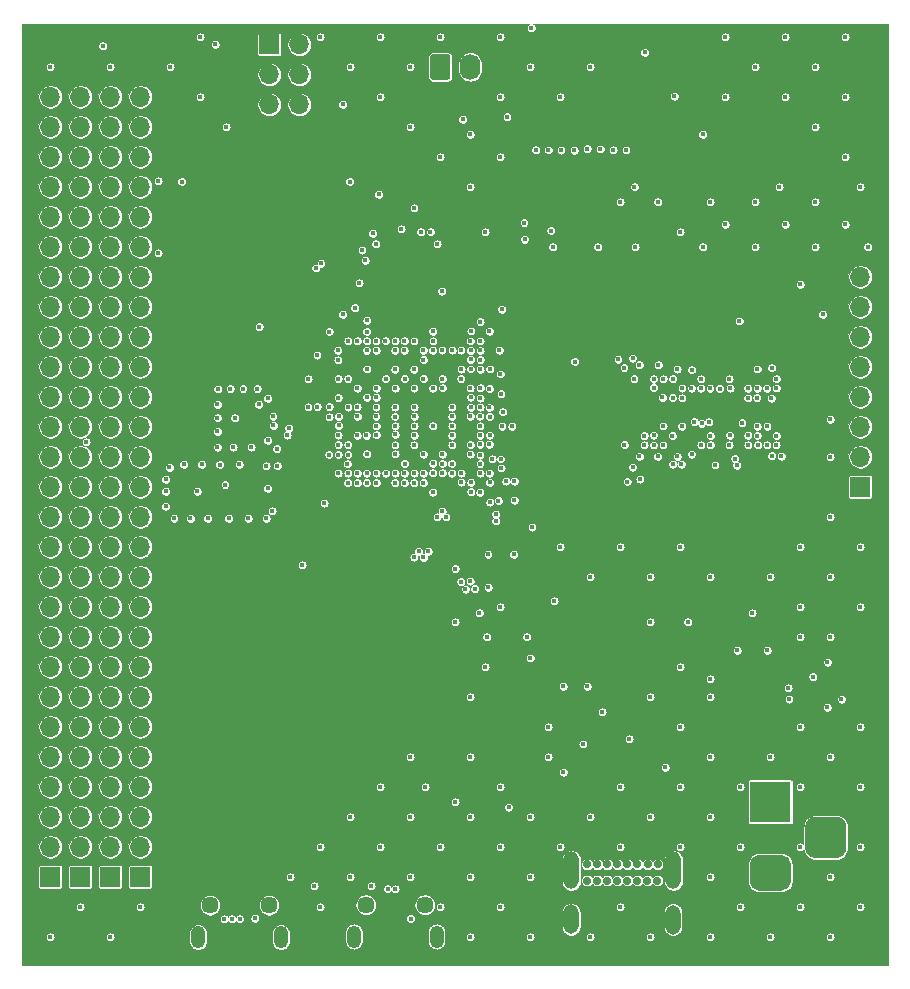
<source format=gbr>
%TF.GenerationSoftware,KiCad,Pcbnew,(5.1.8-0-10_14)*%
%TF.CreationDate,2021-04-08T13:24:54+01:00*%
%TF.ProjectId,STM32MP1_TestBoard_RevB,53544d33-324d-4503-915f-54657374426f,rev?*%
%TF.SameCoordinates,Original*%
%TF.FileFunction,Copper,L3,Inr*%
%TF.FilePolarity,Positive*%
%FSLAX46Y46*%
G04 Gerber Fmt 4.6, Leading zero omitted, Abs format (unit mm)*
G04 Created by KiCad (PCBNEW (5.1.8-0-10_14)) date 2021-04-08 13:24:54*
%MOMM*%
%LPD*%
G01*
G04 APERTURE LIST*
%TA.AperFunction,ComponentPad*%
%ADD10O,1.740000X2.190000*%
%TD*%
%TA.AperFunction,ComponentPad*%
%ADD11O,1.300000X2.500000*%
%TD*%
%TA.AperFunction,ComponentPad*%
%ADD12O,1.300000X3.200000*%
%TD*%
%TA.AperFunction,ComponentPad*%
%ADD13C,0.700000*%
%TD*%
%TA.AperFunction,ComponentPad*%
%ADD14O,1.700000X1.700000*%
%TD*%
%TA.AperFunction,ComponentPad*%
%ADD15R,1.700000X1.700000*%
%TD*%
%TA.AperFunction,ComponentPad*%
%ADD16R,3.500000X3.500000*%
%TD*%
%TA.AperFunction,ComponentPad*%
%ADD17O,1.200000X1.900000*%
%TD*%
%TA.AperFunction,ComponentPad*%
%ADD18C,1.450000*%
%TD*%
%TA.AperFunction,ViaPad*%
%ADD19C,0.450000*%
%TD*%
%TA.AperFunction,Conductor*%
%ADD20C,0.100000*%
%TD*%
G04 APERTURE END LIST*
D10*
%TO.N,GNDS*%
%TO.C,J12*%
X165100000Y-73660000D03*
%TO.N,/Power_MPU/VBAT*%
%TA.AperFunction,ComponentPad*%
G36*
G01*
X161690000Y-74505001D02*
X161690000Y-72814999D01*
G75*
G02*
X161939999Y-72565000I249999J0D01*
G01*
X163180001Y-72565000D01*
G75*
G02*
X163430000Y-72814999I0J-249999D01*
G01*
X163430000Y-74505001D01*
G75*
G02*
X163180001Y-74755000I-249999J0D01*
G01*
X161939999Y-74755000D01*
G75*
G02*
X161690000Y-74505001I0J249999D01*
G01*
G37*
%TD.AperFunction*%
%TD*%
D11*
%TO.N,GNDS*%
%TO.C,J11*%
X182270400Y-145846800D03*
X173639480Y-145836640D03*
D12*
X182306000Y-141696000D03*
X173656000Y-141696000D03*
D13*
%TO.N,Net-(J11-PadB6)*%
X178406000Y-142548000D03*
%TO.N,GNDS*%
X180956000Y-142544800D03*
%TO.N,/PSU/VBUS*%
X180106000Y-142548000D03*
%TO.N,Net-(J11-PadB5)*%
X179256000Y-142548000D03*
%TO.N,GNDS*%
X174993300Y-142544800D03*
%TO.N,Net-(J11-PadB8)*%
X176695100Y-142544800D03*
%TO.N,Net-(J11-PadB7)*%
X177556000Y-142548000D03*
%TO.N,/PSU/VBUS*%
X175844200Y-142544800D03*
%TO.N,GNDS*%
X180962300Y-141185900D03*
%TO.N,/PSU/VBUS*%
X180111400Y-141185900D03*
%TO.N,Net-(J11-PadA8)*%
X179256000Y-141185900D03*
%TO.N,Net-(J11-PadA7)*%
X178406000Y-141185000D03*
%TO.N,Net-(J11-PadA6)*%
X177556000Y-141185000D03*
%TO.N,Net-(J11-PadA5)*%
X176695100Y-141185000D03*
%TO.N,/PSU/VBUS*%
X175844200Y-141185000D03*
%TO.N,GNDS*%
X174993300Y-141185000D03*
%TD*%
D14*
%TO.N,/GPIO/DSI_D0_N*%
%TO.C,J7*%
X198120000Y-91440000D03*
%TO.N,/GPIO/DSI_D0_P*%
X198120000Y-93980000D03*
%TO.N,/GPIO/DSI_CK_N*%
X198120000Y-96520000D03*
%TO.N,/GPIO/DSI_CK_P*%
X198120000Y-99060000D03*
%TO.N,/GPIO/DSI_D1_N*%
X198120000Y-101600000D03*
%TO.N,/GPIO/DSI_D1_P*%
X198120000Y-104140000D03*
%TO.N,GNDS*%
X198120000Y-106680000D03*
D15*
%TO.N,/DebugInterface1/3.3V_VDD*%
X198120000Y-109220000D03*
%TD*%
%TO.N,N/C*%
%TO.C,J9*%
%TA.AperFunction,ComponentPad*%
G36*
G01*
X196075000Y-140640000D02*
X194325000Y-140640000D01*
G75*
G02*
X193450000Y-139765000I0J875000D01*
G01*
X193450000Y-138015000D01*
G75*
G02*
X194325000Y-137140000I875000J0D01*
G01*
X196075000Y-137140000D01*
G75*
G02*
X196950000Y-138015000I0J-875000D01*
G01*
X196950000Y-139765000D01*
G75*
G02*
X196075000Y-140640000I-875000J0D01*
G01*
G37*
%TD.AperFunction*%
%TO.N,GNDS*%
%TA.AperFunction,ComponentPad*%
G36*
G01*
X191500000Y-143390000D02*
X189500000Y-143390000D01*
G75*
G02*
X188750000Y-142640000I0J750000D01*
G01*
X188750000Y-141140000D01*
G75*
G02*
X189500000Y-140390000I750000J0D01*
G01*
X191500000Y-140390000D01*
G75*
G02*
X192250000Y-141140000I0J-750000D01*
G01*
X192250000Y-142640000D01*
G75*
G02*
X191500000Y-143390000I-750000J0D01*
G01*
G37*
%TD.AperFunction*%
D16*
%TO.N,/PSU/VIN*%
X190500000Y-135890000D03*
%TD*%
D17*
%TO.N,Net-(J8-Pad6)*%
%TO.C,J8*%
X149067400Y-147338300D03*
X142067400Y-147338300D03*
D18*
X148067400Y-144638300D03*
X143067400Y-144638300D03*
%TD*%
D14*
%TO.N,Net-(J5-Pad6)*%
%TO.C,J5*%
X150622000Y-76835000D03*
%TO.N,Net-(J5-Pad5)*%
X148082000Y-76835000D03*
%TO.N,Net-(J5-Pad4)*%
X150622000Y-74295000D03*
%TO.N,Net-(J5-Pad3)*%
X148082000Y-74295000D03*
%TO.N,Net-(J5-Pad2)*%
X150622000Y-71755000D03*
D15*
%TO.N,Net-(J5-Pad1)*%
X148082000Y-71755000D03*
%TD*%
D14*
%TO.N,GNDS*%
%TO.C,J4*%
X129540000Y-76200000D03*
%TO.N,/DebugInterface1/3.3V_VDD*%
X129540000Y-78740000D03*
%TO.N,Net-(J4-Pad25)*%
X129540000Y-81280000D03*
%TO.N,/GPIO/PC8*%
X129540000Y-83820000D03*
%TO.N,/GPIO/PC12*%
X129540000Y-86360000D03*
%TO.N,/GPIO/PB14*%
X129540000Y-88900000D03*
%TO.N,/GPIO/PA9*%
X129540000Y-91440000D03*
%TO.N,/GPIO/PD5*%
X129540000Y-93980000D03*
%TO.N,/GPIO/PE3*%
X129540000Y-96520000D03*
%TO.N,/GPIO/PD7*%
X129540000Y-99060000D03*
%TO.N,/GPIO/PG15*%
X129540000Y-101600000D03*
%TO.N,/GPIO/PE14*%
X129540000Y-104140000D03*
%TO.N,/GPIO/PG12*%
X129540000Y-106680000D03*
%TO.N,/GPIO/PD9*%
X129540000Y-109220000D03*
%TO.N,/GPIO/PA3*%
X129540000Y-111760000D03*
%TO.N,/GPIO/PA5*%
X129540000Y-114300000D03*
%TO.N,/GPIO/PE2*%
X129540000Y-116840000D03*
%TO.N,/GPIO/PG13*%
X129540000Y-119380000D03*
%TO.N,/GPIO/PB1*%
X129540000Y-121920000D03*
%TO.N,/GPIO/PA1*%
X129540000Y-124460000D03*
%TO.N,/GPIO/PF11*%
X129540000Y-127000000D03*
%TO.N,/GPIO/PC0*%
X129540000Y-129540000D03*
%TO.N,/GPIO/PB5*%
X129540000Y-132080000D03*
%TO.N,/GPIO/PB13*%
X129540000Y-134620000D03*
%TO.N,/GPIO/PE7*%
X129540000Y-137160000D03*
%TO.N,/GPIO/PE8*%
X129540000Y-139700000D03*
D15*
%TO.N,/GPIO/PG9*%
X129540000Y-142240000D03*
%TD*%
D14*
%TO.N,GNDS*%
%TO.C,J3*%
X132080000Y-76200000D03*
%TO.N,/DebugInterface1/3.3V_VDD*%
X132080000Y-78740000D03*
%TO.N,Net-(J3-Pad25)*%
X132080000Y-81280000D03*
%TO.N,/GPIO/PC10*%
X132080000Y-83820000D03*
%TO.N,/GPIO/PC6*%
X132080000Y-86360000D03*
%TO.N,/GPIO/PB9*%
X132080000Y-88900000D03*
%TO.N,/GPIO/PB3*%
X132080000Y-91440000D03*
%TO.N,/GPIO/PG6*%
X132080000Y-93980000D03*
%TO.N,/GPIO/PB7*%
X132080000Y-96520000D03*
%TO.N,/GPIO/PE0*%
X132080000Y-99060000D03*
%TO.N,/GPIO/PE1*%
X132080000Y-101600000D03*
%TO.N,/GPIO/PE12*%
X132080000Y-104140000D03*
%TO.N,/GPIO/PD8*%
X132080000Y-106680000D03*
%TO.N,Net-(J3-Pad14)*%
X132080000Y-109220000D03*
%TO.N,/GPIO/HSE_IN*%
X132080000Y-111760000D03*
%TO.N,/GPIO/PA14*%
X132080000Y-114300000D03*
%TO.N,/GPIO/PC2*%
X132080000Y-116840000D03*
%TO.N,/GPIO/PB11*%
X132080000Y-119380000D03*
%TO.N,/GPIO/PB0*%
X132080000Y-121920000D03*
%TO.N,/GPIO/PA6*%
X132080000Y-124460000D03*
%TO.N,/GPIO/PA7*%
X132080000Y-127000000D03*
%TO.N,/GPIO/PG8*%
X132080000Y-129540000D03*
%TO.N,/GPIO/PF10*%
X132080000Y-132080000D03*
%TO.N,/GPIO/PF6*%
X132080000Y-134620000D03*
%TO.N,/GPIO/PE10*%
X132080000Y-137160000D03*
%TO.N,/GPIO/PD13*%
X132080000Y-139700000D03*
D15*
%TO.N,/GPIO/PA10*%
X132080000Y-142240000D03*
%TD*%
D14*
%TO.N,GNDS*%
%TO.C,J2*%
X134620000Y-76200000D03*
%TO.N,/DebugInterface1/3.3V_VDD*%
X134620000Y-78740000D03*
%TO.N,/GPIO/PC11*%
X134620000Y-81280000D03*
%TO.N,/GPIO/PC9*%
X134620000Y-83820000D03*
%TO.N,/GPIO/PC7*%
X134620000Y-86360000D03*
%TO.N,/GPIO/PB15*%
X134620000Y-88900000D03*
%TO.N,/GPIO/PE5*%
X134620000Y-91440000D03*
%TO.N,/GPIO/PD3*%
X134620000Y-93980000D03*
%TO.N,/GPIO/PD10*%
X134620000Y-96520000D03*
%TO.N,/GPIO/PD0*%
X134620000Y-99060000D03*
%TO.N,/GPIO/PE13*%
X134620000Y-101600000D03*
%TO.N,/GPIO/PE15*%
X134620000Y-104140000D03*
%TO.N,/GPIO/PD14*%
X134620000Y-106680000D03*
%TO.N,Net-(J2-Pad14)*%
X134620000Y-109220000D03*
%TO.N,/GPIO/PH1*%
X134620000Y-111760000D03*
%TO.N,/GPIO/PA0*%
X134620000Y-114300000D03*
%TO.N,/GPIO/PC3*%
X134620000Y-116840000D03*
%TO.N,/GPIO/PC1*%
X134620000Y-119380000D03*
%TO.N,/GPIO/PC5*%
X134620000Y-121920000D03*
%TO.N,/GPIO/PB12*%
X134620000Y-124460000D03*
%TO.N,/GPIO/PG11*%
X134620000Y-127000000D03*
%TO.N,/GPIO/PG10*%
X134620000Y-129540000D03*
%TO.N,/GPIO/PD11*%
X134620000Y-132080000D03*
%TO.N,/GPIO/PF9*%
X134620000Y-134620000D03*
%TO.N,/GPIO/PG7*%
X134620000Y-137160000D03*
%TO.N,/GPIO/PB6*%
X134620000Y-139700000D03*
D15*
%TO.N,/GPIO/PA12*%
X134620000Y-142240000D03*
%TD*%
D14*
%TO.N,GNDS*%
%TO.C,J1*%
X137160000Y-76200000D03*
%TO.N,/DebugInterface1/3.3V_VDD*%
X137160000Y-78740000D03*
%TO.N,/GPIO/PE4*%
X137160000Y-81280000D03*
%TO.N,/GPIO/PD2*%
X137160000Y-83820000D03*
%TO.N,/GPIO/PB4*%
X137160000Y-86360000D03*
%TO.N,/GPIO/PA8*%
X137160000Y-88900000D03*
%TO.N,/GPIO/PA15*%
X137160000Y-91440000D03*
%TO.N,/GPIO/PD4*%
X137160000Y-93980000D03*
%TO.N,/GPIO/PD1*%
X137160000Y-96520000D03*
%TO.N,/GPIO/PE6*%
X137160000Y-99060000D03*
%TO.N,/GPIO/PE11*%
X137160000Y-101600000D03*
%TO.N,/GPIO/PD6*%
X137160000Y-104140000D03*
%TO.N,/GPIO/PD15*%
X137160000Y-106680000D03*
%TO.N,/GPIO/PC13*%
X137160000Y-109220000D03*
%TO.N,/GPIO/BOOT_STATUS*%
X137160000Y-111760000D03*
%TO.N,/GPIO/PA4*%
X137160000Y-114300000D03*
%TO.N,/GPIO/PG14*%
X137160000Y-116840000D03*
%TO.N,/GPIO/PA2*%
X137160000Y-119380000D03*
%TO.N,/GPIO/PC4*%
X137160000Y-121920000D03*
%TO.N,/GPIO/PB10*%
X137160000Y-124460000D03*
%TO.N,/GPIO/PB8*%
X137160000Y-127000000D03*
%TO.N,/GPIO/PE9*%
X137160000Y-129540000D03*
%TO.N,/GPIO/PF7*%
X137160000Y-132080000D03*
%TO.N,/GPIO/PF8*%
X137160000Y-134620000D03*
%TO.N,/GPIO/PD12*%
X137160000Y-137160000D03*
%TO.N,/GPIO/PB2*%
X137160000Y-139700000D03*
D15*
%TO.N,/GPIO/PA11*%
X137160000Y-142240000D03*
%TD*%
D17*
%TO.N,Net-(J14-Pad6)*%
%TO.C,J14*%
X162250000Y-147287500D03*
X155250000Y-147287500D03*
D18*
X161250000Y-144587500D03*
X156250000Y-144587500D03*
%TD*%
D19*
%TO.N,GNDS*%
X191770000Y-76200000D03*
X157149800Y-100863400D03*
X157137100Y-101638100D03*
X157124400Y-102463600D03*
X157156200Y-104806800D03*
X157149800Y-104063800D03*
X157124400Y-103251000D03*
X156337000Y-101638100D03*
X155536900Y-100863400D03*
X158724600Y-102463600D03*
X158750000Y-100863400D03*
X157937200Y-100050600D03*
X158724600Y-103263700D03*
X158750000Y-104051100D03*
X158750000Y-104775000D03*
X160350200Y-102463600D03*
X160350200Y-103251000D03*
X161925000Y-100863400D03*
X160343700Y-100863400D03*
X159537400Y-100050600D03*
X161137600Y-100050600D03*
X160350200Y-104051100D03*
X160350200Y-104851200D03*
X160324800Y-105664000D03*
X161137600Y-106451400D03*
X161925000Y-104051100D03*
X162737800Y-100050600D03*
X163550600Y-102463600D03*
X163550600Y-103251000D03*
X163550600Y-104851200D03*
X163525200Y-107238800D03*
X162737800Y-106451400D03*
X158737300Y-105664000D03*
X158750000Y-106426000D03*
X155524200Y-102438200D03*
X156337000Y-106426000D03*
X154736800Y-108051600D03*
X164338000Y-99250500D03*
X160324800Y-99263200D03*
X158724600Y-99263200D03*
X155536900Y-103251000D03*
X156324300Y-108864400D03*
X157937200Y-108051600D03*
X156337000Y-99237800D03*
X153898600Y-98464000D03*
X153924000Y-100050594D03*
X153136600Y-106476800D03*
X165149000Y-108839000D03*
X165125000Y-97663000D03*
X189407800Y-99237800D03*
X182620000Y-99243800D03*
X190601600Y-101701600D03*
X184632600Y-100063300D03*
X190619998Y-99136200D03*
X184632600Y-105664000D03*
X191439800Y-106616500D03*
X189445902Y-105664000D03*
X188607700Y-105664000D03*
X180979090Y-106638610D03*
X182620002Y-106638610D03*
X179420000Y-106638610D03*
X179463700Y-108556310D03*
X185826400Y-107365802D03*
X181025800Y-98882200D03*
X177609500Y-98425000D03*
X179418359Y-98875246D03*
X187020202Y-105664000D03*
X161144999Y-98450400D03*
X162737800Y-108026200D03*
X154736800Y-105638600D03*
X159537400Y-107238800D03*
X163550609Y-105664000D03*
X163550609Y-104051100D03*
X156336798Y-96062800D03*
X166725600Y-96037400D03*
X167487600Y-110378990D03*
X190625009Y-106572700D03*
X152730200Y-110591600D03*
X172783500Y-80708500D03*
X182384700Y-76136500D03*
X160050000Y-145766000D03*
X194117000Y-125288000D03*
X190246000Y-123063000D03*
X187706000Y-123063000D03*
X152133000Y-98057000D03*
X153162000Y-96062800D03*
X147230501Y-95656999D03*
X162687000Y-92646500D03*
X149736972Y-104251112D03*
X164465000Y-78105000D03*
X129540000Y-147320000D03*
X132080000Y-144780000D03*
X134620000Y-147320000D03*
X137160000Y-144780000D03*
X152400000Y-144780000D03*
X149860000Y-142240000D03*
X152400000Y-139700000D03*
X154940000Y-142240000D03*
X157480000Y-139700000D03*
X154940000Y-137160000D03*
X157480000Y-134620000D03*
X160020000Y-137160000D03*
X160020000Y-132080000D03*
X162560000Y-139700000D03*
X160020000Y-142240000D03*
X162560000Y-144780000D03*
X170180000Y-147320000D03*
X175260000Y-147320000D03*
X180340000Y-147320000D03*
X185420000Y-147320000D03*
X190500000Y-147320000D03*
X195580000Y-147320000D03*
X198120000Y-144780000D03*
X193040000Y-144780000D03*
X187960000Y-144780000D03*
X177800000Y-144780000D03*
X185420000Y-142240000D03*
X187960000Y-139700000D03*
X185420000Y-137160000D03*
X182880000Y-139700000D03*
X193040000Y-139700000D03*
X195580000Y-142240000D03*
X198120000Y-139700000D03*
X198120000Y-134620000D03*
X195580000Y-132080000D03*
X190500000Y-132080000D03*
X185420000Y-132080000D03*
X187960000Y-134620000D03*
X182880000Y-129540000D03*
X180340000Y-127000000D03*
X198120000Y-119380000D03*
X198120000Y-114300000D03*
X195580000Y-116840000D03*
X195580000Y-111760000D03*
X195580000Y-106680000D03*
X193040000Y-114300000D03*
X190500000Y-116840000D03*
X185420000Y-116840000D03*
X180340000Y-116840000D03*
X182880000Y-114300000D03*
X177800000Y-114300000D03*
X172720000Y-114300000D03*
X167640000Y-119380000D03*
X175260000Y-73660000D03*
X170180000Y-73660000D03*
X167640000Y-71120000D03*
X162560000Y-71120000D03*
X160020000Y-73660000D03*
X157480000Y-76200000D03*
X154940000Y-73660000D03*
X157480000Y-71120000D03*
X152400000Y-71120000D03*
X167640000Y-76200000D03*
X142240000Y-71120000D03*
X139700000Y-73660000D03*
X142240000Y-76200000D03*
X134620000Y-73660000D03*
X129540000Y-73660000D03*
X191770000Y-86995000D03*
X186690000Y-86995000D03*
X189230000Y-85090000D03*
X177800000Y-139700000D03*
X161290000Y-134620000D03*
X180340000Y-120650000D03*
X186690000Y-71120000D03*
X191770000Y-71120000D03*
X196850000Y-71120000D03*
X194310000Y-73660000D03*
X189230000Y-73660000D03*
X196850000Y-76200000D03*
X194310000Y-78740000D03*
X196850000Y-81280000D03*
X198120000Y-83820000D03*
X196850000Y-86995000D03*
X194310000Y-85090000D03*
X177800000Y-85090000D03*
X154305000Y-76835000D03*
X165100000Y-142240000D03*
X167640000Y-139700000D03*
X170180000Y-142240000D03*
X167640000Y-144780000D03*
X165100000Y-147320000D03*
X172720000Y-139700000D03*
X170180000Y-137160000D03*
X165100000Y-137160000D03*
X167640000Y-134620000D03*
X165100000Y-132080000D03*
X165100000Y-127000000D03*
X171704000Y-129540000D03*
X171704000Y-132080000D03*
X182880000Y-124460000D03*
X175260000Y-116840000D03*
X193040000Y-119380000D03*
X195580000Y-121920000D03*
X198120000Y-129540000D03*
X160020000Y-78740000D03*
X162560000Y-81280000D03*
X167640000Y-81280000D03*
X165100000Y-83820000D03*
X175260000Y-137160000D03*
X177800000Y-134620000D03*
X182880000Y-134620000D03*
X193040000Y-129540000D03*
X193040000Y-134620000D03*
X180340000Y-137160000D03*
X172720000Y-76200000D03*
X186690000Y-76200000D03*
X185420000Y-85090000D03*
X182880000Y-87630000D03*
X166370000Y-87630000D03*
X179070000Y-88900000D03*
X175895000Y-88900000D03*
X172085000Y-88900000D03*
X180975000Y-85090000D03*
X194310000Y-88900000D03*
X189230000Y-88900000D03*
X184785000Y-88900000D03*
X198755000Y-88900000D03*
X195580000Y-103505000D03*
X193040000Y-92075000D03*
X194945000Y-94615000D03*
X183515000Y-120650000D03*
X166370000Y-124460000D03*
X188976000Y-119888000D03*
X193040000Y-121920000D03*
%TO.N,+5V*%
X156718000Y-143002000D03*
%TO.N,/DebugInterface1/3.3V_VDD*%
X153950000Y-104013000D03*
X156311600Y-104851200D03*
X153924000Y-105638600D03*
X161941799Y-107222001D03*
X162750500Y-100838000D03*
X161925000Y-96051000D03*
X175001500Y-80586000D03*
X191262000Y-83820000D03*
X168211500Y-77876401D03*
X144436500Y-78740000D03*
X179006500Y-83820000D03*
X143510000Y-71755000D03*
X163830000Y-135889986D03*
X172990000Y-133366000D03*
X168342500Y-136338500D03*
X178562000Y-130556000D03*
%TO.N,Net-(C4-Pad2)*%
X195347500Y-124057500D03*
%TO.N,Net-(C4-Pad1)*%
X192023984Y-126238000D03*
%TO.N,/PSU/1.35V_VDDCORE*%
X159512000Y-104051100D03*
X159537400Y-103238300D03*
X159537400Y-102463600D03*
X159537400Y-100863400D03*
X158724600Y-100050600D03*
X157937200Y-100863400D03*
X157124400Y-100025200D03*
X157937200Y-101638100D03*
X157949900Y-102463600D03*
X161137600Y-101638100D03*
X161150300Y-102463600D03*
X161137600Y-103238300D03*
X161137600Y-104051100D03*
X160324800Y-99999800D03*
X161137600Y-100863400D03*
X161124900Y-104838500D03*
X162737800Y-104851200D03*
X162737800Y-104051100D03*
X162750500Y-103251000D03*
X162737800Y-102463600D03*
X162737800Y-101650800D03*
X161137600Y-99250500D03*
X162737800Y-99250500D03*
X163537900Y-99250500D03*
X164338000Y-101638100D03*
X164338000Y-102463600D03*
X164363400Y-103200200D03*
X157911800Y-99237800D03*
X156337000Y-100863400D03*
X161137600Y-105664000D03*
X162725100Y-105664000D03*
X163550600Y-106451400D03*
X164338000Y-104838500D03*
X164325300Y-104051100D03*
X154736800Y-100863400D03*
X159537400Y-99250500D03*
X183819800Y-100076000D03*
X185420000Y-100063300D03*
X190220600Y-100063300D03*
X191420000Y-99136200D03*
X183832500Y-105657500D03*
X191833500Y-105664000D03*
X181791808Y-106638610D03*
X180219997Y-106638610D03*
X186232800Y-104038400D03*
X181787800Y-98907600D03*
X180225700Y-98872790D03*
X187426600Y-99136200D03*
X186232800Y-106502200D03*
X155555450Y-100056450D03*
X187960000Y-116840000D03*
X191516000Y-111252004D03*
%TO.N,Net-(C6-Pad1)*%
X196535000Y-127188000D03*
X195326000Y-127889000D03*
X185420000Y-127000002D03*
X185420000Y-125476000D03*
%TO.N,/PSU/1V8_DETECT*%
X161950400Y-96850200D03*
X163830000Y-120650000D03*
X169875200Y-121920000D03*
X166497000Y-121920000D03*
%TO.N,Net-(C9-Pad2)*%
X163830000Y-116141500D03*
%TO.N,Net-(C12-Pad2)*%
X155525212Y-104860210D03*
%TO.N,/DebugInterface1/NRST*%
X170268899Y-70358000D03*
X152138323Y-102425500D03*
X184785000Y-79375000D03*
%TO.N,Net-(C14-Pad2)*%
X153923998Y-104838500D03*
%TO.N,Net-(C15-Pad1)*%
X153162500Y-102425500D03*
%TO.N,/PSU/3V3_USB*%
X170189000Y-123707000D03*
X166610079Y-114935000D03*
X166624000Y-117729000D03*
%TO.N,/DDR/DDR_VREF*%
X182245002Y-107291990D03*
X187020200Y-100069993D03*
X182219600Y-104876600D03*
X178384200Y-108762796D03*
X187883800Y-95173800D03*
%TO.N,Net-(C69-Pad2)*%
X165160594Y-96014807D03*
%TO.N,Net-(C69-Pad1)*%
X161925000Y-97663000D03*
%TO.N,Net-(D1-Pad1)*%
X133985000Y-71882000D03*
%TO.N,/DebugInterface1/SWO*%
X162712400Y-97647000D03*
X169659300Y-86842600D03*
%TO.N,/DebugInterface1/SWCLK*%
X164312600Y-97647000D03*
X171932600Y-87515700D03*
%TO.N,/DebugInterface1/SWDIO*%
X163566941Y-97647000D03*
X169697400Y-88252300D03*
%TO.N,/DDR/DDR_CKE*%
X183838600Y-106451400D03*
X167665400Y-106857800D03*
%TO.N,Net-(R8-Pad2)*%
X168783000Y-114935000D03*
%TO.N,Net-(R10-Pad1)*%
X166751000Y-99237800D03*
%TO.N,Net-(R11-Pad1)*%
X182968900Y-107291990D03*
%TO.N,Net-(R15-Pad1)*%
X164312599Y-100050600D03*
X178117500Y-99123494D03*
%TO.N,/DDR/DDR_A12*%
X165925100Y-104051100D03*
X181432201Y-104063800D03*
%TO.N,/DDR/DDR_A14*%
X178155593Y-105638609D03*
X166712600Y-105612577D03*
%TO.N,/DDR/DDR_ODT*%
X183845200Y-99314000D03*
X167703600Y-101330010D03*
%TO.N,/DDR/DDR_A0*%
X165937902Y-101697820D03*
X181374019Y-101644042D03*
%TO.N,/DDR/DDR_A2*%
X165950012Y-100837988D03*
X180619400Y-100803190D03*
%TO.N,/DDR/DDR_A4*%
X180619400Y-105676700D03*
X165100000Y-106451400D03*
%TO.N,/DDR/DDR_A6*%
X165112700Y-105638700D03*
X179832000Y-105664000D03*
%TO.N,/DDR/DDR_A8*%
X165925502Y-107251500D03*
X178841400Y-107543600D03*
%TO.N,/DDR/DDR_A10*%
X168630600Y-104089200D03*
X183007000Y-104089200D03*
%TO.N,/DDR/DDR_BA0*%
X182245000Y-100050600D03*
X166725600Y-100896041D03*
%TO.N,/DDR/DDR_BA2*%
X165138100Y-102476300D03*
X182229399Y-101660601D03*
%TO.N,/DDR/DDR_CASN*%
X165112700Y-103238300D03*
X183832603Y-100859370D03*
%TO.N,/DDR/DDR_A13*%
X165935183Y-99263200D03*
X173939200Y-98602800D03*
%TO.N,/DDR/DDR_WEN*%
X165938202Y-102463600D03*
X183019700Y-101676200D03*
%TO.N,/DDR/DDR_A5*%
X180619400Y-100076000D03*
X165125400Y-101625400D03*
%TO.N,/DDR/DDR_A7*%
X165125400Y-99237802D03*
X178841400Y-98323400D03*
%TO.N,/DDR/DDR_A9*%
X165100000Y-100850700D03*
X178968400Y-100060010D03*
%TO.N,/DDR/DDR_A11*%
X166735687Y-104844677D03*
X179832000Y-104882711D03*
%TO.N,/DDR/DDR_BA1*%
X181419500Y-105670500D03*
X165927291Y-105612577D03*
%TO.N,/DDR/DDR_RASN*%
X184619900Y-100863400D03*
X165895161Y-103235010D03*
%TO.N,/DDR/DDR_CSN*%
X166713443Y-102489864D03*
X183032394Y-100857600D03*
%TO.N,/DDR/DDR_A1*%
X165925500Y-104851500D03*
X180619404Y-104844677D03*
%TO.N,/DDR/DDR_A3*%
X181432200Y-100063300D03*
X167652800Y-99657000D03*
%TO.N,/DDR/DDR_DQ11*%
X190195200Y-100876100D03*
X166763700Y-110515400D03*
%TO.N,/DDR/DDR_DQ6*%
X167563800Y-97637600D03*
X186207400Y-100888800D03*
%TO.N,/DDR/DDR_DQ12*%
X191020700Y-104876600D03*
X167259000Y-111540810D03*
%TO.N,/DDR/DDR_DQ14*%
X191008000Y-105664000D03*
X165912800Y-109677198D03*
%TO.N,/DDR/DDR_DQM1*%
X188607700Y-104851200D03*
X166742734Y-108841059D03*
%TO.N,/DDR/DDR_DQ13*%
X166725600Y-108051604D03*
X191020700Y-100063300D03*
X170332400Y-112623600D03*
X168122600Y-108737398D03*
%TO.N,/DDR/DDR_DQ10*%
X190213996Y-105664000D03*
X166954200Y-106845100D03*
X168833800Y-108737400D03*
X167716200Y-107619800D03*
X168833800Y-110337600D03*
%TO.N,/DDR/DDR_DQ8*%
X189395100Y-104869600D03*
X165931002Y-106532601D03*
%TO.N,/DDR/DDR_DQ4*%
X185407300Y-100876100D03*
X165938200Y-98440990D03*
%TO.N,/DDR/DDR_DQ2*%
X165938200Y-97664194D03*
X187105800Y-100861937D03*
%TO.N,/DDR/DDR_DQM0*%
X189407800Y-100876100D03*
X188595000Y-101695000D03*
X165938200Y-96864200D03*
%TO.N,/DDR/DDR_DQ7*%
X185432403Y-104876600D03*
X184683400Y-103835200D03*
%TO.N,/DDR/DDR_DQ1*%
X188112400Y-103784400D03*
X167767000Y-94183200D03*
%TO.N,/DDR/DDR_DQ15*%
X191020700Y-100850700D03*
X167259000Y-112080823D03*
%TO.N,/DDR/DDR_DQ9*%
X165938200Y-108051600D03*
X189369700Y-101663500D03*
%TO.N,/DDR/DDR_DQ5*%
X185426000Y-105664000D03*
X165125398Y-98425000D03*
%TO.N,/DDR/DDR_DQ3*%
X165112702Y-96862900D03*
X187064545Y-104856045D03*
%TO.N,/DDR/DDR_DQ0*%
X165938200Y-95224600D03*
X188595000Y-100876100D03*
%TO.N,/GPIO/USB_Conn/USB_D1_P*%
X158100000Y-143256000D03*
X162721410Y-111277400D03*
%TO.N,/GPIO/USB_Conn/USB_D2_P*%
X162303578Y-111760000D03*
X145567400Y-145795990D03*
%TO.N,/DDR/DDR_CLK_N*%
X184073806Y-103695500D03*
X167843200Y-102870004D03*
%TO.N,/DDR/DDR_CLK_P*%
X185293002Y-103708200D03*
X167792400Y-104089200D03*
%TO.N,/DDR/DDR_DQS1_P*%
X189400787Y-104089200D03*
X187655202Y-107391200D03*
%TO.N,/DDR/DDR_DQS1_N*%
X187502800Y-106832400D03*
X190234211Y-104089200D03*
%TO.N,/GPIO/USB_Conn/USB_D1_N*%
X158750000Y-143256000D03*
X163033590Y-111760000D03*
%TO.N,/GPIO/USB_Conn/USB_D2_N*%
X161925000Y-109663000D03*
X144906999Y-145796000D03*
%TO.N,/GPIO/PB6*%
X161925000Y-108026200D03*
X161544000Y-114681000D03*
%TO.N,/GPIO/PC9*%
X170649900Y-80683100D03*
X157353000Y-84455000D03*
%TO.N,/GPIO/PC8*%
X171716700Y-80695800D03*
X160346500Y-96863500D03*
X160337494Y-85598000D03*
X154889200Y-83362800D03*
X140665200Y-83362800D03*
%TO.N,/GPIO/PC12*%
X159524700Y-96850200D03*
X173901100Y-80721200D03*
X156845004Y-87757000D03*
%TO.N,/GPIO/PD2*%
X176110900Y-80606900D03*
X161734500Y-87630000D03*
%TO.N,/GPIO/PC11*%
X162306000Y-88646000D03*
X177203100Y-80683100D03*
%TO.N,/GPIO/PC10*%
X161124900Y-97650300D03*
X178295300Y-80695800D03*
X160909000Y-87630000D03*
X138684000Y-83312000D03*
%TO.N,/GPIO/PB13*%
X159524700Y-108051600D03*
%TO.N,/GPIO/PA11*%
X165150796Y-109626402D03*
X165871010Y-119888000D03*
%TO.N,/GPIO/PA12*%
X164338000Y-108812613D03*
X165481000Y-117830596D03*
%TO.N,/GPIO/PA10*%
X164338000Y-108050000D03*
X165090990Y-117204610D03*
%TO.N,/GPIO/PG9*%
X163537900Y-108051600D03*
X164700988Y-117875124D03*
%TO.N,/GPIO/PB2*%
X162737800Y-107238800D03*
X164310978Y-117248024D03*
%TO.N,/GPIO/PD13*%
X161137600Y-108864400D03*
X161137600Y-115189000D03*
%TO.N,/GPIO/PD12*%
X160324800Y-108864400D03*
X160324800Y-115163600D03*
%TO.N,/GPIO/PE8*%
X161125600Y-108051600D03*
X160731200Y-114681000D03*
%TO.N,/GPIO/PF8*%
X159524700Y-108864400D03*
%TO.N,/GPIO/PE7*%
X160350200Y-108051600D03*
%TO.N,/GPIO/PC6*%
X159512000Y-97650300D03*
X159258000Y-87376000D03*
%TO.N,/GPIO/PF10*%
X158724600Y-108864400D03*
%TO.N,/GPIO/PB9*%
X158724600Y-97650300D03*
X138684000Y-89408000D03*
X155934221Y-89175779D03*
%TO.N,/GPIO/PB14*%
X158750000Y-96850200D03*
X157099000Y-88645988D03*
%TO.N,/GPIO/PB5*%
X158750000Y-108051600D03*
%TO.N,/GPIO/PA9*%
X157924500Y-96850200D03*
X156210000Y-90043000D03*
%TO.N,/GPIO/PG8*%
X157149800Y-108864400D03*
%TO.N,/GPIO/PC0*%
X157137100Y-108051600D03*
%TO.N,/GPIO/PD5*%
X157137100Y-97650300D03*
X152019000Y-90687010D03*
%TO.N,/GPIO/PA15*%
X157128083Y-96850200D03*
X152463500Y-90297000D03*
%TO.N,/GPIO/PA7*%
X156324300Y-108051600D03*
%TO.N,/GPIO/PD4*%
X156324300Y-97650300D03*
X156346510Y-95123000D03*
%TO.N,/GPIO/PD3*%
X156337000Y-96850200D03*
X155702000Y-91947996D03*
%TO.N,/GPIO/PF11*%
X155536900Y-108864400D03*
%TO.N,/GPIO/PA6*%
X155536900Y-108051600D03*
%TO.N,/GPIO/PD10*%
X155536900Y-96850200D03*
X155325022Y-94044697D03*
%TO.N,/GPIO/PB7*%
X179875900Y-72435000D03*
X165100000Y-79375000D03*
%TO.N,/GPIO/PA1*%
X154724100Y-108864400D03*
%TO.N,/GPIO/PA4*%
X154701909Y-107261091D03*
%TO.N,/GPIO/PA5*%
X154749500Y-106476800D03*
%TO.N,/GPIO/PE0*%
X154736798Y-96850202D03*
X154305000Y-94615000D03*
%TO.N,/GPIO/PC3*%
X153924000Y-108051600D03*
X150876000Y-115824000D03*
%TO.N,/GPIO/PA3*%
X153924000Y-106476800D03*
%TO.N,/GPIO/PC13*%
X153949400Y-103251000D03*
X148717000Y-105981500D03*
%TO.N,/GPIO/PD14*%
X154736800Y-100050600D03*
X151384000Y-100076000D03*
%TO.N,/GPIO/PE14*%
X153898600Y-97663000D03*
%TO.N,/GPIO/PC15*%
X148399500Y-103251000D03*
%TO.N,/GPIO/PC14*%
X147193000Y-102235000D03*
%TO.N,/GPIO/PG12*%
X132588000Y-105410000D03*
%TO.N,Net-(J5-Pad6)*%
X153162000Y-103288000D03*
%TO.N,Net-(J5-Pad4)*%
X154749500Y-102463600D03*
%TO.N,Net-(J5-Pad2)*%
X151370645Y-102447011D03*
%TO.N,Net-(J8-Pad5)*%
X146867400Y-145740600D03*
%TO.N,Net-(J8-Pad1)*%
X144267400Y-145791400D03*
X151892000Y-143002000D03*
%TO.N,Net-(C1-Pad1)*%
X192090006Y-127187994D03*
X181610000Y-132969000D03*
%TO.N,Net-(D3-Pad1)*%
X176276014Y-128270000D03*
%TO.N,Net-(D4-Pad1)*%
X174633990Y-130983500D03*
%TO.N,Net-(U1-PadK18)*%
X166733898Y-103259898D03*
%TO.N,/GPIO/HSE_IN*%
X148336000Y-111252000D03*
%TO.N,/GPIO/MPU_PWR_ON*%
X149606000Y-104838496D03*
%TO.N,/GPIO/XTAL_GND*%
X145161000Y-103378000D03*
X148437600Y-104013000D03*
X147955000Y-105283000D03*
X146558000Y-105854500D03*
X145034000Y-105854500D03*
X143700500Y-105854500D03*
X143700500Y-104521000D03*
X143700500Y-103378000D03*
X143700500Y-102235000D03*
X144780000Y-100901500D03*
X145859500Y-100901500D03*
X147066000Y-100901500D03*
X147955000Y-101727000D03*
X143725900Y-100926900D03*
%TO.N,/GPIO/OSC_GND*%
X146304000Y-111887000D03*
X144653000Y-111887000D03*
X142875000Y-111887000D03*
X139319000Y-110871000D03*
X139319000Y-109601000D03*
X143891000Y-107324010D03*
X142367000Y-107315000D03*
X145542000Y-107315000D03*
X147828000Y-107442000D03*
X144336000Y-109030000D03*
X140843000Y-107315000D03*
X139319000Y-108585000D03*
X141986000Y-109601000D03*
X141414500Y-111887000D03*
X140017500Y-111887000D03*
X139636500Y-107569000D03*
X147828000Y-111887000D03*
X147945990Y-109347000D03*
%TO.N,/GPIO/PH1*%
X148771490Y-107442000D03*
%TO.N,/Power_MPU/VBAT*%
X153924000Y-101663500D03*
%TO.N,Net-(C44-Pad1)*%
X172964974Y-126101972D03*
X172212001Y-118872001D03*
%TO.N,Net-(D2-Pad1)*%
X175006000Y-126111000D03*
%TD*%
D20*
%TO.N,/PSU/1.35V_VDDCORE*%
X170091270Y-70025680D02*
X170029851Y-70066719D01*
X169977618Y-70118952D01*
X169936579Y-70180371D01*
X169908310Y-70248617D01*
X169893899Y-70321066D01*
X169893899Y-70394934D01*
X169908310Y-70467383D01*
X169936579Y-70535629D01*
X169977618Y-70597048D01*
X170029851Y-70649281D01*
X170091270Y-70690320D01*
X170159516Y-70718589D01*
X170231965Y-70733000D01*
X170305833Y-70733000D01*
X170378282Y-70718589D01*
X170446528Y-70690320D01*
X170507947Y-70649281D01*
X170560180Y-70597048D01*
X170601219Y-70535629D01*
X170629488Y-70467383D01*
X170643899Y-70394934D01*
X170643899Y-70321066D01*
X170629488Y-70248617D01*
X170601219Y-70180371D01*
X170560180Y-70118952D01*
X170507947Y-70066719D01*
X170446528Y-70025680D01*
X170444886Y-70025000D01*
X200485000Y-70025000D01*
X200485001Y-149685000D01*
X127175000Y-149685000D01*
X127175000Y-147283066D01*
X129165000Y-147283066D01*
X129165000Y-147356934D01*
X129179411Y-147429383D01*
X129207680Y-147497629D01*
X129248719Y-147559048D01*
X129300952Y-147611281D01*
X129362371Y-147652320D01*
X129430617Y-147680589D01*
X129503066Y-147695000D01*
X129576934Y-147695000D01*
X129649383Y-147680589D01*
X129717629Y-147652320D01*
X129779048Y-147611281D01*
X129831281Y-147559048D01*
X129872320Y-147497629D01*
X129900589Y-147429383D01*
X129915000Y-147356934D01*
X129915000Y-147283066D01*
X134245000Y-147283066D01*
X134245000Y-147356934D01*
X134259411Y-147429383D01*
X134287680Y-147497629D01*
X134328719Y-147559048D01*
X134380952Y-147611281D01*
X134442371Y-147652320D01*
X134510617Y-147680589D01*
X134583066Y-147695000D01*
X134656934Y-147695000D01*
X134729383Y-147680589D01*
X134797629Y-147652320D01*
X134859048Y-147611281D01*
X134911281Y-147559048D01*
X134952320Y-147497629D01*
X134980589Y-147429383D01*
X134995000Y-147356934D01*
X134995000Y-147283066D01*
X134980589Y-147210617D01*
X134952320Y-147142371D01*
X134911281Y-147080952D01*
X134859048Y-147028719D01*
X134797629Y-146987680D01*
X134729383Y-146959411D01*
X134689436Y-146951465D01*
X141317400Y-146951465D01*
X141317400Y-147725134D01*
X141328253Y-147835325D01*
X141371139Y-147976700D01*
X141440781Y-148106992D01*
X141534505Y-148221195D01*
X141648707Y-148314919D01*
X141778999Y-148384561D01*
X141920374Y-148427447D01*
X142067400Y-148441928D01*
X142214425Y-148427447D01*
X142355800Y-148384561D01*
X142486092Y-148314919D01*
X142600295Y-148221195D01*
X142694019Y-148106993D01*
X142763661Y-147976701D01*
X142806547Y-147835326D01*
X142817400Y-147725135D01*
X142817400Y-146951466D01*
X148317400Y-146951466D01*
X148317400Y-147725135D01*
X148328253Y-147835326D01*
X148371140Y-147976701D01*
X148440782Y-148106993D01*
X148534506Y-148221195D01*
X148648708Y-148314919D01*
X148779000Y-148384561D01*
X148920375Y-148427447D01*
X149067400Y-148441928D01*
X149214426Y-148427447D01*
X149355801Y-148384561D01*
X149486093Y-148314919D01*
X149600295Y-148221195D01*
X149694019Y-148106993D01*
X149763661Y-147976701D01*
X149806547Y-147835326D01*
X149817400Y-147725135D01*
X149817400Y-146951465D01*
X149812397Y-146900665D01*
X154500000Y-146900665D01*
X154500000Y-147674334D01*
X154510853Y-147784525D01*
X154553739Y-147925900D01*
X154623381Y-148056192D01*
X154717105Y-148170395D01*
X154831307Y-148264119D01*
X154961599Y-148333761D01*
X155102974Y-148376647D01*
X155250000Y-148391128D01*
X155397025Y-148376647D01*
X155538400Y-148333761D01*
X155668692Y-148264119D01*
X155782895Y-148170395D01*
X155876619Y-148056193D01*
X155946261Y-147925901D01*
X155989147Y-147784526D01*
X156000000Y-147674335D01*
X156000000Y-146900666D01*
X161500000Y-146900666D01*
X161500000Y-147674335D01*
X161510853Y-147784526D01*
X161553740Y-147925901D01*
X161623382Y-148056193D01*
X161717106Y-148170395D01*
X161831308Y-148264119D01*
X161961600Y-148333761D01*
X162102975Y-148376647D01*
X162250000Y-148391128D01*
X162397026Y-148376647D01*
X162538401Y-148333761D01*
X162668693Y-148264119D01*
X162782895Y-148170395D01*
X162876619Y-148056193D01*
X162946261Y-147925901D01*
X162989147Y-147784526D01*
X163000000Y-147674335D01*
X163000000Y-147283066D01*
X164725000Y-147283066D01*
X164725000Y-147356934D01*
X164739411Y-147429383D01*
X164767680Y-147497629D01*
X164808719Y-147559048D01*
X164860952Y-147611281D01*
X164922371Y-147652320D01*
X164990617Y-147680589D01*
X165063066Y-147695000D01*
X165136934Y-147695000D01*
X165209383Y-147680589D01*
X165277629Y-147652320D01*
X165339048Y-147611281D01*
X165391281Y-147559048D01*
X165432320Y-147497629D01*
X165460589Y-147429383D01*
X165475000Y-147356934D01*
X165475000Y-147283066D01*
X169805000Y-147283066D01*
X169805000Y-147356934D01*
X169819411Y-147429383D01*
X169847680Y-147497629D01*
X169888719Y-147559048D01*
X169940952Y-147611281D01*
X170002371Y-147652320D01*
X170070617Y-147680589D01*
X170143066Y-147695000D01*
X170216934Y-147695000D01*
X170289383Y-147680589D01*
X170357629Y-147652320D01*
X170419048Y-147611281D01*
X170471281Y-147559048D01*
X170512320Y-147497629D01*
X170540589Y-147429383D01*
X170555000Y-147356934D01*
X170555000Y-147283066D01*
X174885000Y-147283066D01*
X174885000Y-147356934D01*
X174899411Y-147429383D01*
X174927680Y-147497629D01*
X174968719Y-147559048D01*
X175020952Y-147611281D01*
X175082371Y-147652320D01*
X175150617Y-147680589D01*
X175223066Y-147695000D01*
X175296934Y-147695000D01*
X175369383Y-147680589D01*
X175437629Y-147652320D01*
X175499048Y-147611281D01*
X175551281Y-147559048D01*
X175592320Y-147497629D01*
X175620589Y-147429383D01*
X175635000Y-147356934D01*
X175635000Y-147283066D01*
X179965000Y-147283066D01*
X179965000Y-147356934D01*
X179979411Y-147429383D01*
X180007680Y-147497629D01*
X180048719Y-147559048D01*
X180100952Y-147611281D01*
X180162371Y-147652320D01*
X180230617Y-147680589D01*
X180303066Y-147695000D01*
X180376934Y-147695000D01*
X180449383Y-147680589D01*
X180517629Y-147652320D01*
X180579048Y-147611281D01*
X180631281Y-147559048D01*
X180672320Y-147497629D01*
X180700589Y-147429383D01*
X180715000Y-147356934D01*
X180715000Y-147283066D01*
X185045000Y-147283066D01*
X185045000Y-147356934D01*
X185059411Y-147429383D01*
X185087680Y-147497629D01*
X185128719Y-147559048D01*
X185180952Y-147611281D01*
X185242371Y-147652320D01*
X185310617Y-147680589D01*
X185383066Y-147695000D01*
X185456934Y-147695000D01*
X185529383Y-147680589D01*
X185597629Y-147652320D01*
X185659048Y-147611281D01*
X185711281Y-147559048D01*
X185752320Y-147497629D01*
X185780589Y-147429383D01*
X185795000Y-147356934D01*
X185795000Y-147283066D01*
X190125000Y-147283066D01*
X190125000Y-147356934D01*
X190139411Y-147429383D01*
X190167680Y-147497629D01*
X190208719Y-147559048D01*
X190260952Y-147611281D01*
X190322371Y-147652320D01*
X190390617Y-147680589D01*
X190463066Y-147695000D01*
X190536934Y-147695000D01*
X190609383Y-147680589D01*
X190677629Y-147652320D01*
X190739048Y-147611281D01*
X190791281Y-147559048D01*
X190832320Y-147497629D01*
X190860589Y-147429383D01*
X190875000Y-147356934D01*
X190875000Y-147283066D01*
X195205000Y-147283066D01*
X195205000Y-147356934D01*
X195219411Y-147429383D01*
X195247680Y-147497629D01*
X195288719Y-147559048D01*
X195340952Y-147611281D01*
X195402371Y-147652320D01*
X195470617Y-147680589D01*
X195543066Y-147695000D01*
X195616934Y-147695000D01*
X195689383Y-147680589D01*
X195757629Y-147652320D01*
X195819048Y-147611281D01*
X195871281Y-147559048D01*
X195912320Y-147497629D01*
X195940589Y-147429383D01*
X195955000Y-147356934D01*
X195955000Y-147283066D01*
X195940589Y-147210617D01*
X195912320Y-147142371D01*
X195871281Y-147080952D01*
X195819048Y-147028719D01*
X195757629Y-146987680D01*
X195689383Y-146959411D01*
X195616934Y-146945000D01*
X195543066Y-146945000D01*
X195470617Y-146959411D01*
X195402371Y-146987680D01*
X195340952Y-147028719D01*
X195288719Y-147080952D01*
X195247680Y-147142371D01*
X195219411Y-147210617D01*
X195205000Y-147283066D01*
X190875000Y-147283066D01*
X190860589Y-147210617D01*
X190832320Y-147142371D01*
X190791281Y-147080952D01*
X190739048Y-147028719D01*
X190677629Y-146987680D01*
X190609383Y-146959411D01*
X190536934Y-146945000D01*
X190463066Y-146945000D01*
X190390617Y-146959411D01*
X190322371Y-146987680D01*
X190260952Y-147028719D01*
X190208719Y-147080952D01*
X190167680Y-147142371D01*
X190139411Y-147210617D01*
X190125000Y-147283066D01*
X185795000Y-147283066D01*
X185780589Y-147210617D01*
X185752320Y-147142371D01*
X185711281Y-147080952D01*
X185659048Y-147028719D01*
X185597629Y-146987680D01*
X185529383Y-146959411D01*
X185456934Y-146945000D01*
X185383066Y-146945000D01*
X185310617Y-146959411D01*
X185242371Y-146987680D01*
X185180952Y-147028719D01*
X185128719Y-147080952D01*
X185087680Y-147142371D01*
X185059411Y-147210617D01*
X185045000Y-147283066D01*
X180715000Y-147283066D01*
X180700589Y-147210617D01*
X180672320Y-147142371D01*
X180631281Y-147080952D01*
X180579048Y-147028719D01*
X180517629Y-146987680D01*
X180449383Y-146959411D01*
X180376934Y-146945000D01*
X180303066Y-146945000D01*
X180230617Y-146959411D01*
X180162371Y-146987680D01*
X180100952Y-147028719D01*
X180048719Y-147080952D01*
X180007680Y-147142371D01*
X179979411Y-147210617D01*
X179965000Y-147283066D01*
X175635000Y-147283066D01*
X175620589Y-147210617D01*
X175592320Y-147142371D01*
X175551281Y-147080952D01*
X175499048Y-147028719D01*
X175437629Y-146987680D01*
X175369383Y-146959411D01*
X175296934Y-146945000D01*
X175223066Y-146945000D01*
X175150617Y-146959411D01*
X175082371Y-146987680D01*
X175020952Y-147028719D01*
X174968719Y-147080952D01*
X174927680Y-147142371D01*
X174899411Y-147210617D01*
X174885000Y-147283066D01*
X170555000Y-147283066D01*
X170540589Y-147210617D01*
X170512320Y-147142371D01*
X170471281Y-147080952D01*
X170419048Y-147028719D01*
X170357629Y-146987680D01*
X170289383Y-146959411D01*
X170216934Y-146945000D01*
X170143066Y-146945000D01*
X170070617Y-146959411D01*
X170002371Y-146987680D01*
X169940952Y-147028719D01*
X169888719Y-147080952D01*
X169847680Y-147142371D01*
X169819411Y-147210617D01*
X169805000Y-147283066D01*
X165475000Y-147283066D01*
X165460589Y-147210617D01*
X165432320Y-147142371D01*
X165391281Y-147080952D01*
X165339048Y-147028719D01*
X165277629Y-146987680D01*
X165209383Y-146959411D01*
X165136934Y-146945000D01*
X165063066Y-146945000D01*
X164990617Y-146959411D01*
X164922371Y-146987680D01*
X164860952Y-147028719D01*
X164808719Y-147080952D01*
X164767680Y-147142371D01*
X164739411Y-147210617D01*
X164725000Y-147283066D01*
X163000000Y-147283066D01*
X163000000Y-146900665D01*
X162989147Y-146790474D01*
X162946261Y-146649099D01*
X162876619Y-146518807D01*
X162782895Y-146404605D01*
X162668692Y-146310881D01*
X162538400Y-146241239D01*
X162397025Y-146198353D01*
X162250000Y-146183872D01*
X162102974Y-146198353D01*
X161961599Y-146241239D01*
X161831307Y-146310881D01*
X161717105Y-146404605D01*
X161623381Y-146518808D01*
X161553739Y-146649100D01*
X161510853Y-146790475D01*
X161500000Y-146900666D01*
X156000000Y-146900666D01*
X156000000Y-146900665D01*
X155989147Y-146790474D01*
X155946261Y-146649099D01*
X155876619Y-146518807D01*
X155782895Y-146404605D01*
X155668693Y-146310881D01*
X155538401Y-146241239D01*
X155397026Y-146198353D01*
X155250000Y-146183872D01*
X155102975Y-146198353D01*
X154961600Y-146241239D01*
X154831308Y-146310881D01*
X154717106Y-146404605D01*
X154623382Y-146518807D01*
X154553740Y-146649099D01*
X154510853Y-146790474D01*
X154500000Y-146900665D01*
X149812397Y-146900665D01*
X149806547Y-146841274D01*
X149763661Y-146699899D01*
X149694019Y-146569607D01*
X149600295Y-146455405D01*
X149486092Y-146361681D01*
X149355800Y-146292039D01*
X149214425Y-146249153D01*
X149067400Y-146234672D01*
X148920374Y-146249153D01*
X148778999Y-146292039D01*
X148648707Y-146361681D01*
X148534505Y-146455405D01*
X148440781Y-146569608D01*
X148371139Y-146699900D01*
X148328253Y-146841275D01*
X148317400Y-146951466D01*
X142817400Y-146951466D01*
X142817400Y-146951465D01*
X142806547Y-146841274D01*
X142763661Y-146699899D01*
X142694019Y-146569607D01*
X142600295Y-146455405D01*
X142486093Y-146361681D01*
X142355801Y-146292039D01*
X142214426Y-146249153D01*
X142067400Y-146234672D01*
X141920375Y-146249153D01*
X141779000Y-146292039D01*
X141648708Y-146361681D01*
X141534506Y-146455405D01*
X141440782Y-146569607D01*
X141371140Y-146699899D01*
X141328253Y-146841274D01*
X141317400Y-146951465D01*
X134689436Y-146951465D01*
X134656934Y-146945000D01*
X134583066Y-146945000D01*
X134510617Y-146959411D01*
X134442371Y-146987680D01*
X134380952Y-147028719D01*
X134328719Y-147080952D01*
X134287680Y-147142371D01*
X134259411Y-147210617D01*
X134245000Y-147283066D01*
X129915000Y-147283066D01*
X129900589Y-147210617D01*
X129872320Y-147142371D01*
X129831281Y-147080952D01*
X129779048Y-147028719D01*
X129717629Y-146987680D01*
X129649383Y-146959411D01*
X129576934Y-146945000D01*
X129503066Y-146945000D01*
X129430617Y-146959411D01*
X129362371Y-146987680D01*
X129300952Y-147028719D01*
X129248719Y-147080952D01*
X129207680Y-147142371D01*
X129179411Y-147210617D01*
X129165000Y-147283066D01*
X127175000Y-147283066D01*
X127175000Y-145754466D01*
X143892400Y-145754466D01*
X143892400Y-145828334D01*
X143906811Y-145900783D01*
X143935080Y-145969029D01*
X143976119Y-146030448D01*
X144028352Y-146082681D01*
X144089771Y-146123720D01*
X144158017Y-146151989D01*
X144230466Y-146166400D01*
X144304334Y-146166400D01*
X144376783Y-146151989D01*
X144445029Y-146123720D01*
X144506448Y-146082681D01*
X144558681Y-146030448D01*
X144585663Y-145990067D01*
X144615718Y-146035048D01*
X144667951Y-146087281D01*
X144729370Y-146128320D01*
X144797616Y-146156589D01*
X144870065Y-146171000D01*
X144943933Y-146171000D01*
X145016382Y-146156589D01*
X145084628Y-146128320D01*
X145146047Y-146087281D01*
X145198280Y-146035048D01*
X145237203Y-145976796D01*
X145276119Y-146035038D01*
X145328352Y-146087271D01*
X145389771Y-146128310D01*
X145458017Y-146156579D01*
X145530466Y-146170990D01*
X145604334Y-146170990D01*
X145676783Y-146156579D01*
X145745029Y-146128310D01*
X145806448Y-146087271D01*
X145858681Y-146035038D01*
X145899720Y-145973619D01*
X145927989Y-145905373D01*
X145942400Y-145832924D01*
X145942400Y-145759056D01*
X145931383Y-145703666D01*
X146492400Y-145703666D01*
X146492400Y-145777534D01*
X146506811Y-145849983D01*
X146535080Y-145918229D01*
X146576119Y-145979648D01*
X146628352Y-146031881D01*
X146689771Y-146072920D01*
X146758017Y-146101189D01*
X146830466Y-146115600D01*
X146904334Y-146115600D01*
X146976783Y-146101189D01*
X147045029Y-146072920D01*
X147106448Y-146031881D01*
X147158681Y-145979648D01*
X147199720Y-145918229D01*
X147227989Y-145849983D01*
X147242400Y-145777534D01*
X147242400Y-145729066D01*
X159675000Y-145729066D01*
X159675000Y-145802934D01*
X159689411Y-145875383D01*
X159717680Y-145943629D01*
X159758719Y-146005048D01*
X159810952Y-146057281D01*
X159872371Y-146098320D01*
X159940617Y-146126589D01*
X160013066Y-146141000D01*
X160086934Y-146141000D01*
X160159383Y-146126589D01*
X160227629Y-146098320D01*
X160289048Y-146057281D01*
X160341281Y-146005048D01*
X160382320Y-145943629D01*
X160410589Y-145875383D01*
X160425000Y-145802934D01*
X160425000Y-145729066D01*
X160410589Y-145656617D01*
X160382320Y-145588371D01*
X160341281Y-145526952D01*
X160289048Y-145474719D01*
X160227629Y-145433680D01*
X160159383Y-145405411D01*
X160086934Y-145391000D01*
X160013066Y-145391000D01*
X159940617Y-145405411D01*
X159872371Y-145433680D01*
X159810952Y-145474719D01*
X159758719Y-145526952D01*
X159717680Y-145588371D01*
X159689411Y-145656617D01*
X159675000Y-145729066D01*
X147242400Y-145729066D01*
X147242400Y-145703666D01*
X147227989Y-145631217D01*
X147199720Y-145562971D01*
X147158681Y-145501552D01*
X147106448Y-145449319D01*
X147045029Y-145408280D01*
X146976783Y-145380011D01*
X146904334Y-145365600D01*
X146830466Y-145365600D01*
X146758017Y-145380011D01*
X146689771Y-145408280D01*
X146628352Y-145449319D01*
X146576119Y-145501552D01*
X146535080Y-145562971D01*
X146506811Y-145631217D01*
X146492400Y-145703666D01*
X145931383Y-145703666D01*
X145927989Y-145686607D01*
X145899720Y-145618361D01*
X145858681Y-145556942D01*
X145806448Y-145504709D01*
X145745029Y-145463670D01*
X145676783Y-145435401D01*
X145604334Y-145420990D01*
X145530466Y-145420990D01*
X145458017Y-145435401D01*
X145389771Y-145463670D01*
X145328352Y-145504709D01*
X145276119Y-145556942D01*
X145237196Y-145615194D01*
X145198280Y-145556952D01*
X145146047Y-145504719D01*
X145084628Y-145463680D01*
X145016382Y-145435411D01*
X144943933Y-145421000D01*
X144870065Y-145421000D01*
X144797616Y-145435411D01*
X144729370Y-145463680D01*
X144667951Y-145504719D01*
X144615718Y-145556952D01*
X144588736Y-145597333D01*
X144558681Y-145552352D01*
X144506448Y-145500119D01*
X144445029Y-145459080D01*
X144376783Y-145430811D01*
X144304334Y-145416400D01*
X144230466Y-145416400D01*
X144158017Y-145430811D01*
X144089771Y-145459080D01*
X144028352Y-145500119D01*
X143976119Y-145552352D01*
X143935080Y-145613771D01*
X143906811Y-145682017D01*
X143892400Y-145754466D01*
X127175000Y-145754466D01*
X127175000Y-144743066D01*
X131705000Y-144743066D01*
X131705000Y-144816934D01*
X131719411Y-144889383D01*
X131747680Y-144957629D01*
X131788719Y-145019048D01*
X131840952Y-145071281D01*
X131902371Y-145112320D01*
X131970617Y-145140589D01*
X132043066Y-145155000D01*
X132116934Y-145155000D01*
X132189383Y-145140589D01*
X132257629Y-145112320D01*
X132319048Y-145071281D01*
X132371281Y-145019048D01*
X132412320Y-144957629D01*
X132440589Y-144889383D01*
X132455000Y-144816934D01*
X132455000Y-144743066D01*
X136785000Y-144743066D01*
X136785000Y-144816934D01*
X136799411Y-144889383D01*
X136827680Y-144957629D01*
X136868719Y-145019048D01*
X136920952Y-145071281D01*
X136982371Y-145112320D01*
X137050617Y-145140589D01*
X137123066Y-145155000D01*
X137196934Y-145155000D01*
X137269383Y-145140589D01*
X137337629Y-145112320D01*
X137399048Y-145071281D01*
X137451281Y-145019048D01*
X137492320Y-144957629D01*
X137520589Y-144889383D01*
X137535000Y-144816934D01*
X137535000Y-144743066D01*
X137520589Y-144670617D01*
X137492320Y-144602371D01*
X137458744Y-144552120D01*
X142192400Y-144552120D01*
X142192400Y-144724480D01*
X142226026Y-144893528D01*
X142291985Y-145052768D01*
X142387743Y-145196080D01*
X142509620Y-145317957D01*
X142652932Y-145413715D01*
X142812172Y-145479674D01*
X142981220Y-145513300D01*
X143153580Y-145513300D01*
X143322628Y-145479674D01*
X143481868Y-145413715D01*
X143625180Y-145317957D01*
X143747057Y-145196080D01*
X143842815Y-145052768D01*
X143908774Y-144893528D01*
X143942400Y-144724480D01*
X143942400Y-144552120D01*
X147192400Y-144552120D01*
X147192400Y-144724480D01*
X147226026Y-144893528D01*
X147291985Y-145052768D01*
X147387743Y-145196080D01*
X147509620Y-145317957D01*
X147652932Y-145413715D01*
X147812172Y-145479674D01*
X147981220Y-145513300D01*
X148153580Y-145513300D01*
X148322628Y-145479674D01*
X148481868Y-145413715D01*
X148625180Y-145317957D01*
X148747057Y-145196080D01*
X148842815Y-145052768D01*
X148908774Y-144893528D01*
X148938702Y-144743066D01*
X152025000Y-144743066D01*
X152025000Y-144816934D01*
X152039411Y-144889383D01*
X152067680Y-144957629D01*
X152108719Y-145019048D01*
X152160952Y-145071281D01*
X152222371Y-145112320D01*
X152290617Y-145140589D01*
X152363066Y-145155000D01*
X152436934Y-145155000D01*
X152509383Y-145140589D01*
X152577629Y-145112320D01*
X152639048Y-145071281D01*
X152691281Y-145019048D01*
X152732320Y-144957629D01*
X152760589Y-144889383D01*
X152775000Y-144816934D01*
X152775000Y-144743066D01*
X152760589Y-144670617D01*
X152732320Y-144602371D01*
X152691281Y-144540952D01*
X152651649Y-144501320D01*
X155375000Y-144501320D01*
X155375000Y-144673680D01*
X155408626Y-144842728D01*
X155474585Y-145001968D01*
X155570343Y-145145280D01*
X155692220Y-145267157D01*
X155835532Y-145362915D01*
X155994772Y-145428874D01*
X156163820Y-145462500D01*
X156336180Y-145462500D01*
X156505228Y-145428874D01*
X156664468Y-145362915D01*
X156807780Y-145267157D01*
X156929657Y-145145280D01*
X157025415Y-145001968D01*
X157091374Y-144842728D01*
X157125000Y-144673680D01*
X157125000Y-144501320D01*
X160375000Y-144501320D01*
X160375000Y-144673680D01*
X160408626Y-144842728D01*
X160474585Y-145001968D01*
X160570343Y-145145280D01*
X160692220Y-145267157D01*
X160835532Y-145362915D01*
X160994772Y-145428874D01*
X161163820Y-145462500D01*
X161336180Y-145462500D01*
X161505228Y-145428874D01*
X161664468Y-145362915D01*
X161807780Y-145267157D01*
X161877589Y-145197348D01*
X172839480Y-145197348D01*
X172839481Y-146475933D01*
X172851057Y-146593467D01*
X172896802Y-146744268D01*
X172971088Y-146883246D01*
X173071059Y-147005062D01*
X173192875Y-147105033D01*
X173331853Y-147179319D01*
X173482654Y-147225064D01*
X173639480Y-147240510D01*
X173796307Y-147225064D01*
X173947108Y-147179319D01*
X174086086Y-147105033D01*
X174207902Y-147005062D01*
X174307873Y-146883246D01*
X174382159Y-146744268D01*
X174427904Y-146593467D01*
X174439480Y-146475933D01*
X174439480Y-145207508D01*
X181470400Y-145207508D01*
X181470401Y-146486093D01*
X181481977Y-146603627D01*
X181527722Y-146754428D01*
X181602008Y-146893406D01*
X181701979Y-147015222D01*
X181823795Y-147115193D01*
X181962773Y-147189479D01*
X182113574Y-147235224D01*
X182270400Y-147250670D01*
X182427227Y-147235224D01*
X182578028Y-147189479D01*
X182717006Y-147115193D01*
X182838822Y-147015222D01*
X182938793Y-146893406D01*
X183013079Y-146754428D01*
X183058824Y-146603627D01*
X183070400Y-146486093D01*
X183070400Y-145207507D01*
X183058824Y-145089973D01*
X183013079Y-144939172D01*
X182938793Y-144800194D01*
X182891910Y-144743066D01*
X187585000Y-144743066D01*
X187585000Y-144816934D01*
X187599411Y-144889383D01*
X187627680Y-144957629D01*
X187668719Y-145019048D01*
X187720952Y-145071281D01*
X187782371Y-145112320D01*
X187850617Y-145140589D01*
X187923066Y-145155000D01*
X187996934Y-145155000D01*
X188069383Y-145140589D01*
X188137629Y-145112320D01*
X188199048Y-145071281D01*
X188251281Y-145019048D01*
X188292320Y-144957629D01*
X188320589Y-144889383D01*
X188335000Y-144816934D01*
X188335000Y-144743066D01*
X192665000Y-144743066D01*
X192665000Y-144816934D01*
X192679411Y-144889383D01*
X192707680Y-144957629D01*
X192748719Y-145019048D01*
X192800952Y-145071281D01*
X192862371Y-145112320D01*
X192930617Y-145140589D01*
X193003066Y-145155000D01*
X193076934Y-145155000D01*
X193149383Y-145140589D01*
X193217629Y-145112320D01*
X193279048Y-145071281D01*
X193331281Y-145019048D01*
X193372320Y-144957629D01*
X193400589Y-144889383D01*
X193415000Y-144816934D01*
X193415000Y-144743066D01*
X197745000Y-144743066D01*
X197745000Y-144816934D01*
X197759411Y-144889383D01*
X197787680Y-144957629D01*
X197828719Y-145019048D01*
X197880952Y-145071281D01*
X197942371Y-145112320D01*
X198010617Y-145140589D01*
X198083066Y-145155000D01*
X198156934Y-145155000D01*
X198229383Y-145140589D01*
X198297629Y-145112320D01*
X198359048Y-145071281D01*
X198411281Y-145019048D01*
X198452320Y-144957629D01*
X198480589Y-144889383D01*
X198495000Y-144816934D01*
X198495000Y-144743066D01*
X198480589Y-144670617D01*
X198452320Y-144602371D01*
X198411281Y-144540952D01*
X198359048Y-144488719D01*
X198297629Y-144447680D01*
X198229383Y-144419411D01*
X198156934Y-144405000D01*
X198083066Y-144405000D01*
X198010617Y-144419411D01*
X197942371Y-144447680D01*
X197880952Y-144488719D01*
X197828719Y-144540952D01*
X197787680Y-144602371D01*
X197759411Y-144670617D01*
X197745000Y-144743066D01*
X193415000Y-144743066D01*
X193400589Y-144670617D01*
X193372320Y-144602371D01*
X193331281Y-144540952D01*
X193279048Y-144488719D01*
X193217629Y-144447680D01*
X193149383Y-144419411D01*
X193076934Y-144405000D01*
X193003066Y-144405000D01*
X192930617Y-144419411D01*
X192862371Y-144447680D01*
X192800952Y-144488719D01*
X192748719Y-144540952D01*
X192707680Y-144602371D01*
X192679411Y-144670617D01*
X192665000Y-144743066D01*
X188335000Y-144743066D01*
X188320589Y-144670617D01*
X188292320Y-144602371D01*
X188251281Y-144540952D01*
X188199048Y-144488719D01*
X188137629Y-144447680D01*
X188069383Y-144419411D01*
X187996934Y-144405000D01*
X187923066Y-144405000D01*
X187850617Y-144419411D01*
X187782371Y-144447680D01*
X187720952Y-144488719D01*
X187668719Y-144540952D01*
X187627680Y-144602371D01*
X187599411Y-144670617D01*
X187585000Y-144743066D01*
X182891910Y-144743066D01*
X182838822Y-144678378D01*
X182717005Y-144578407D01*
X182578027Y-144504121D01*
X182427226Y-144458376D01*
X182270400Y-144442930D01*
X182113573Y-144458376D01*
X181962772Y-144504121D01*
X181823794Y-144578407D01*
X181701978Y-144678378D01*
X181602007Y-144800195D01*
X181527721Y-144939173D01*
X181481976Y-145089974D01*
X181470400Y-145207508D01*
X174439480Y-145207508D01*
X174439480Y-145197347D01*
X174427904Y-145079813D01*
X174382159Y-144929012D01*
X174307873Y-144790034D01*
X174269328Y-144743066D01*
X177425000Y-144743066D01*
X177425000Y-144816934D01*
X177439411Y-144889383D01*
X177467680Y-144957629D01*
X177508719Y-145019048D01*
X177560952Y-145071281D01*
X177622371Y-145112320D01*
X177690617Y-145140589D01*
X177763066Y-145155000D01*
X177836934Y-145155000D01*
X177909383Y-145140589D01*
X177977629Y-145112320D01*
X178039048Y-145071281D01*
X178091281Y-145019048D01*
X178132320Y-144957629D01*
X178160589Y-144889383D01*
X178175000Y-144816934D01*
X178175000Y-144743066D01*
X178160589Y-144670617D01*
X178132320Y-144602371D01*
X178091281Y-144540952D01*
X178039048Y-144488719D01*
X177977629Y-144447680D01*
X177909383Y-144419411D01*
X177836934Y-144405000D01*
X177763066Y-144405000D01*
X177690617Y-144419411D01*
X177622371Y-144447680D01*
X177560952Y-144488719D01*
X177508719Y-144540952D01*
X177467680Y-144602371D01*
X177439411Y-144670617D01*
X177425000Y-144743066D01*
X174269328Y-144743066D01*
X174207902Y-144668218D01*
X174086085Y-144568247D01*
X173947107Y-144493961D01*
X173796306Y-144448216D01*
X173639480Y-144432770D01*
X173482653Y-144448216D01*
X173331852Y-144493961D01*
X173192874Y-144568247D01*
X173071058Y-144668218D01*
X172971087Y-144790035D01*
X172896801Y-144929013D01*
X172851056Y-145079814D01*
X172839480Y-145197348D01*
X161877589Y-145197348D01*
X161929657Y-145145280D01*
X162025415Y-145001968D01*
X162091374Y-144842728D01*
X162111198Y-144743066D01*
X162185000Y-144743066D01*
X162185000Y-144816934D01*
X162199411Y-144889383D01*
X162227680Y-144957629D01*
X162268719Y-145019048D01*
X162320952Y-145071281D01*
X162382371Y-145112320D01*
X162450617Y-145140589D01*
X162523066Y-145155000D01*
X162596934Y-145155000D01*
X162669383Y-145140589D01*
X162737629Y-145112320D01*
X162799048Y-145071281D01*
X162851281Y-145019048D01*
X162892320Y-144957629D01*
X162920589Y-144889383D01*
X162935000Y-144816934D01*
X162935000Y-144743066D01*
X167265000Y-144743066D01*
X167265000Y-144816934D01*
X167279411Y-144889383D01*
X167307680Y-144957629D01*
X167348719Y-145019048D01*
X167400952Y-145071281D01*
X167462371Y-145112320D01*
X167530617Y-145140589D01*
X167603066Y-145155000D01*
X167676934Y-145155000D01*
X167749383Y-145140589D01*
X167817629Y-145112320D01*
X167879048Y-145071281D01*
X167931281Y-145019048D01*
X167972320Y-144957629D01*
X168000589Y-144889383D01*
X168015000Y-144816934D01*
X168015000Y-144743066D01*
X168000589Y-144670617D01*
X167972320Y-144602371D01*
X167931281Y-144540952D01*
X167879048Y-144488719D01*
X167817629Y-144447680D01*
X167749383Y-144419411D01*
X167676934Y-144405000D01*
X167603066Y-144405000D01*
X167530617Y-144419411D01*
X167462371Y-144447680D01*
X167400952Y-144488719D01*
X167348719Y-144540952D01*
X167307680Y-144602371D01*
X167279411Y-144670617D01*
X167265000Y-144743066D01*
X162935000Y-144743066D01*
X162920589Y-144670617D01*
X162892320Y-144602371D01*
X162851281Y-144540952D01*
X162799048Y-144488719D01*
X162737629Y-144447680D01*
X162669383Y-144419411D01*
X162596934Y-144405000D01*
X162523066Y-144405000D01*
X162450617Y-144419411D01*
X162382371Y-144447680D01*
X162320952Y-144488719D01*
X162268719Y-144540952D01*
X162227680Y-144602371D01*
X162199411Y-144670617D01*
X162185000Y-144743066D01*
X162111198Y-144743066D01*
X162125000Y-144673680D01*
X162125000Y-144501320D01*
X162091374Y-144332272D01*
X162025415Y-144173032D01*
X161929657Y-144029720D01*
X161807780Y-143907843D01*
X161664468Y-143812085D01*
X161505228Y-143746126D01*
X161336180Y-143712500D01*
X161163820Y-143712500D01*
X160994772Y-143746126D01*
X160835532Y-143812085D01*
X160692220Y-143907843D01*
X160570343Y-144029720D01*
X160474585Y-144173032D01*
X160408626Y-144332272D01*
X160375000Y-144501320D01*
X157125000Y-144501320D01*
X157091374Y-144332272D01*
X157025415Y-144173032D01*
X156929657Y-144029720D01*
X156807780Y-143907843D01*
X156664468Y-143812085D01*
X156505228Y-143746126D01*
X156336180Y-143712500D01*
X156163820Y-143712500D01*
X155994772Y-143746126D01*
X155835532Y-143812085D01*
X155692220Y-143907843D01*
X155570343Y-144029720D01*
X155474585Y-144173032D01*
X155408626Y-144332272D01*
X155375000Y-144501320D01*
X152651649Y-144501320D01*
X152639048Y-144488719D01*
X152577629Y-144447680D01*
X152509383Y-144419411D01*
X152436934Y-144405000D01*
X152363066Y-144405000D01*
X152290617Y-144419411D01*
X152222371Y-144447680D01*
X152160952Y-144488719D01*
X152108719Y-144540952D01*
X152067680Y-144602371D01*
X152039411Y-144670617D01*
X152025000Y-144743066D01*
X148938702Y-144743066D01*
X148942400Y-144724480D01*
X148942400Y-144552120D01*
X148908774Y-144383072D01*
X148842815Y-144223832D01*
X148747057Y-144080520D01*
X148625180Y-143958643D01*
X148481868Y-143862885D01*
X148322628Y-143796926D01*
X148153580Y-143763300D01*
X147981220Y-143763300D01*
X147812172Y-143796926D01*
X147652932Y-143862885D01*
X147509620Y-143958643D01*
X147387743Y-144080520D01*
X147291985Y-144223832D01*
X147226026Y-144383072D01*
X147192400Y-144552120D01*
X143942400Y-144552120D01*
X143908774Y-144383072D01*
X143842815Y-144223832D01*
X143747057Y-144080520D01*
X143625180Y-143958643D01*
X143481868Y-143862885D01*
X143322628Y-143796926D01*
X143153580Y-143763300D01*
X142981220Y-143763300D01*
X142812172Y-143796926D01*
X142652932Y-143862885D01*
X142509620Y-143958643D01*
X142387743Y-144080520D01*
X142291985Y-144223832D01*
X142226026Y-144383072D01*
X142192400Y-144552120D01*
X137458744Y-144552120D01*
X137451281Y-144540952D01*
X137399048Y-144488719D01*
X137337629Y-144447680D01*
X137269383Y-144419411D01*
X137196934Y-144405000D01*
X137123066Y-144405000D01*
X137050617Y-144419411D01*
X136982371Y-144447680D01*
X136920952Y-144488719D01*
X136868719Y-144540952D01*
X136827680Y-144602371D01*
X136799411Y-144670617D01*
X136785000Y-144743066D01*
X132455000Y-144743066D01*
X132440589Y-144670617D01*
X132412320Y-144602371D01*
X132371281Y-144540952D01*
X132319048Y-144488719D01*
X132257629Y-144447680D01*
X132189383Y-144419411D01*
X132116934Y-144405000D01*
X132043066Y-144405000D01*
X131970617Y-144419411D01*
X131902371Y-144447680D01*
X131840952Y-144488719D01*
X131788719Y-144540952D01*
X131747680Y-144602371D01*
X131719411Y-144670617D01*
X131705000Y-144743066D01*
X127175000Y-144743066D01*
X127175000Y-141390000D01*
X128539275Y-141390000D01*
X128539275Y-143090000D01*
X128542171Y-143119405D01*
X128550748Y-143147680D01*
X128564677Y-143173738D01*
X128583421Y-143196579D01*
X128606262Y-143215323D01*
X128632320Y-143229252D01*
X128660595Y-143237829D01*
X128690000Y-143240725D01*
X130390000Y-143240725D01*
X130419405Y-143237829D01*
X130447680Y-143229252D01*
X130473738Y-143215323D01*
X130496579Y-143196579D01*
X130515323Y-143173738D01*
X130529252Y-143147680D01*
X130537829Y-143119405D01*
X130540725Y-143090000D01*
X130540725Y-141390000D01*
X131079275Y-141390000D01*
X131079275Y-143090000D01*
X131082171Y-143119405D01*
X131090748Y-143147680D01*
X131104677Y-143173738D01*
X131123421Y-143196579D01*
X131146262Y-143215323D01*
X131172320Y-143229252D01*
X131200595Y-143237829D01*
X131230000Y-143240725D01*
X132930000Y-143240725D01*
X132959405Y-143237829D01*
X132987680Y-143229252D01*
X133013738Y-143215323D01*
X133036579Y-143196579D01*
X133055323Y-143173738D01*
X133069252Y-143147680D01*
X133077829Y-143119405D01*
X133080725Y-143090000D01*
X133080725Y-141390000D01*
X133619275Y-141390000D01*
X133619275Y-143090000D01*
X133622171Y-143119405D01*
X133630748Y-143147680D01*
X133644677Y-143173738D01*
X133663421Y-143196579D01*
X133686262Y-143215323D01*
X133712320Y-143229252D01*
X133740595Y-143237829D01*
X133770000Y-143240725D01*
X135470000Y-143240725D01*
X135499405Y-143237829D01*
X135527680Y-143229252D01*
X135553738Y-143215323D01*
X135576579Y-143196579D01*
X135595323Y-143173738D01*
X135609252Y-143147680D01*
X135617829Y-143119405D01*
X135620725Y-143090000D01*
X135620725Y-141390000D01*
X136159275Y-141390000D01*
X136159275Y-143090000D01*
X136162171Y-143119405D01*
X136170748Y-143147680D01*
X136184677Y-143173738D01*
X136203421Y-143196579D01*
X136226262Y-143215323D01*
X136252320Y-143229252D01*
X136280595Y-143237829D01*
X136310000Y-143240725D01*
X138010000Y-143240725D01*
X138039405Y-143237829D01*
X138067680Y-143229252D01*
X138093738Y-143215323D01*
X138116579Y-143196579D01*
X138135323Y-143173738D01*
X138149252Y-143147680D01*
X138157829Y-143119405D01*
X138160725Y-143090000D01*
X138160725Y-142965066D01*
X151517000Y-142965066D01*
X151517000Y-143038934D01*
X151531411Y-143111383D01*
X151559680Y-143179629D01*
X151600719Y-143241048D01*
X151652952Y-143293281D01*
X151714371Y-143334320D01*
X151782617Y-143362589D01*
X151855066Y-143377000D01*
X151928934Y-143377000D01*
X152001383Y-143362589D01*
X152069629Y-143334320D01*
X152131048Y-143293281D01*
X152183281Y-143241048D01*
X152224320Y-143179629D01*
X152252589Y-143111383D01*
X152267000Y-143038934D01*
X152267000Y-142965066D01*
X156343000Y-142965066D01*
X156343000Y-143038934D01*
X156357411Y-143111383D01*
X156385680Y-143179629D01*
X156426719Y-143241048D01*
X156478952Y-143293281D01*
X156540371Y-143334320D01*
X156608617Y-143362589D01*
X156681066Y-143377000D01*
X156754934Y-143377000D01*
X156827383Y-143362589D01*
X156895629Y-143334320D01*
X156957048Y-143293281D01*
X157009281Y-143241048D01*
X157023968Y-143219066D01*
X157725000Y-143219066D01*
X157725000Y-143292934D01*
X157739411Y-143365383D01*
X157767680Y-143433629D01*
X157808719Y-143495048D01*
X157860952Y-143547281D01*
X157922371Y-143588320D01*
X157990617Y-143616589D01*
X158063066Y-143631000D01*
X158136934Y-143631000D01*
X158209383Y-143616589D01*
X158277629Y-143588320D01*
X158339048Y-143547281D01*
X158391281Y-143495048D01*
X158425000Y-143444584D01*
X158458719Y-143495048D01*
X158510952Y-143547281D01*
X158572371Y-143588320D01*
X158640617Y-143616589D01*
X158713066Y-143631000D01*
X158786934Y-143631000D01*
X158859383Y-143616589D01*
X158927629Y-143588320D01*
X158989048Y-143547281D01*
X159041281Y-143495048D01*
X159082320Y-143433629D01*
X159110589Y-143365383D01*
X159125000Y-143292934D01*
X159125000Y-143219066D01*
X159110589Y-143146617D01*
X159082320Y-143078371D01*
X159041281Y-143016952D01*
X158989048Y-142964719D01*
X158927629Y-142923680D01*
X158859383Y-142895411D01*
X158786934Y-142881000D01*
X158713066Y-142881000D01*
X158640617Y-142895411D01*
X158572371Y-142923680D01*
X158510952Y-142964719D01*
X158458719Y-143016952D01*
X158425000Y-143067416D01*
X158391281Y-143016952D01*
X158339048Y-142964719D01*
X158277629Y-142923680D01*
X158209383Y-142895411D01*
X158136934Y-142881000D01*
X158063066Y-142881000D01*
X157990617Y-142895411D01*
X157922371Y-142923680D01*
X157860952Y-142964719D01*
X157808719Y-143016952D01*
X157767680Y-143078371D01*
X157739411Y-143146617D01*
X157725000Y-143219066D01*
X157023968Y-143219066D01*
X157050320Y-143179629D01*
X157078589Y-143111383D01*
X157093000Y-143038934D01*
X157093000Y-142965066D01*
X157078589Y-142892617D01*
X157050320Y-142824371D01*
X157009281Y-142762952D01*
X156957048Y-142710719D01*
X156895629Y-142669680D01*
X156827383Y-142641411D01*
X156754934Y-142627000D01*
X156681066Y-142627000D01*
X156608617Y-142641411D01*
X156540371Y-142669680D01*
X156478952Y-142710719D01*
X156426719Y-142762952D01*
X156385680Y-142824371D01*
X156357411Y-142892617D01*
X156343000Y-142965066D01*
X152267000Y-142965066D01*
X152252589Y-142892617D01*
X152224320Y-142824371D01*
X152183281Y-142762952D01*
X152131048Y-142710719D01*
X152069629Y-142669680D01*
X152001383Y-142641411D01*
X151928934Y-142627000D01*
X151855066Y-142627000D01*
X151782617Y-142641411D01*
X151714371Y-142669680D01*
X151652952Y-142710719D01*
X151600719Y-142762952D01*
X151559680Y-142824371D01*
X151531411Y-142892617D01*
X151517000Y-142965066D01*
X138160725Y-142965066D01*
X138160725Y-142203066D01*
X149485000Y-142203066D01*
X149485000Y-142276934D01*
X149499411Y-142349383D01*
X149527680Y-142417629D01*
X149568719Y-142479048D01*
X149620952Y-142531281D01*
X149682371Y-142572320D01*
X149750617Y-142600589D01*
X149823066Y-142615000D01*
X149896934Y-142615000D01*
X149969383Y-142600589D01*
X150037629Y-142572320D01*
X150099048Y-142531281D01*
X150151281Y-142479048D01*
X150192320Y-142417629D01*
X150220589Y-142349383D01*
X150235000Y-142276934D01*
X150235000Y-142203066D01*
X154565000Y-142203066D01*
X154565000Y-142276934D01*
X154579411Y-142349383D01*
X154607680Y-142417629D01*
X154648719Y-142479048D01*
X154700952Y-142531281D01*
X154762371Y-142572320D01*
X154830617Y-142600589D01*
X154903066Y-142615000D01*
X154976934Y-142615000D01*
X155049383Y-142600589D01*
X155117629Y-142572320D01*
X155179048Y-142531281D01*
X155231281Y-142479048D01*
X155272320Y-142417629D01*
X155300589Y-142349383D01*
X155315000Y-142276934D01*
X155315000Y-142203066D01*
X159645000Y-142203066D01*
X159645000Y-142276934D01*
X159659411Y-142349383D01*
X159687680Y-142417629D01*
X159728719Y-142479048D01*
X159780952Y-142531281D01*
X159842371Y-142572320D01*
X159910617Y-142600589D01*
X159983066Y-142615000D01*
X160056934Y-142615000D01*
X160129383Y-142600589D01*
X160197629Y-142572320D01*
X160259048Y-142531281D01*
X160311281Y-142479048D01*
X160352320Y-142417629D01*
X160380589Y-142349383D01*
X160395000Y-142276934D01*
X160395000Y-142203066D01*
X164725000Y-142203066D01*
X164725000Y-142276934D01*
X164739411Y-142349383D01*
X164767680Y-142417629D01*
X164808719Y-142479048D01*
X164860952Y-142531281D01*
X164922371Y-142572320D01*
X164990617Y-142600589D01*
X165063066Y-142615000D01*
X165136934Y-142615000D01*
X165209383Y-142600589D01*
X165277629Y-142572320D01*
X165339048Y-142531281D01*
X165391281Y-142479048D01*
X165432320Y-142417629D01*
X165460589Y-142349383D01*
X165475000Y-142276934D01*
X165475000Y-142203066D01*
X169805000Y-142203066D01*
X169805000Y-142276934D01*
X169819411Y-142349383D01*
X169847680Y-142417629D01*
X169888719Y-142479048D01*
X169940952Y-142531281D01*
X170002371Y-142572320D01*
X170070617Y-142600589D01*
X170143066Y-142615000D01*
X170216934Y-142615000D01*
X170289383Y-142600589D01*
X170357629Y-142572320D01*
X170419048Y-142531281D01*
X170471281Y-142479048D01*
X170512320Y-142417629D01*
X170540589Y-142349383D01*
X170555000Y-142276934D01*
X170555000Y-142203066D01*
X170540589Y-142130617D01*
X170512320Y-142062371D01*
X170471281Y-142000952D01*
X170419048Y-141948719D01*
X170357629Y-141907680D01*
X170289383Y-141879411D01*
X170216934Y-141865000D01*
X170143066Y-141865000D01*
X170070617Y-141879411D01*
X170002371Y-141907680D01*
X169940952Y-141948719D01*
X169888719Y-142000952D01*
X169847680Y-142062371D01*
X169819411Y-142130617D01*
X169805000Y-142203066D01*
X165475000Y-142203066D01*
X165460589Y-142130617D01*
X165432320Y-142062371D01*
X165391281Y-142000952D01*
X165339048Y-141948719D01*
X165277629Y-141907680D01*
X165209383Y-141879411D01*
X165136934Y-141865000D01*
X165063066Y-141865000D01*
X164990617Y-141879411D01*
X164922371Y-141907680D01*
X164860952Y-141948719D01*
X164808719Y-142000952D01*
X164767680Y-142062371D01*
X164739411Y-142130617D01*
X164725000Y-142203066D01*
X160395000Y-142203066D01*
X160380589Y-142130617D01*
X160352320Y-142062371D01*
X160311281Y-142000952D01*
X160259048Y-141948719D01*
X160197629Y-141907680D01*
X160129383Y-141879411D01*
X160056934Y-141865000D01*
X159983066Y-141865000D01*
X159910617Y-141879411D01*
X159842371Y-141907680D01*
X159780952Y-141948719D01*
X159728719Y-142000952D01*
X159687680Y-142062371D01*
X159659411Y-142130617D01*
X159645000Y-142203066D01*
X155315000Y-142203066D01*
X155300589Y-142130617D01*
X155272320Y-142062371D01*
X155231281Y-142000952D01*
X155179048Y-141948719D01*
X155117629Y-141907680D01*
X155049383Y-141879411D01*
X154976934Y-141865000D01*
X154903066Y-141865000D01*
X154830617Y-141879411D01*
X154762371Y-141907680D01*
X154700952Y-141948719D01*
X154648719Y-142000952D01*
X154607680Y-142062371D01*
X154579411Y-142130617D01*
X154565000Y-142203066D01*
X150235000Y-142203066D01*
X150220589Y-142130617D01*
X150192320Y-142062371D01*
X150151281Y-142000952D01*
X150099048Y-141948719D01*
X150037629Y-141907680D01*
X149969383Y-141879411D01*
X149896934Y-141865000D01*
X149823066Y-141865000D01*
X149750617Y-141879411D01*
X149682371Y-141907680D01*
X149620952Y-141948719D01*
X149568719Y-142000952D01*
X149527680Y-142062371D01*
X149499411Y-142130617D01*
X149485000Y-142203066D01*
X138160725Y-142203066D01*
X138160725Y-141390000D01*
X138157829Y-141360595D01*
X138149252Y-141332320D01*
X138135323Y-141306262D01*
X138116579Y-141283421D01*
X138093738Y-141264677D01*
X138067680Y-141250748D01*
X138039405Y-141242171D01*
X138010000Y-141239275D01*
X136310000Y-141239275D01*
X136280595Y-141242171D01*
X136252320Y-141250748D01*
X136226262Y-141264677D01*
X136203421Y-141283421D01*
X136184677Y-141306262D01*
X136170748Y-141332320D01*
X136162171Y-141360595D01*
X136159275Y-141390000D01*
X135620725Y-141390000D01*
X135617829Y-141360595D01*
X135609252Y-141332320D01*
X135595323Y-141306262D01*
X135576579Y-141283421D01*
X135553738Y-141264677D01*
X135527680Y-141250748D01*
X135499405Y-141242171D01*
X135470000Y-141239275D01*
X133770000Y-141239275D01*
X133740595Y-141242171D01*
X133712320Y-141250748D01*
X133686262Y-141264677D01*
X133663421Y-141283421D01*
X133644677Y-141306262D01*
X133630748Y-141332320D01*
X133622171Y-141360595D01*
X133619275Y-141390000D01*
X133080725Y-141390000D01*
X133077829Y-141360595D01*
X133069252Y-141332320D01*
X133055323Y-141306262D01*
X133036579Y-141283421D01*
X133013738Y-141264677D01*
X132987680Y-141250748D01*
X132959405Y-141242171D01*
X132930000Y-141239275D01*
X131230000Y-141239275D01*
X131200595Y-141242171D01*
X131172320Y-141250748D01*
X131146262Y-141264677D01*
X131123421Y-141283421D01*
X131104677Y-141306262D01*
X131090748Y-141332320D01*
X131082171Y-141360595D01*
X131079275Y-141390000D01*
X130540725Y-141390000D01*
X130537829Y-141360595D01*
X130529252Y-141332320D01*
X130515323Y-141306262D01*
X130496579Y-141283421D01*
X130473738Y-141264677D01*
X130447680Y-141250748D01*
X130419405Y-141242171D01*
X130390000Y-141239275D01*
X128690000Y-141239275D01*
X128660595Y-141242171D01*
X128632320Y-141250748D01*
X128606262Y-141264677D01*
X128583421Y-141283421D01*
X128564677Y-141306262D01*
X128550748Y-141332320D01*
X128542171Y-141360595D01*
X128539275Y-141390000D01*
X127175000Y-141390000D01*
X127175000Y-140706708D01*
X172856000Y-140706708D01*
X172856001Y-142685293D01*
X172867577Y-142802827D01*
X172913322Y-142953628D01*
X172987608Y-143092606D01*
X173087579Y-143214422D01*
X173209395Y-143314393D01*
X173348373Y-143388679D01*
X173499174Y-143434424D01*
X173656000Y-143449870D01*
X173812827Y-143434424D01*
X173963628Y-143388679D01*
X174102606Y-143314393D01*
X174224422Y-143214422D01*
X174324393Y-143092606D01*
X174398679Y-142953628D01*
X174444424Y-142802827D01*
X174456000Y-142685293D01*
X174456000Y-142495554D01*
X174493300Y-142495554D01*
X174493300Y-142594046D01*
X174512515Y-142690645D01*
X174550206Y-142781639D01*
X174604925Y-142863531D01*
X174674569Y-142933175D01*
X174756461Y-142987894D01*
X174847455Y-143025585D01*
X174944054Y-143044800D01*
X175042546Y-143044800D01*
X175139145Y-143025585D01*
X175230139Y-142987894D01*
X175312031Y-142933175D01*
X175381675Y-142863531D01*
X175418750Y-142808045D01*
X175455825Y-142863531D01*
X175525469Y-142933175D01*
X175607361Y-142987894D01*
X175698355Y-143025585D01*
X175794954Y-143044800D01*
X175893446Y-143044800D01*
X175990045Y-143025585D01*
X176081039Y-142987894D01*
X176162931Y-142933175D01*
X176232575Y-142863531D01*
X176269650Y-142808045D01*
X176306725Y-142863531D01*
X176376369Y-142933175D01*
X176458261Y-142987894D01*
X176549255Y-143025585D01*
X176645854Y-143044800D01*
X176744346Y-143044800D01*
X176840945Y-143025585D01*
X176931939Y-142987894D01*
X177013831Y-142933175D01*
X177083475Y-142863531D01*
X177124481Y-142802162D01*
X177167625Y-142866731D01*
X177237269Y-142936375D01*
X177319161Y-142991094D01*
X177410155Y-143028785D01*
X177506754Y-143048000D01*
X177605246Y-143048000D01*
X177701845Y-143028785D01*
X177792839Y-142991094D01*
X177874731Y-142936375D01*
X177944375Y-142866731D01*
X177981000Y-142811918D01*
X178017625Y-142866731D01*
X178087269Y-142936375D01*
X178169161Y-142991094D01*
X178260155Y-143028785D01*
X178356754Y-143048000D01*
X178455246Y-143048000D01*
X178551845Y-143028785D01*
X178642839Y-142991094D01*
X178724731Y-142936375D01*
X178794375Y-142866731D01*
X178831000Y-142811918D01*
X178867625Y-142866731D01*
X178937269Y-142936375D01*
X179019161Y-142991094D01*
X179110155Y-143028785D01*
X179206754Y-143048000D01*
X179305246Y-143048000D01*
X179401845Y-143028785D01*
X179492839Y-142991094D01*
X179574731Y-142936375D01*
X179644375Y-142866731D01*
X179681000Y-142811918D01*
X179717625Y-142866731D01*
X179787269Y-142936375D01*
X179869161Y-142991094D01*
X179960155Y-143028785D01*
X180056754Y-143048000D01*
X180155246Y-143048000D01*
X180251845Y-143028785D01*
X180342839Y-142991094D01*
X180424731Y-142936375D01*
X180494375Y-142866731D01*
X180532069Y-142810318D01*
X180567625Y-142863531D01*
X180637269Y-142933175D01*
X180719161Y-142987894D01*
X180810155Y-143025585D01*
X180906754Y-143044800D01*
X181005246Y-143044800D01*
X181101845Y-143025585D01*
X181192839Y-142987894D01*
X181274731Y-142933175D01*
X181344375Y-142863531D01*
X181399094Y-142781639D01*
X181436785Y-142690645D01*
X181456000Y-142594046D01*
X181456000Y-142495554D01*
X181436785Y-142398955D01*
X181399094Y-142307961D01*
X181344375Y-142226069D01*
X181274731Y-142156425D01*
X181192839Y-142101706D01*
X181101845Y-142064015D01*
X181005246Y-142044800D01*
X180906754Y-142044800D01*
X180810155Y-142064015D01*
X180719161Y-142101706D01*
X180637269Y-142156425D01*
X180567625Y-142226069D01*
X180529931Y-142282482D01*
X180494375Y-142229269D01*
X180424731Y-142159625D01*
X180342839Y-142104906D01*
X180251845Y-142067215D01*
X180155246Y-142048000D01*
X180056754Y-142048000D01*
X179960155Y-142067215D01*
X179869161Y-142104906D01*
X179787269Y-142159625D01*
X179717625Y-142229269D01*
X179681000Y-142284082D01*
X179644375Y-142229269D01*
X179574731Y-142159625D01*
X179492839Y-142104906D01*
X179401845Y-142067215D01*
X179305246Y-142048000D01*
X179206754Y-142048000D01*
X179110155Y-142067215D01*
X179019161Y-142104906D01*
X178937269Y-142159625D01*
X178867625Y-142229269D01*
X178831000Y-142284082D01*
X178794375Y-142229269D01*
X178724731Y-142159625D01*
X178642839Y-142104906D01*
X178551845Y-142067215D01*
X178455246Y-142048000D01*
X178356754Y-142048000D01*
X178260155Y-142067215D01*
X178169161Y-142104906D01*
X178087269Y-142159625D01*
X178017625Y-142229269D01*
X177981000Y-142284082D01*
X177944375Y-142229269D01*
X177874731Y-142159625D01*
X177792839Y-142104906D01*
X177701845Y-142067215D01*
X177605246Y-142048000D01*
X177506754Y-142048000D01*
X177410155Y-142067215D01*
X177319161Y-142104906D01*
X177237269Y-142159625D01*
X177167625Y-142229269D01*
X177126619Y-142290638D01*
X177083475Y-142226069D01*
X177013831Y-142156425D01*
X176931939Y-142101706D01*
X176840945Y-142064015D01*
X176744346Y-142044800D01*
X176645854Y-142044800D01*
X176549255Y-142064015D01*
X176458261Y-142101706D01*
X176376369Y-142156425D01*
X176306725Y-142226069D01*
X176269650Y-142281555D01*
X176232575Y-142226069D01*
X176162931Y-142156425D01*
X176081039Y-142101706D01*
X175990045Y-142064015D01*
X175893446Y-142044800D01*
X175794954Y-142044800D01*
X175698355Y-142064015D01*
X175607361Y-142101706D01*
X175525469Y-142156425D01*
X175455825Y-142226069D01*
X175418750Y-142281555D01*
X175381675Y-142226069D01*
X175312031Y-142156425D01*
X175230139Y-142101706D01*
X175139145Y-142064015D01*
X175042546Y-142044800D01*
X174944054Y-142044800D01*
X174847455Y-142064015D01*
X174756461Y-142101706D01*
X174674569Y-142156425D01*
X174604925Y-142226069D01*
X174550206Y-142307961D01*
X174512515Y-142398955D01*
X174493300Y-142495554D01*
X174456000Y-142495554D01*
X174456000Y-141135754D01*
X174493300Y-141135754D01*
X174493300Y-141234246D01*
X174512515Y-141330845D01*
X174550206Y-141421839D01*
X174604925Y-141503731D01*
X174674569Y-141573375D01*
X174756461Y-141628094D01*
X174847455Y-141665785D01*
X174944054Y-141685000D01*
X175042546Y-141685000D01*
X175139145Y-141665785D01*
X175230139Y-141628094D01*
X175312031Y-141573375D01*
X175381675Y-141503731D01*
X175418750Y-141448245D01*
X175455825Y-141503731D01*
X175525469Y-141573375D01*
X175607361Y-141628094D01*
X175698355Y-141665785D01*
X175794954Y-141685000D01*
X175893446Y-141685000D01*
X175990045Y-141665785D01*
X176081039Y-141628094D01*
X176162931Y-141573375D01*
X176232575Y-141503731D01*
X176269650Y-141448245D01*
X176306725Y-141503731D01*
X176376369Y-141573375D01*
X176458261Y-141628094D01*
X176549255Y-141665785D01*
X176645854Y-141685000D01*
X176744346Y-141685000D01*
X176840945Y-141665785D01*
X176931939Y-141628094D01*
X177013831Y-141573375D01*
X177083475Y-141503731D01*
X177125550Y-141440762D01*
X177167625Y-141503731D01*
X177237269Y-141573375D01*
X177319161Y-141628094D01*
X177410155Y-141665785D01*
X177506754Y-141685000D01*
X177605246Y-141685000D01*
X177701845Y-141665785D01*
X177792839Y-141628094D01*
X177874731Y-141573375D01*
X177944375Y-141503731D01*
X177981000Y-141448918D01*
X178017625Y-141503731D01*
X178087269Y-141573375D01*
X178169161Y-141628094D01*
X178260155Y-141665785D01*
X178356754Y-141685000D01*
X178455246Y-141685000D01*
X178551845Y-141665785D01*
X178642839Y-141628094D01*
X178724731Y-141573375D01*
X178794375Y-141503731D01*
X178830699Y-141449368D01*
X178867625Y-141504631D01*
X178937269Y-141574275D01*
X179019161Y-141628994D01*
X179110155Y-141666685D01*
X179206754Y-141685900D01*
X179305246Y-141685900D01*
X179401845Y-141666685D01*
X179492839Y-141628994D01*
X179574731Y-141574275D01*
X179644375Y-141504631D01*
X179683700Y-141445778D01*
X179723025Y-141504631D01*
X179792669Y-141574275D01*
X179874561Y-141628994D01*
X179965555Y-141666685D01*
X180062154Y-141685900D01*
X180160646Y-141685900D01*
X180257245Y-141666685D01*
X180348239Y-141628994D01*
X180430131Y-141574275D01*
X180499775Y-141504631D01*
X180536850Y-141449145D01*
X180573925Y-141504631D01*
X180643569Y-141574275D01*
X180725461Y-141628994D01*
X180816455Y-141666685D01*
X180913054Y-141685900D01*
X181011546Y-141685900D01*
X181108145Y-141666685D01*
X181199139Y-141628994D01*
X181281031Y-141574275D01*
X181350675Y-141504631D01*
X181405394Y-141422739D01*
X181443085Y-141331745D01*
X181462300Y-141235146D01*
X181462300Y-141136654D01*
X181443085Y-141040055D01*
X181405394Y-140949061D01*
X181350675Y-140867169D01*
X181281031Y-140797525D01*
X181199139Y-140742806D01*
X181111991Y-140706708D01*
X181506000Y-140706708D01*
X181506001Y-142685293D01*
X181517577Y-142802827D01*
X181563322Y-142953628D01*
X181637608Y-143092606D01*
X181737579Y-143214422D01*
X181859395Y-143314393D01*
X181998373Y-143388679D01*
X182149174Y-143434424D01*
X182306000Y-143449870D01*
X182462827Y-143434424D01*
X182613628Y-143388679D01*
X182752606Y-143314393D01*
X182874422Y-143214422D01*
X182974393Y-143092606D01*
X183048679Y-142953628D01*
X183094424Y-142802827D01*
X183106000Y-142685293D01*
X183106000Y-142203066D01*
X185045000Y-142203066D01*
X185045000Y-142276934D01*
X185059411Y-142349383D01*
X185087680Y-142417629D01*
X185128719Y-142479048D01*
X185180952Y-142531281D01*
X185242371Y-142572320D01*
X185310617Y-142600589D01*
X185383066Y-142615000D01*
X185456934Y-142615000D01*
X185529383Y-142600589D01*
X185597629Y-142572320D01*
X185659048Y-142531281D01*
X185711281Y-142479048D01*
X185752320Y-142417629D01*
X185780589Y-142349383D01*
X185795000Y-142276934D01*
X185795000Y-142203066D01*
X185780589Y-142130617D01*
X185752320Y-142062371D01*
X185711281Y-142000952D01*
X185659048Y-141948719D01*
X185597629Y-141907680D01*
X185529383Y-141879411D01*
X185456934Y-141865000D01*
X185383066Y-141865000D01*
X185310617Y-141879411D01*
X185242371Y-141907680D01*
X185180952Y-141948719D01*
X185128719Y-142000952D01*
X185087680Y-142062371D01*
X185059411Y-142130617D01*
X185045000Y-142203066D01*
X183106000Y-142203066D01*
X183106000Y-141140000D01*
X188599275Y-141140000D01*
X188599275Y-142640000D01*
X188616582Y-142815723D01*
X188667839Y-142984693D01*
X188751075Y-143140416D01*
X188863091Y-143276909D01*
X188999584Y-143388925D01*
X189155307Y-143472161D01*
X189324277Y-143523418D01*
X189500000Y-143540725D01*
X191500000Y-143540725D01*
X191675723Y-143523418D01*
X191844693Y-143472161D01*
X192000416Y-143388925D01*
X192136909Y-143276909D01*
X192248925Y-143140416D01*
X192332161Y-142984693D01*
X192383418Y-142815723D01*
X192400725Y-142640000D01*
X192400725Y-142203066D01*
X195205000Y-142203066D01*
X195205000Y-142276934D01*
X195219411Y-142349383D01*
X195247680Y-142417629D01*
X195288719Y-142479048D01*
X195340952Y-142531281D01*
X195402371Y-142572320D01*
X195470617Y-142600589D01*
X195543066Y-142615000D01*
X195616934Y-142615000D01*
X195689383Y-142600589D01*
X195757629Y-142572320D01*
X195819048Y-142531281D01*
X195871281Y-142479048D01*
X195912320Y-142417629D01*
X195940589Y-142349383D01*
X195955000Y-142276934D01*
X195955000Y-142203066D01*
X195940589Y-142130617D01*
X195912320Y-142062371D01*
X195871281Y-142000952D01*
X195819048Y-141948719D01*
X195757629Y-141907680D01*
X195689383Y-141879411D01*
X195616934Y-141865000D01*
X195543066Y-141865000D01*
X195470617Y-141879411D01*
X195402371Y-141907680D01*
X195340952Y-141948719D01*
X195288719Y-142000952D01*
X195247680Y-142062371D01*
X195219411Y-142130617D01*
X195205000Y-142203066D01*
X192400725Y-142203066D01*
X192400725Y-141140000D01*
X192383418Y-140964277D01*
X192332161Y-140795307D01*
X192248925Y-140639584D01*
X192136909Y-140503091D01*
X192000416Y-140391075D01*
X191844693Y-140307839D01*
X191675723Y-140256582D01*
X191500000Y-140239275D01*
X189500000Y-140239275D01*
X189324277Y-140256582D01*
X189155307Y-140307839D01*
X188999584Y-140391075D01*
X188863091Y-140503091D01*
X188751075Y-140639584D01*
X188667839Y-140795307D01*
X188616582Y-140964277D01*
X188599275Y-141140000D01*
X183106000Y-141140000D01*
X183106000Y-140706707D01*
X183094424Y-140589173D01*
X183048679Y-140438372D01*
X182974393Y-140299394D01*
X182874422Y-140177578D01*
X182752605Y-140077607D01*
X182613627Y-140003321D01*
X182462826Y-139957576D01*
X182306000Y-139942130D01*
X182149173Y-139957576D01*
X181998372Y-140003321D01*
X181859394Y-140077607D01*
X181737578Y-140177578D01*
X181637607Y-140299395D01*
X181563321Y-140438373D01*
X181517576Y-140589174D01*
X181506000Y-140706708D01*
X181111991Y-140706708D01*
X181108145Y-140705115D01*
X181011546Y-140685900D01*
X180913054Y-140685900D01*
X180816455Y-140705115D01*
X180725461Y-140742806D01*
X180643569Y-140797525D01*
X180573925Y-140867169D01*
X180536850Y-140922655D01*
X180499775Y-140867169D01*
X180430131Y-140797525D01*
X180348239Y-140742806D01*
X180257245Y-140705115D01*
X180160646Y-140685900D01*
X180062154Y-140685900D01*
X179965555Y-140705115D01*
X179874561Y-140742806D01*
X179792669Y-140797525D01*
X179723025Y-140867169D01*
X179683700Y-140926022D01*
X179644375Y-140867169D01*
X179574731Y-140797525D01*
X179492839Y-140742806D01*
X179401845Y-140705115D01*
X179305246Y-140685900D01*
X179206754Y-140685900D01*
X179110155Y-140705115D01*
X179019161Y-140742806D01*
X178937269Y-140797525D01*
X178867625Y-140867169D01*
X178831301Y-140921532D01*
X178794375Y-140866269D01*
X178724731Y-140796625D01*
X178642839Y-140741906D01*
X178551845Y-140704215D01*
X178455246Y-140685000D01*
X178356754Y-140685000D01*
X178260155Y-140704215D01*
X178169161Y-140741906D01*
X178087269Y-140796625D01*
X178017625Y-140866269D01*
X177981000Y-140921082D01*
X177944375Y-140866269D01*
X177874731Y-140796625D01*
X177792839Y-140741906D01*
X177701845Y-140704215D01*
X177605246Y-140685000D01*
X177506754Y-140685000D01*
X177410155Y-140704215D01*
X177319161Y-140741906D01*
X177237269Y-140796625D01*
X177167625Y-140866269D01*
X177125550Y-140929238D01*
X177083475Y-140866269D01*
X177013831Y-140796625D01*
X176931939Y-140741906D01*
X176840945Y-140704215D01*
X176744346Y-140685000D01*
X176645854Y-140685000D01*
X176549255Y-140704215D01*
X176458261Y-140741906D01*
X176376369Y-140796625D01*
X176306725Y-140866269D01*
X176269650Y-140921755D01*
X176232575Y-140866269D01*
X176162931Y-140796625D01*
X176081039Y-140741906D01*
X175990045Y-140704215D01*
X175893446Y-140685000D01*
X175794954Y-140685000D01*
X175698355Y-140704215D01*
X175607361Y-140741906D01*
X175525469Y-140796625D01*
X175455825Y-140866269D01*
X175418750Y-140921755D01*
X175381675Y-140866269D01*
X175312031Y-140796625D01*
X175230139Y-140741906D01*
X175139145Y-140704215D01*
X175042546Y-140685000D01*
X174944054Y-140685000D01*
X174847455Y-140704215D01*
X174756461Y-140741906D01*
X174674569Y-140796625D01*
X174604925Y-140866269D01*
X174550206Y-140948161D01*
X174512515Y-141039155D01*
X174493300Y-141135754D01*
X174456000Y-141135754D01*
X174456000Y-140706707D01*
X174444424Y-140589173D01*
X174398679Y-140438372D01*
X174324393Y-140299394D01*
X174224422Y-140177578D01*
X174102605Y-140077607D01*
X173963627Y-140003321D01*
X173812826Y-139957576D01*
X173656000Y-139942130D01*
X173499173Y-139957576D01*
X173348372Y-140003321D01*
X173209394Y-140077607D01*
X173087578Y-140177578D01*
X172987607Y-140299395D01*
X172913321Y-140438373D01*
X172867576Y-140589174D01*
X172856000Y-140706708D01*
X127175000Y-140706708D01*
X127175000Y-139601509D01*
X128540000Y-139601509D01*
X128540000Y-139798491D01*
X128578429Y-139991689D01*
X128653811Y-140173678D01*
X128763249Y-140337463D01*
X128902537Y-140476751D01*
X129066322Y-140586189D01*
X129248311Y-140661571D01*
X129441509Y-140700000D01*
X129638491Y-140700000D01*
X129831689Y-140661571D01*
X130013678Y-140586189D01*
X130177463Y-140476751D01*
X130316751Y-140337463D01*
X130426189Y-140173678D01*
X130501571Y-139991689D01*
X130540000Y-139798491D01*
X130540000Y-139601509D01*
X131080000Y-139601509D01*
X131080000Y-139798491D01*
X131118429Y-139991689D01*
X131193811Y-140173678D01*
X131303249Y-140337463D01*
X131442537Y-140476751D01*
X131606322Y-140586189D01*
X131788311Y-140661571D01*
X131981509Y-140700000D01*
X132178491Y-140700000D01*
X132371689Y-140661571D01*
X132553678Y-140586189D01*
X132717463Y-140476751D01*
X132856751Y-140337463D01*
X132966189Y-140173678D01*
X133041571Y-139991689D01*
X133080000Y-139798491D01*
X133080000Y-139601509D01*
X133620000Y-139601509D01*
X133620000Y-139798491D01*
X133658429Y-139991689D01*
X133733811Y-140173678D01*
X133843249Y-140337463D01*
X133982537Y-140476751D01*
X134146322Y-140586189D01*
X134328311Y-140661571D01*
X134521509Y-140700000D01*
X134718491Y-140700000D01*
X134911689Y-140661571D01*
X135093678Y-140586189D01*
X135257463Y-140476751D01*
X135396751Y-140337463D01*
X135506189Y-140173678D01*
X135581571Y-139991689D01*
X135620000Y-139798491D01*
X135620000Y-139601509D01*
X136160000Y-139601509D01*
X136160000Y-139798491D01*
X136198429Y-139991689D01*
X136273811Y-140173678D01*
X136383249Y-140337463D01*
X136522537Y-140476751D01*
X136686322Y-140586189D01*
X136868311Y-140661571D01*
X137061509Y-140700000D01*
X137258491Y-140700000D01*
X137451689Y-140661571D01*
X137633678Y-140586189D01*
X137797463Y-140476751D01*
X137936751Y-140337463D01*
X138046189Y-140173678D01*
X138121571Y-139991689D01*
X138160000Y-139798491D01*
X138160000Y-139663066D01*
X152025000Y-139663066D01*
X152025000Y-139736934D01*
X152039411Y-139809383D01*
X152067680Y-139877629D01*
X152108719Y-139939048D01*
X152160952Y-139991281D01*
X152222371Y-140032320D01*
X152290617Y-140060589D01*
X152363066Y-140075000D01*
X152436934Y-140075000D01*
X152509383Y-140060589D01*
X152577629Y-140032320D01*
X152639048Y-139991281D01*
X152691281Y-139939048D01*
X152732320Y-139877629D01*
X152760589Y-139809383D01*
X152775000Y-139736934D01*
X152775000Y-139663066D01*
X157105000Y-139663066D01*
X157105000Y-139736934D01*
X157119411Y-139809383D01*
X157147680Y-139877629D01*
X157188719Y-139939048D01*
X157240952Y-139991281D01*
X157302371Y-140032320D01*
X157370617Y-140060589D01*
X157443066Y-140075000D01*
X157516934Y-140075000D01*
X157589383Y-140060589D01*
X157657629Y-140032320D01*
X157719048Y-139991281D01*
X157771281Y-139939048D01*
X157812320Y-139877629D01*
X157840589Y-139809383D01*
X157855000Y-139736934D01*
X157855000Y-139663066D01*
X162185000Y-139663066D01*
X162185000Y-139736934D01*
X162199411Y-139809383D01*
X162227680Y-139877629D01*
X162268719Y-139939048D01*
X162320952Y-139991281D01*
X162382371Y-140032320D01*
X162450617Y-140060589D01*
X162523066Y-140075000D01*
X162596934Y-140075000D01*
X162669383Y-140060589D01*
X162737629Y-140032320D01*
X162799048Y-139991281D01*
X162851281Y-139939048D01*
X162892320Y-139877629D01*
X162920589Y-139809383D01*
X162935000Y-139736934D01*
X162935000Y-139663066D01*
X167265000Y-139663066D01*
X167265000Y-139736934D01*
X167279411Y-139809383D01*
X167307680Y-139877629D01*
X167348719Y-139939048D01*
X167400952Y-139991281D01*
X167462371Y-140032320D01*
X167530617Y-140060589D01*
X167603066Y-140075000D01*
X167676934Y-140075000D01*
X167749383Y-140060589D01*
X167817629Y-140032320D01*
X167879048Y-139991281D01*
X167931281Y-139939048D01*
X167972320Y-139877629D01*
X168000589Y-139809383D01*
X168015000Y-139736934D01*
X168015000Y-139663066D01*
X172345000Y-139663066D01*
X172345000Y-139736934D01*
X172359411Y-139809383D01*
X172387680Y-139877629D01*
X172428719Y-139939048D01*
X172480952Y-139991281D01*
X172542371Y-140032320D01*
X172610617Y-140060589D01*
X172683066Y-140075000D01*
X172756934Y-140075000D01*
X172829383Y-140060589D01*
X172897629Y-140032320D01*
X172959048Y-139991281D01*
X173011281Y-139939048D01*
X173052320Y-139877629D01*
X173080589Y-139809383D01*
X173095000Y-139736934D01*
X173095000Y-139663066D01*
X177425000Y-139663066D01*
X177425000Y-139736934D01*
X177439411Y-139809383D01*
X177467680Y-139877629D01*
X177508719Y-139939048D01*
X177560952Y-139991281D01*
X177622371Y-140032320D01*
X177690617Y-140060589D01*
X177763066Y-140075000D01*
X177836934Y-140075000D01*
X177909383Y-140060589D01*
X177977629Y-140032320D01*
X178039048Y-139991281D01*
X178091281Y-139939048D01*
X178132320Y-139877629D01*
X178160589Y-139809383D01*
X178175000Y-139736934D01*
X178175000Y-139663066D01*
X182505000Y-139663066D01*
X182505000Y-139736934D01*
X182519411Y-139809383D01*
X182547680Y-139877629D01*
X182588719Y-139939048D01*
X182640952Y-139991281D01*
X182702371Y-140032320D01*
X182770617Y-140060589D01*
X182843066Y-140075000D01*
X182916934Y-140075000D01*
X182989383Y-140060589D01*
X183057629Y-140032320D01*
X183119048Y-139991281D01*
X183171281Y-139939048D01*
X183212320Y-139877629D01*
X183240589Y-139809383D01*
X183255000Y-139736934D01*
X183255000Y-139663066D01*
X187585000Y-139663066D01*
X187585000Y-139736934D01*
X187599411Y-139809383D01*
X187627680Y-139877629D01*
X187668719Y-139939048D01*
X187720952Y-139991281D01*
X187782371Y-140032320D01*
X187850617Y-140060589D01*
X187923066Y-140075000D01*
X187996934Y-140075000D01*
X188069383Y-140060589D01*
X188137629Y-140032320D01*
X188199048Y-139991281D01*
X188251281Y-139939048D01*
X188292320Y-139877629D01*
X188320589Y-139809383D01*
X188335000Y-139736934D01*
X188335000Y-139663066D01*
X192665000Y-139663066D01*
X192665000Y-139736934D01*
X192679411Y-139809383D01*
X192707680Y-139877629D01*
X192748719Y-139939048D01*
X192800952Y-139991281D01*
X192862371Y-140032320D01*
X192930617Y-140060589D01*
X193003066Y-140075000D01*
X193076934Y-140075000D01*
X193149383Y-140060589D01*
X193217629Y-140032320D01*
X193279048Y-139991281D01*
X193317750Y-139952579D01*
X193318984Y-139965109D01*
X193377354Y-140157528D01*
X193472141Y-140334862D01*
X193599703Y-140490297D01*
X193755138Y-140617859D01*
X193932472Y-140712646D01*
X194124891Y-140771016D01*
X194325000Y-140790725D01*
X196075000Y-140790725D01*
X196275109Y-140771016D01*
X196467528Y-140712646D01*
X196644862Y-140617859D01*
X196800297Y-140490297D01*
X196927859Y-140334862D01*
X197022646Y-140157528D01*
X197081016Y-139965109D01*
X197100725Y-139765000D01*
X197100725Y-139663066D01*
X197745000Y-139663066D01*
X197745000Y-139736934D01*
X197759411Y-139809383D01*
X197787680Y-139877629D01*
X197828719Y-139939048D01*
X197880952Y-139991281D01*
X197942371Y-140032320D01*
X198010617Y-140060589D01*
X198083066Y-140075000D01*
X198156934Y-140075000D01*
X198229383Y-140060589D01*
X198297629Y-140032320D01*
X198359048Y-139991281D01*
X198411281Y-139939048D01*
X198452320Y-139877629D01*
X198480589Y-139809383D01*
X198495000Y-139736934D01*
X198495000Y-139663066D01*
X198480589Y-139590617D01*
X198452320Y-139522371D01*
X198411281Y-139460952D01*
X198359048Y-139408719D01*
X198297629Y-139367680D01*
X198229383Y-139339411D01*
X198156934Y-139325000D01*
X198083066Y-139325000D01*
X198010617Y-139339411D01*
X197942371Y-139367680D01*
X197880952Y-139408719D01*
X197828719Y-139460952D01*
X197787680Y-139522371D01*
X197759411Y-139590617D01*
X197745000Y-139663066D01*
X197100725Y-139663066D01*
X197100725Y-138015000D01*
X197081016Y-137814891D01*
X197022646Y-137622472D01*
X196927859Y-137445138D01*
X196800297Y-137289703D01*
X196644862Y-137162141D01*
X196467528Y-137067354D01*
X196275109Y-137008984D01*
X196075000Y-136989275D01*
X194325000Y-136989275D01*
X194124891Y-137008984D01*
X193932472Y-137067354D01*
X193755138Y-137162141D01*
X193599703Y-137289703D01*
X193472141Y-137445138D01*
X193377354Y-137622472D01*
X193318984Y-137814891D01*
X193299275Y-138015000D01*
X193299275Y-139428946D01*
X193279048Y-139408719D01*
X193217629Y-139367680D01*
X193149383Y-139339411D01*
X193076934Y-139325000D01*
X193003066Y-139325000D01*
X192930617Y-139339411D01*
X192862371Y-139367680D01*
X192800952Y-139408719D01*
X192748719Y-139460952D01*
X192707680Y-139522371D01*
X192679411Y-139590617D01*
X192665000Y-139663066D01*
X188335000Y-139663066D01*
X188320589Y-139590617D01*
X188292320Y-139522371D01*
X188251281Y-139460952D01*
X188199048Y-139408719D01*
X188137629Y-139367680D01*
X188069383Y-139339411D01*
X187996934Y-139325000D01*
X187923066Y-139325000D01*
X187850617Y-139339411D01*
X187782371Y-139367680D01*
X187720952Y-139408719D01*
X187668719Y-139460952D01*
X187627680Y-139522371D01*
X187599411Y-139590617D01*
X187585000Y-139663066D01*
X183255000Y-139663066D01*
X183240589Y-139590617D01*
X183212320Y-139522371D01*
X183171281Y-139460952D01*
X183119048Y-139408719D01*
X183057629Y-139367680D01*
X182989383Y-139339411D01*
X182916934Y-139325000D01*
X182843066Y-139325000D01*
X182770617Y-139339411D01*
X182702371Y-139367680D01*
X182640952Y-139408719D01*
X182588719Y-139460952D01*
X182547680Y-139522371D01*
X182519411Y-139590617D01*
X182505000Y-139663066D01*
X178175000Y-139663066D01*
X178160589Y-139590617D01*
X178132320Y-139522371D01*
X178091281Y-139460952D01*
X178039048Y-139408719D01*
X177977629Y-139367680D01*
X177909383Y-139339411D01*
X177836934Y-139325000D01*
X177763066Y-139325000D01*
X177690617Y-139339411D01*
X177622371Y-139367680D01*
X177560952Y-139408719D01*
X177508719Y-139460952D01*
X177467680Y-139522371D01*
X177439411Y-139590617D01*
X177425000Y-139663066D01*
X173095000Y-139663066D01*
X173080589Y-139590617D01*
X173052320Y-139522371D01*
X173011281Y-139460952D01*
X172959048Y-139408719D01*
X172897629Y-139367680D01*
X172829383Y-139339411D01*
X172756934Y-139325000D01*
X172683066Y-139325000D01*
X172610617Y-139339411D01*
X172542371Y-139367680D01*
X172480952Y-139408719D01*
X172428719Y-139460952D01*
X172387680Y-139522371D01*
X172359411Y-139590617D01*
X172345000Y-139663066D01*
X168015000Y-139663066D01*
X168000589Y-139590617D01*
X167972320Y-139522371D01*
X167931281Y-139460952D01*
X167879048Y-139408719D01*
X167817629Y-139367680D01*
X167749383Y-139339411D01*
X167676934Y-139325000D01*
X167603066Y-139325000D01*
X167530617Y-139339411D01*
X167462371Y-139367680D01*
X167400952Y-139408719D01*
X167348719Y-139460952D01*
X167307680Y-139522371D01*
X167279411Y-139590617D01*
X167265000Y-139663066D01*
X162935000Y-139663066D01*
X162920589Y-139590617D01*
X162892320Y-139522371D01*
X162851281Y-139460952D01*
X162799048Y-139408719D01*
X162737629Y-139367680D01*
X162669383Y-139339411D01*
X162596934Y-139325000D01*
X162523066Y-139325000D01*
X162450617Y-139339411D01*
X162382371Y-139367680D01*
X162320952Y-139408719D01*
X162268719Y-139460952D01*
X162227680Y-139522371D01*
X162199411Y-139590617D01*
X162185000Y-139663066D01*
X157855000Y-139663066D01*
X157840589Y-139590617D01*
X157812320Y-139522371D01*
X157771281Y-139460952D01*
X157719048Y-139408719D01*
X157657629Y-139367680D01*
X157589383Y-139339411D01*
X157516934Y-139325000D01*
X157443066Y-139325000D01*
X157370617Y-139339411D01*
X157302371Y-139367680D01*
X157240952Y-139408719D01*
X157188719Y-139460952D01*
X157147680Y-139522371D01*
X157119411Y-139590617D01*
X157105000Y-139663066D01*
X152775000Y-139663066D01*
X152760589Y-139590617D01*
X152732320Y-139522371D01*
X152691281Y-139460952D01*
X152639048Y-139408719D01*
X152577629Y-139367680D01*
X152509383Y-139339411D01*
X152436934Y-139325000D01*
X152363066Y-139325000D01*
X152290617Y-139339411D01*
X152222371Y-139367680D01*
X152160952Y-139408719D01*
X152108719Y-139460952D01*
X152067680Y-139522371D01*
X152039411Y-139590617D01*
X152025000Y-139663066D01*
X138160000Y-139663066D01*
X138160000Y-139601509D01*
X138121571Y-139408311D01*
X138046189Y-139226322D01*
X137936751Y-139062537D01*
X137797463Y-138923249D01*
X137633678Y-138813811D01*
X137451689Y-138738429D01*
X137258491Y-138700000D01*
X137061509Y-138700000D01*
X136868311Y-138738429D01*
X136686322Y-138813811D01*
X136522537Y-138923249D01*
X136383249Y-139062537D01*
X136273811Y-139226322D01*
X136198429Y-139408311D01*
X136160000Y-139601509D01*
X135620000Y-139601509D01*
X135581571Y-139408311D01*
X135506189Y-139226322D01*
X135396751Y-139062537D01*
X135257463Y-138923249D01*
X135093678Y-138813811D01*
X134911689Y-138738429D01*
X134718491Y-138700000D01*
X134521509Y-138700000D01*
X134328311Y-138738429D01*
X134146322Y-138813811D01*
X133982537Y-138923249D01*
X133843249Y-139062537D01*
X133733811Y-139226322D01*
X133658429Y-139408311D01*
X133620000Y-139601509D01*
X133080000Y-139601509D01*
X133041571Y-139408311D01*
X132966189Y-139226322D01*
X132856751Y-139062537D01*
X132717463Y-138923249D01*
X132553678Y-138813811D01*
X132371689Y-138738429D01*
X132178491Y-138700000D01*
X131981509Y-138700000D01*
X131788311Y-138738429D01*
X131606322Y-138813811D01*
X131442537Y-138923249D01*
X131303249Y-139062537D01*
X131193811Y-139226322D01*
X131118429Y-139408311D01*
X131080000Y-139601509D01*
X130540000Y-139601509D01*
X130501571Y-139408311D01*
X130426189Y-139226322D01*
X130316751Y-139062537D01*
X130177463Y-138923249D01*
X130013678Y-138813811D01*
X129831689Y-138738429D01*
X129638491Y-138700000D01*
X129441509Y-138700000D01*
X129248311Y-138738429D01*
X129066322Y-138813811D01*
X128902537Y-138923249D01*
X128763249Y-139062537D01*
X128653811Y-139226322D01*
X128578429Y-139408311D01*
X128540000Y-139601509D01*
X127175000Y-139601509D01*
X127175000Y-137061509D01*
X128540000Y-137061509D01*
X128540000Y-137258491D01*
X128578429Y-137451689D01*
X128653811Y-137633678D01*
X128763249Y-137797463D01*
X128902537Y-137936751D01*
X129066322Y-138046189D01*
X129248311Y-138121571D01*
X129441509Y-138160000D01*
X129638491Y-138160000D01*
X129831689Y-138121571D01*
X130013678Y-138046189D01*
X130177463Y-137936751D01*
X130316751Y-137797463D01*
X130426189Y-137633678D01*
X130501571Y-137451689D01*
X130540000Y-137258491D01*
X130540000Y-137061509D01*
X131080000Y-137061509D01*
X131080000Y-137258491D01*
X131118429Y-137451689D01*
X131193811Y-137633678D01*
X131303249Y-137797463D01*
X131442537Y-137936751D01*
X131606322Y-138046189D01*
X131788311Y-138121571D01*
X131981509Y-138160000D01*
X132178491Y-138160000D01*
X132371689Y-138121571D01*
X132553678Y-138046189D01*
X132717463Y-137936751D01*
X132856751Y-137797463D01*
X132966189Y-137633678D01*
X133041571Y-137451689D01*
X133080000Y-137258491D01*
X133080000Y-137061509D01*
X133620000Y-137061509D01*
X133620000Y-137258491D01*
X133658429Y-137451689D01*
X133733811Y-137633678D01*
X133843249Y-137797463D01*
X133982537Y-137936751D01*
X134146322Y-138046189D01*
X134328311Y-138121571D01*
X134521509Y-138160000D01*
X134718491Y-138160000D01*
X134911689Y-138121571D01*
X135093678Y-138046189D01*
X135257463Y-137936751D01*
X135396751Y-137797463D01*
X135506189Y-137633678D01*
X135581571Y-137451689D01*
X135620000Y-137258491D01*
X135620000Y-137061509D01*
X136160000Y-137061509D01*
X136160000Y-137258491D01*
X136198429Y-137451689D01*
X136273811Y-137633678D01*
X136383249Y-137797463D01*
X136522537Y-137936751D01*
X136686322Y-138046189D01*
X136868311Y-138121571D01*
X137061509Y-138160000D01*
X137258491Y-138160000D01*
X137451689Y-138121571D01*
X137633678Y-138046189D01*
X137797463Y-137936751D01*
X137936751Y-137797463D01*
X138046189Y-137633678D01*
X138121571Y-137451689D01*
X138160000Y-137258491D01*
X138160000Y-137123066D01*
X154565000Y-137123066D01*
X154565000Y-137196934D01*
X154579411Y-137269383D01*
X154607680Y-137337629D01*
X154648719Y-137399048D01*
X154700952Y-137451281D01*
X154762371Y-137492320D01*
X154830617Y-137520589D01*
X154903066Y-137535000D01*
X154976934Y-137535000D01*
X155049383Y-137520589D01*
X155117629Y-137492320D01*
X155179048Y-137451281D01*
X155231281Y-137399048D01*
X155272320Y-137337629D01*
X155300589Y-137269383D01*
X155315000Y-137196934D01*
X155315000Y-137123066D01*
X159645000Y-137123066D01*
X159645000Y-137196934D01*
X159659411Y-137269383D01*
X159687680Y-137337629D01*
X159728719Y-137399048D01*
X159780952Y-137451281D01*
X159842371Y-137492320D01*
X159910617Y-137520589D01*
X159983066Y-137535000D01*
X160056934Y-137535000D01*
X160129383Y-137520589D01*
X160197629Y-137492320D01*
X160259048Y-137451281D01*
X160311281Y-137399048D01*
X160352320Y-137337629D01*
X160380589Y-137269383D01*
X160395000Y-137196934D01*
X160395000Y-137123066D01*
X164725000Y-137123066D01*
X164725000Y-137196934D01*
X164739411Y-137269383D01*
X164767680Y-137337629D01*
X164808719Y-137399048D01*
X164860952Y-137451281D01*
X164922371Y-137492320D01*
X164990617Y-137520589D01*
X165063066Y-137535000D01*
X165136934Y-137535000D01*
X165209383Y-137520589D01*
X165277629Y-137492320D01*
X165339048Y-137451281D01*
X165391281Y-137399048D01*
X165432320Y-137337629D01*
X165460589Y-137269383D01*
X165475000Y-137196934D01*
X165475000Y-137123066D01*
X169805000Y-137123066D01*
X169805000Y-137196934D01*
X169819411Y-137269383D01*
X169847680Y-137337629D01*
X169888719Y-137399048D01*
X169940952Y-137451281D01*
X170002371Y-137492320D01*
X170070617Y-137520589D01*
X170143066Y-137535000D01*
X170216934Y-137535000D01*
X170289383Y-137520589D01*
X170357629Y-137492320D01*
X170419048Y-137451281D01*
X170471281Y-137399048D01*
X170512320Y-137337629D01*
X170540589Y-137269383D01*
X170555000Y-137196934D01*
X170555000Y-137123066D01*
X174885000Y-137123066D01*
X174885000Y-137196934D01*
X174899411Y-137269383D01*
X174927680Y-137337629D01*
X174968719Y-137399048D01*
X175020952Y-137451281D01*
X175082371Y-137492320D01*
X175150617Y-137520589D01*
X175223066Y-137535000D01*
X175296934Y-137535000D01*
X175369383Y-137520589D01*
X175437629Y-137492320D01*
X175499048Y-137451281D01*
X175551281Y-137399048D01*
X175592320Y-137337629D01*
X175620589Y-137269383D01*
X175635000Y-137196934D01*
X175635000Y-137123066D01*
X179965000Y-137123066D01*
X179965000Y-137196934D01*
X179979411Y-137269383D01*
X180007680Y-137337629D01*
X180048719Y-137399048D01*
X180100952Y-137451281D01*
X180162371Y-137492320D01*
X180230617Y-137520589D01*
X180303066Y-137535000D01*
X180376934Y-137535000D01*
X180449383Y-137520589D01*
X180517629Y-137492320D01*
X180579048Y-137451281D01*
X180631281Y-137399048D01*
X180672320Y-137337629D01*
X180700589Y-137269383D01*
X180715000Y-137196934D01*
X180715000Y-137123066D01*
X185045000Y-137123066D01*
X185045000Y-137196934D01*
X185059411Y-137269383D01*
X185087680Y-137337629D01*
X185128719Y-137399048D01*
X185180952Y-137451281D01*
X185242371Y-137492320D01*
X185310617Y-137520589D01*
X185383066Y-137535000D01*
X185456934Y-137535000D01*
X185529383Y-137520589D01*
X185597629Y-137492320D01*
X185659048Y-137451281D01*
X185711281Y-137399048D01*
X185752320Y-137337629D01*
X185780589Y-137269383D01*
X185795000Y-137196934D01*
X185795000Y-137123066D01*
X185780589Y-137050617D01*
X185752320Y-136982371D01*
X185711281Y-136920952D01*
X185659048Y-136868719D01*
X185597629Y-136827680D01*
X185529383Y-136799411D01*
X185456934Y-136785000D01*
X185383066Y-136785000D01*
X185310617Y-136799411D01*
X185242371Y-136827680D01*
X185180952Y-136868719D01*
X185128719Y-136920952D01*
X185087680Y-136982371D01*
X185059411Y-137050617D01*
X185045000Y-137123066D01*
X180715000Y-137123066D01*
X180700589Y-137050617D01*
X180672320Y-136982371D01*
X180631281Y-136920952D01*
X180579048Y-136868719D01*
X180517629Y-136827680D01*
X180449383Y-136799411D01*
X180376934Y-136785000D01*
X180303066Y-136785000D01*
X180230617Y-136799411D01*
X180162371Y-136827680D01*
X180100952Y-136868719D01*
X180048719Y-136920952D01*
X180007680Y-136982371D01*
X179979411Y-137050617D01*
X179965000Y-137123066D01*
X175635000Y-137123066D01*
X175620589Y-137050617D01*
X175592320Y-136982371D01*
X175551281Y-136920952D01*
X175499048Y-136868719D01*
X175437629Y-136827680D01*
X175369383Y-136799411D01*
X175296934Y-136785000D01*
X175223066Y-136785000D01*
X175150617Y-136799411D01*
X175082371Y-136827680D01*
X175020952Y-136868719D01*
X174968719Y-136920952D01*
X174927680Y-136982371D01*
X174899411Y-137050617D01*
X174885000Y-137123066D01*
X170555000Y-137123066D01*
X170540589Y-137050617D01*
X170512320Y-136982371D01*
X170471281Y-136920952D01*
X170419048Y-136868719D01*
X170357629Y-136827680D01*
X170289383Y-136799411D01*
X170216934Y-136785000D01*
X170143066Y-136785000D01*
X170070617Y-136799411D01*
X170002371Y-136827680D01*
X169940952Y-136868719D01*
X169888719Y-136920952D01*
X169847680Y-136982371D01*
X169819411Y-137050617D01*
X169805000Y-137123066D01*
X165475000Y-137123066D01*
X165460589Y-137050617D01*
X165432320Y-136982371D01*
X165391281Y-136920952D01*
X165339048Y-136868719D01*
X165277629Y-136827680D01*
X165209383Y-136799411D01*
X165136934Y-136785000D01*
X165063066Y-136785000D01*
X164990617Y-136799411D01*
X164922371Y-136827680D01*
X164860952Y-136868719D01*
X164808719Y-136920952D01*
X164767680Y-136982371D01*
X164739411Y-137050617D01*
X164725000Y-137123066D01*
X160395000Y-137123066D01*
X160380589Y-137050617D01*
X160352320Y-136982371D01*
X160311281Y-136920952D01*
X160259048Y-136868719D01*
X160197629Y-136827680D01*
X160129383Y-136799411D01*
X160056934Y-136785000D01*
X159983066Y-136785000D01*
X159910617Y-136799411D01*
X159842371Y-136827680D01*
X159780952Y-136868719D01*
X159728719Y-136920952D01*
X159687680Y-136982371D01*
X159659411Y-137050617D01*
X159645000Y-137123066D01*
X155315000Y-137123066D01*
X155300589Y-137050617D01*
X155272320Y-136982371D01*
X155231281Y-136920952D01*
X155179048Y-136868719D01*
X155117629Y-136827680D01*
X155049383Y-136799411D01*
X154976934Y-136785000D01*
X154903066Y-136785000D01*
X154830617Y-136799411D01*
X154762371Y-136827680D01*
X154700952Y-136868719D01*
X154648719Y-136920952D01*
X154607680Y-136982371D01*
X154579411Y-137050617D01*
X154565000Y-137123066D01*
X138160000Y-137123066D01*
X138160000Y-137061509D01*
X138121571Y-136868311D01*
X138046189Y-136686322D01*
X137936751Y-136522537D01*
X137797463Y-136383249D01*
X137675217Y-136301566D01*
X167967500Y-136301566D01*
X167967500Y-136375434D01*
X167981911Y-136447883D01*
X168010180Y-136516129D01*
X168051219Y-136577548D01*
X168103452Y-136629781D01*
X168164871Y-136670820D01*
X168233117Y-136699089D01*
X168305566Y-136713500D01*
X168379434Y-136713500D01*
X168451883Y-136699089D01*
X168520129Y-136670820D01*
X168581548Y-136629781D01*
X168633781Y-136577548D01*
X168674820Y-136516129D01*
X168703089Y-136447883D01*
X168717500Y-136375434D01*
X168717500Y-136301566D01*
X168703089Y-136229117D01*
X168674820Y-136160871D01*
X168633781Y-136099452D01*
X168581548Y-136047219D01*
X168520129Y-136006180D01*
X168451883Y-135977911D01*
X168379434Y-135963500D01*
X168305566Y-135963500D01*
X168233117Y-135977911D01*
X168164871Y-136006180D01*
X168103452Y-136047219D01*
X168051219Y-136099452D01*
X168010180Y-136160871D01*
X167981911Y-136229117D01*
X167967500Y-136301566D01*
X137675217Y-136301566D01*
X137633678Y-136273811D01*
X137451689Y-136198429D01*
X137258491Y-136160000D01*
X137061509Y-136160000D01*
X136868311Y-136198429D01*
X136686322Y-136273811D01*
X136522537Y-136383249D01*
X136383249Y-136522537D01*
X136273811Y-136686322D01*
X136198429Y-136868311D01*
X136160000Y-137061509D01*
X135620000Y-137061509D01*
X135581571Y-136868311D01*
X135506189Y-136686322D01*
X135396751Y-136522537D01*
X135257463Y-136383249D01*
X135093678Y-136273811D01*
X134911689Y-136198429D01*
X134718491Y-136160000D01*
X134521509Y-136160000D01*
X134328311Y-136198429D01*
X134146322Y-136273811D01*
X133982537Y-136383249D01*
X133843249Y-136522537D01*
X133733811Y-136686322D01*
X133658429Y-136868311D01*
X133620000Y-137061509D01*
X133080000Y-137061509D01*
X133041571Y-136868311D01*
X132966189Y-136686322D01*
X132856751Y-136522537D01*
X132717463Y-136383249D01*
X132553678Y-136273811D01*
X132371689Y-136198429D01*
X132178491Y-136160000D01*
X131981509Y-136160000D01*
X131788311Y-136198429D01*
X131606322Y-136273811D01*
X131442537Y-136383249D01*
X131303249Y-136522537D01*
X131193811Y-136686322D01*
X131118429Y-136868311D01*
X131080000Y-137061509D01*
X130540000Y-137061509D01*
X130501571Y-136868311D01*
X130426189Y-136686322D01*
X130316751Y-136522537D01*
X130177463Y-136383249D01*
X130013678Y-136273811D01*
X129831689Y-136198429D01*
X129638491Y-136160000D01*
X129441509Y-136160000D01*
X129248311Y-136198429D01*
X129066322Y-136273811D01*
X128902537Y-136383249D01*
X128763249Y-136522537D01*
X128653811Y-136686322D01*
X128578429Y-136868311D01*
X128540000Y-137061509D01*
X127175000Y-137061509D01*
X127175000Y-135853052D01*
X163455000Y-135853052D01*
X163455000Y-135926920D01*
X163469411Y-135999369D01*
X163497680Y-136067615D01*
X163538719Y-136129034D01*
X163590952Y-136181267D01*
X163652371Y-136222306D01*
X163720617Y-136250575D01*
X163793066Y-136264986D01*
X163866934Y-136264986D01*
X163939383Y-136250575D01*
X164007629Y-136222306D01*
X164069048Y-136181267D01*
X164121281Y-136129034D01*
X164162320Y-136067615D01*
X164190589Y-135999369D01*
X164205000Y-135926920D01*
X164205000Y-135853052D01*
X164190589Y-135780603D01*
X164162320Y-135712357D01*
X164121281Y-135650938D01*
X164069048Y-135598705D01*
X164007629Y-135557666D01*
X163939383Y-135529397D01*
X163866934Y-135514986D01*
X163793066Y-135514986D01*
X163720617Y-135529397D01*
X163652371Y-135557666D01*
X163590952Y-135598705D01*
X163538719Y-135650938D01*
X163497680Y-135712357D01*
X163469411Y-135780603D01*
X163455000Y-135853052D01*
X127175000Y-135853052D01*
X127175000Y-134521509D01*
X128540000Y-134521509D01*
X128540000Y-134718491D01*
X128578429Y-134911689D01*
X128653811Y-135093678D01*
X128763249Y-135257463D01*
X128902537Y-135396751D01*
X129066322Y-135506189D01*
X129248311Y-135581571D01*
X129441509Y-135620000D01*
X129638491Y-135620000D01*
X129831689Y-135581571D01*
X130013678Y-135506189D01*
X130177463Y-135396751D01*
X130316751Y-135257463D01*
X130426189Y-135093678D01*
X130501571Y-134911689D01*
X130540000Y-134718491D01*
X130540000Y-134521509D01*
X131080000Y-134521509D01*
X131080000Y-134718491D01*
X131118429Y-134911689D01*
X131193811Y-135093678D01*
X131303249Y-135257463D01*
X131442537Y-135396751D01*
X131606322Y-135506189D01*
X131788311Y-135581571D01*
X131981509Y-135620000D01*
X132178491Y-135620000D01*
X132371689Y-135581571D01*
X132553678Y-135506189D01*
X132717463Y-135396751D01*
X132856751Y-135257463D01*
X132966189Y-135093678D01*
X133041571Y-134911689D01*
X133080000Y-134718491D01*
X133080000Y-134521509D01*
X133620000Y-134521509D01*
X133620000Y-134718491D01*
X133658429Y-134911689D01*
X133733811Y-135093678D01*
X133843249Y-135257463D01*
X133982537Y-135396751D01*
X134146322Y-135506189D01*
X134328311Y-135581571D01*
X134521509Y-135620000D01*
X134718491Y-135620000D01*
X134911689Y-135581571D01*
X135093678Y-135506189D01*
X135257463Y-135396751D01*
X135396751Y-135257463D01*
X135506189Y-135093678D01*
X135581571Y-134911689D01*
X135620000Y-134718491D01*
X135620000Y-134521509D01*
X136160000Y-134521509D01*
X136160000Y-134718491D01*
X136198429Y-134911689D01*
X136273811Y-135093678D01*
X136383249Y-135257463D01*
X136522537Y-135396751D01*
X136686322Y-135506189D01*
X136868311Y-135581571D01*
X137061509Y-135620000D01*
X137258491Y-135620000D01*
X137451689Y-135581571D01*
X137633678Y-135506189D01*
X137797463Y-135396751D01*
X137936751Y-135257463D01*
X138046189Y-135093678D01*
X138121571Y-134911689D01*
X138160000Y-134718491D01*
X138160000Y-134583066D01*
X157105000Y-134583066D01*
X157105000Y-134656934D01*
X157119411Y-134729383D01*
X157147680Y-134797629D01*
X157188719Y-134859048D01*
X157240952Y-134911281D01*
X157302371Y-134952320D01*
X157370617Y-134980589D01*
X157443066Y-134995000D01*
X157516934Y-134995000D01*
X157589383Y-134980589D01*
X157657629Y-134952320D01*
X157719048Y-134911281D01*
X157771281Y-134859048D01*
X157812320Y-134797629D01*
X157840589Y-134729383D01*
X157855000Y-134656934D01*
X157855000Y-134583066D01*
X160915000Y-134583066D01*
X160915000Y-134656934D01*
X160929411Y-134729383D01*
X160957680Y-134797629D01*
X160998719Y-134859048D01*
X161050952Y-134911281D01*
X161112371Y-134952320D01*
X161180617Y-134980589D01*
X161253066Y-134995000D01*
X161326934Y-134995000D01*
X161399383Y-134980589D01*
X161467629Y-134952320D01*
X161529048Y-134911281D01*
X161581281Y-134859048D01*
X161622320Y-134797629D01*
X161650589Y-134729383D01*
X161665000Y-134656934D01*
X161665000Y-134583066D01*
X167265000Y-134583066D01*
X167265000Y-134656934D01*
X167279411Y-134729383D01*
X167307680Y-134797629D01*
X167348719Y-134859048D01*
X167400952Y-134911281D01*
X167462371Y-134952320D01*
X167530617Y-134980589D01*
X167603066Y-134995000D01*
X167676934Y-134995000D01*
X167749383Y-134980589D01*
X167817629Y-134952320D01*
X167879048Y-134911281D01*
X167931281Y-134859048D01*
X167972320Y-134797629D01*
X168000589Y-134729383D01*
X168015000Y-134656934D01*
X168015000Y-134583066D01*
X177425000Y-134583066D01*
X177425000Y-134656934D01*
X177439411Y-134729383D01*
X177467680Y-134797629D01*
X177508719Y-134859048D01*
X177560952Y-134911281D01*
X177622371Y-134952320D01*
X177690617Y-134980589D01*
X177763066Y-134995000D01*
X177836934Y-134995000D01*
X177909383Y-134980589D01*
X177977629Y-134952320D01*
X178039048Y-134911281D01*
X178091281Y-134859048D01*
X178132320Y-134797629D01*
X178160589Y-134729383D01*
X178175000Y-134656934D01*
X178175000Y-134583066D01*
X182505000Y-134583066D01*
X182505000Y-134656934D01*
X182519411Y-134729383D01*
X182547680Y-134797629D01*
X182588719Y-134859048D01*
X182640952Y-134911281D01*
X182702371Y-134952320D01*
X182770617Y-134980589D01*
X182843066Y-134995000D01*
X182916934Y-134995000D01*
X182989383Y-134980589D01*
X183057629Y-134952320D01*
X183119048Y-134911281D01*
X183171281Y-134859048D01*
X183212320Y-134797629D01*
X183240589Y-134729383D01*
X183255000Y-134656934D01*
X183255000Y-134583066D01*
X187585000Y-134583066D01*
X187585000Y-134656934D01*
X187599411Y-134729383D01*
X187627680Y-134797629D01*
X187668719Y-134859048D01*
X187720952Y-134911281D01*
X187782371Y-134952320D01*
X187850617Y-134980589D01*
X187923066Y-134995000D01*
X187996934Y-134995000D01*
X188069383Y-134980589D01*
X188137629Y-134952320D01*
X188199048Y-134911281D01*
X188251281Y-134859048D01*
X188292320Y-134797629D01*
X188320589Y-134729383D01*
X188335000Y-134656934D01*
X188335000Y-134583066D01*
X188320589Y-134510617D01*
X188292320Y-134442371D01*
X188251281Y-134380952D01*
X188199048Y-134328719D01*
X188137629Y-134287680D01*
X188069383Y-134259411D01*
X187996934Y-134245000D01*
X187923066Y-134245000D01*
X187850617Y-134259411D01*
X187782371Y-134287680D01*
X187720952Y-134328719D01*
X187668719Y-134380952D01*
X187627680Y-134442371D01*
X187599411Y-134510617D01*
X187585000Y-134583066D01*
X183255000Y-134583066D01*
X183240589Y-134510617D01*
X183212320Y-134442371D01*
X183171281Y-134380952D01*
X183119048Y-134328719D01*
X183057629Y-134287680D01*
X182989383Y-134259411D01*
X182916934Y-134245000D01*
X182843066Y-134245000D01*
X182770617Y-134259411D01*
X182702371Y-134287680D01*
X182640952Y-134328719D01*
X182588719Y-134380952D01*
X182547680Y-134442371D01*
X182519411Y-134510617D01*
X182505000Y-134583066D01*
X178175000Y-134583066D01*
X178160589Y-134510617D01*
X178132320Y-134442371D01*
X178091281Y-134380952D01*
X178039048Y-134328719D01*
X177977629Y-134287680D01*
X177909383Y-134259411D01*
X177836934Y-134245000D01*
X177763066Y-134245000D01*
X177690617Y-134259411D01*
X177622371Y-134287680D01*
X177560952Y-134328719D01*
X177508719Y-134380952D01*
X177467680Y-134442371D01*
X177439411Y-134510617D01*
X177425000Y-134583066D01*
X168015000Y-134583066D01*
X168000589Y-134510617D01*
X167972320Y-134442371D01*
X167931281Y-134380952D01*
X167879048Y-134328719D01*
X167817629Y-134287680D01*
X167749383Y-134259411D01*
X167676934Y-134245000D01*
X167603066Y-134245000D01*
X167530617Y-134259411D01*
X167462371Y-134287680D01*
X167400952Y-134328719D01*
X167348719Y-134380952D01*
X167307680Y-134442371D01*
X167279411Y-134510617D01*
X167265000Y-134583066D01*
X161665000Y-134583066D01*
X161650589Y-134510617D01*
X161622320Y-134442371D01*
X161581281Y-134380952D01*
X161529048Y-134328719D01*
X161467629Y-134287680D01*
X161399383Y-134259411D01*
X161326934Y-134245000D01*
X161253066Y-134245000D01*
X161180617Y-134259411D01*
X161112371Y-134287680D01*
X161050952Y-134328719D01*
X160998719Y-134380952D01*
X160957680Y-134442371D01*
X160929411Y-134510617D01*
X160915000Y-134583066D01*
X157855000Y-134583066D01*
X157840589Y-134510617D01*
X157812320Y-134442371D01*
X157771281Y-134380952D01*
X157719048Y-134328719D01*
X157657629Y-134287680D01*
X157589383Y-134259411D01*
X157516934Y-134245000D01*
X157443066Y-134245000D01*
X157370617Y-134259411D01*
X157302371Y-134287680D01*
X157240952Y-134328719D01*
X157188719Y-134380952D01*
X157147680Y-134442371D01*
X157119411Y-134510617D01*
X157105000Y-134583066D01*
X138160000Y-134583066D01*
X138160000Y-134521509D01*
X138121571Y-134328311D01*
X138046189Y-134146322D01*
X138041965Y-134140000D01*
X188599275Y-134140000D01*
X188599275Y-137640000D01*
X188602171Y-137669405D01*
X188610748Y-137697680D01*
X188624677Y-137723738D01*
X188643421Y-137746579D01*
X188666262Y-137765323D01*
X188692320Y-137779252D01*
X188720595Y-137787829D01*
X188750000Y-137790725D01*
X192250000Y-137790725D01*
X192279405Y-137787829D01*
X192307680Y-137779252D01*
X192333738Y-137765323D01*
X192356579Y-137746579D01*
X192375323Y-137723738D01*
X192389252Y-137697680D01*
X192397829Y-137669405D01*
X192400725Y-137640000D01*
X192400725Y-134583066D01*
X192665000Y-134583066D01*
X192665000Y-134656934D01*
X192679411Y-134729383D01*
X192707680Y-134797629D01*
X192748719Y-134859048D01*
X192800952Y-134911281D01*
X192862371Y-134952320D01*
X192930617Y-134980589D01*
X193003066Y-134995000D01*
X193076934Y-134995000D01*
X193149383Y-134980589D01*
X193217629Y-134952320D01*
X193279048Y-134911281D01*
X193331281Y-134859048D01*
X193372320Y-134797629D01*
X193400589Y-134729383D01*
X193415000Y-134656934D01*
X193415000Y-134583066D01*
X197745000Y-134583066D01*
X197745000Y-134656934D01*
X197759411Y-134729383D01*
X197787680Y-134797629D01*
X197828719Y-134859048D01*
X197880952Y-134911281D01*
X197942371Y-134952320D01*
X198010617Y-134980589D01*
X198083066Y-134995000D01*
X198156934Y-134995000D01*
X198229383Y-134980589D01*
X198297629Y-134952320D01*
X198359048Y-134911281D01*
X198411281Y-134859048D01*
X198452320Y-134797629D01*
X198480589Y-134729383D01*
X198495000Y-134656934D01*
X198495000Y-134583066D01*
X198480589Y-134510617D01*
X198452320Y-134442371D01*
X198411281Y-134380952D01*
X198359048Y-134328719D01*
X198297629Y-134287680D01*
X198229383Y-134259411D01*
X198156934Y-134245000D01*
X198083066Y-134245000D01*
X198010617Y-134259411D01*
X197942371Y-134287680D01*
X197880952Y-134328719D01*
X197828719Y-134380952D01*
X197787680Y-134442371D01*
X197759411Y-134510617D01*
X197745000Y-134583066D01*
X193415000Y-134583066D01*
X193400589Y-134510617D01*
X193372320Y-134442371D01*
X193331281Y-134380952D01*
X193279048Y-134328719D01*
X193217629Y-134287680D01*
X193149383Y-134259411D01*
X193076934Y-134245000D01*
X193003066Y-134245000D01*
X192930617Y-134259411D01*
X192862371Y-134287680D01*
X192800952Y-134328719D01*
X192748719Y-134380952D01*
X192707680Y-134442371D01*
X192679411Y-134510617D01*
X192665000Y-134583066D01*
X192400725Y-134583066D01*
X192400725Y-134140000D01*
X192397829Y-134110595D01*
X192389252Y-134082320D01*
X192375323Y-134056262D01*
X192356579Y-134033421D01*
X192333738Y-134014677D01*
X192307680Y-134000748D01*
X192279405Y-133992171D01*
X192250000Y-133989275D01*
X188750000Y-133989275D01*
X188720595Y-133992171D01*
X188692320Y-134000748D01*
X188666262Y-134014677D01*
X188643421Y-134033421D01*
X188624677Y-134056262D01*
X188610748Y-134082320D01*
X188602171Y-134110595D01*
X188599275Y-134140000D01*
X138041965Y-134140000D01*
X137936751Y-133982537D01*
X137797463Y-133843249D01*
X137633678Y-133733811D01*
X137451689Y-133658429D01*
X137258491Y-133620000D01*
X137061509Y-133620000D01*
X136868311Y-133658429D01*
X136686322Y-133733811D01*
X136522537Y-133843249D01*
X136383249Y-133982537D01*
X136273811Y-134146322D01*
X136198429Y-134328311D01*
X136160000Y-134521509D01*
X135620000Y-134521509D01*
X135581571Y-134328311D01*
X135506189Y-134146322D01*
X135396751Y-133982537D01*
X135257463Y-133843249D01*
X135093678Y-133733811D01*
X134911689Y-133658429D01*
X134718491Y-133620000D01*
X134521509Y-133620000D01*
X134328311Y-133658429D01*
X134146322Y-133733811D01*
X133982537Y-133843249D01*
X133843249Y-133982537D01*
X133733811Y-134146322D01*
X133658429Y-134328311D01*
X133620000Y-134521509D01*
X133080000Y-134521509D01*
X133041571Y-134328311D01*
X132966189Y-134146322D01*
X132856751Y-133982537D01*
X132717463Y-133843249D01*
X132553678Y-133733811D01*
X132371689Y-133658429D01*
X132178491Y-133620000D01*
X131981509Y-133620000D01*
X131788311Y-133658429D01*
X131606322Y-133733811D01*
X131442537Y-133843249D01*
X131303249Y-133982537D01*
X131193811Y-134146322D01*
X131118429Y-134328311D01*
X131080000Y-134521509D01*
X130540000Y-134521509D01*
X130501571Y-134328311D01*
X130426189Y-134146322D01*
X130316751Y-133982537D01*
X130177463Y-133843249D01*
X130013678Y-133733811D01*
X129831689Y-133658429D01*
X129638491Y-133620000D01*
X129441509Y-133620000D01*
X129248311Y-133658429D01*
X129066322Y-133733811D01*
X128902537Y-133843249D01*
X128763249Y-133982537D01*
X128653811Y-134146322D01*
X128578429Y-134328311D01*
X128540000Y-134521509D01*
X127175000Y-134521509D01*
X127175000Y-133329066D01*
X172615000Y-133329066D01*
X172615000Y-133402934D01*
X172629411Y-133475383D01*
X172657680Y-133543629D01*
X172698719Y-133605048D01*
X172750952Y-133657281D01*
X172812371Y-133698320D01*
X172880617Y-133726589D01*
X172953066Y-133741000D01*
X173026934Y-133741000D01*
X173099383Y-133726589D01*
X173167629Y-133698320D01*
X173229048Y-133657281D01*
X173281281Y-133605048D01*
X173322320Y-133543629D01*
X173350589Y-133475383D01*
X173365000Y-133402934D01*
X173365000Y-133329066D01*
X173350589Y-133256617D01*
X173322320Y-133188371D01*
X173281281Y-133126952D01*
X173229048Y-133074719D01*
X173167629Y-133033680D01*
X173099383Y-133005411D01*
X173026934Y-132991000D01*
X172953066Y-132991000D01*
X172880617Y-133005411D01*
X172812371Y-133033680D01*
X172750952Y-133074719D01*
X172698719Y-133126952D01*
X172657680Y-133188371D01*
X172629411Y-133256617D01*
X172615000Y-133329066D01*
X127175000Y-133329066D01*
X127175000Y-131981509D01*
X128540000Y-131981509D01*
X128540000Y-132178491D01*
X128578429Y-132371689D01*
X128653811Y-132553678D01*
X128763249Y-132717463D01*
X128902537Y-132856751D01*
X129066322Y-132966189D01*
X129248311Y-133041571D01*
X129441509Y-133080000D01*
X129638491Y-133080000D01*
X129831689Y-133041571D01*
X130013678Y-132966189D01*
X130177463Y-132856751D01*
X130316751Y-132717463D01*
X130426189Y-132553678D01*
X130501571Y-132371689D01*
X130540000Y-132178491D01*
X130540000Y-131981509D01*
X131080000Y-131981509D01*
X131080000Y-132178491D01*
X131118429Y-132371689D01*
X131193811Y-132553678D01*
X131303249Y-132717463D01*
X131442537Y-132856751D01*
X131606322Y-132966189D01*
X131788311Y-133041571D01*
X131981509Y-133080000D01*
X132178491Y-133080000D01*
X132371689Y-133041571D01*
X132553678Y-132966189D01*
X132717463Y-132856751D01*
X132856751Y-132717463D01*
X132966189Y-132553678D01*
X133041571Y-132371689D01*
X133080000Y-132178491D01*
X133080000Y-131981509D01*
X133620000Y-131981509D01*
X133620000Y-132178491D01*
X133658429Y-132371689D01*
X133733811Y-132553678D01*
X133843249Y-132717463D01*
X133982537Y-132856751D01*
X134146322Y-132966189D01*
X134328311Y-133041571D01*
X134521509Y-133080000D01*
X134718491Y-133080000D01*
X134911689Y-133041571D01*
X135093678Y-132966189D01*
X135257463Y-132856751D01*
X135396751Y-132717463D01*
X135506189Y-132553678D01*
X135581571Y-132371689D01*
X135620000Y-132178491D01*
X135620000Y-131981509D01*
X136160000Y-131981509D01*
X136160000Y-132178491D01*
X136198429Y-132371689D01*
X136273811Y-132553678D01*
X136383249Y-132717463D01*
X136522537Y-132856751D01*
X136686322Y-132966189D01*
X136868311Y-133041571D01*
X137061509Y-133080000D01*
X137258491Y-133080000D01*
X137451689Y-133041571D01*
X137633678Y-132966189D01*
X137684746Y-132932066D01*
X181235000Y-132932066D01*
X181235000Y-133005934D01*
X181249411Y-133078383D01*
X181277680Y-133146629D01*
X181318719Y-133208048D01*
X181370952Y-133260281D01*
X181432371Y-133301320D01*
X181500617Y-133329589D01*
X181573066Y-133344000D01*
X181646934Y-133344000D01*
X181719383Y-133329589D01*
X181787629Y-133301320D01*
X181849048Y-133260281D01*
X181901281Y-133208048D01*
X181942320Y-133146629D01*
X181970589Y-133078383D01*
X181985000Y-133005934D01*
X181985000Y-132932066D01*
X181970589Y-132859617D01*
X181942320Y-132791371D01*
X181901281Y-132729952D01*
X181849048Y-132677719D01*
X181787629Y-132636680D01*
X181719383Y-132608411D01*
X181646934Y-132594000D01*
X181573066Y-132594000D01*
X181500617Y-132608411D01*
X181432371Y-132636680D01*
X181370952Y-132677719D01*
X181318719Y-132729952D01*
X181277680Y-132791371D01*
X181249411Y-132859617D01*
X181235000Y-132932066D01*
X137684746Y-132932066D01*
X137797463Y-132856751D01*
X137936751Y-132717463D01*
X138046189Y-132553678D01*
X138121571Y-132371689D01*
X138160000Y-132178491D01*
X138160000Y-132043066D01*
X159645000Y-132043066D01*
X159645000Y-132116934D01*
X159659411Y-132189383D01*
X159687680Y-132257629D01*
X159728719Y-132319048D01*
X159780952Y-132371281D01*
X159842371Y-132412320D01*
X159910617Y-132440589D01*
X159983066Y-132455000D01*
X160056934Y-132455000D01*
X160129383Y-132440589D01*
X160197629Y-132412320D01*
X160259048Y-132371281D01*
X160311281Y-132319048D01*
X160352320Y-132257629D01*
X160380589Y-132189383D01*
X160395000Y-132116934D01*
X160395000Y-132043066D01*
X164725000Y-132043066D01*
X164725000Y-132116934D01*
X164739411Y-132189383D01*
X164767680Y-132257629D01*
X164808719Y-132319048D01*
X164860952Y-132371281D01*
X164922371Y-132412320D01*
X164990617Y-132440589D01*
X165063066Y-132455000D01*
X165136934Y-132455000D01*
X165209383Y-132440589D01*
X165277629Y-132412320D01*
X165339048Y-132371281D01*
X165391281Y-132319048D01*
X165432320Y-132257629D01*
X165460589Y-132189383D01*
X165475000Y-132116934D01*
X165475000Y-132043066D01*
X171329000Y-132043066D01*
X171329000Y-132116934D01*
X171343411Y-132189383D01*
X171371680Y-132257629D01*
X171412719Y-132319048D01*
X171464952Y-132371281D01*
X171526371Y-132412320D01*
X171594617Y-132440589D01*
X171667066Y-132455000D01*
X171740934Y-132455000D01*
X171813383Y-132440589D01*
X171881629Y-132412320D01*
X171943048Y-132371281D01*
X171995281Y-132319048D01*
X172036320Y-132257629D01*
X172064589Y-132189383D01*
X172079000Y-132116934D01*
X172079000Y-132043066D01*
X185045000Y-132043066D01*
X185045000Y-132116934D01*
X185059411Y-132189383D01*
X185087680Y-132257629D01*
X185128719Y-132319048D01*
X185180952Y-132371281D01*
X185242371Y-132412320D01*
X185310617Y-132440589D01*
X185383066Y-132455000D01*
X185456934Y-132455000D01*
X185529383Y-132440589D01*
X185597629Y-132412320D01*
X185659048Y-132371281D01*
X185711281Y-132319048D01*
X185752320Y-132257629D01*
X185780589Y-132189383D01*
X185795000Y-132116934D01*
X185795000Y-132043066D01*
X190125000Y-132043066D01*
X190125000Y-132116934D01*
X190139411Y-132189383D01*
X190167680Y-132257629D01*
X190208719Y-132319048D01*
X190260952Y-132371281D01*
X190322371Y-132412320D01*
X190390617Y-132440589D01*
X190463066Y-132455000D01*
X190536934Y-132455000D01*
X190609383Y-132440589D01*
X190677629Y-132412320D01*
X190739048Y-132371281D01*
X190791281Y-132319048D01*
X190832320Y-132257629D01*
X190860589Y-132189383D01*
X190875000Y-132116934D01*
X190875000Y-132043066D01*
X195205000Y-132043066D01*
X195205000Y-132116934D01*
X195219411Y-132189383D01*
X195247680Y-132257629D01*
X195288719Y-132319048D01*
X195340952Y-132371281D01*
X195402371Y-132412320D01*
X195470617Y-132440589D01*
X195543066Y-132455000D01*
X195616934Y-132455000D01*
X195689383Y-132440589D01*
X195757629Y-132412320D01*
X195819048Y-132371281D01*
X195871281Y-132319048D01*
X195912320Y-132257629D01*
X195940589Y-132189383D01*
X195955000Y-132116934D01*
X195955000Y-132043066D01*
X195940589Y-131970617D01*
X195912320Y-131902371D01*
X195871281Y-131840952D01*
X195819048Y-131788719D01*
X195757629Y-131747680D01*
X195689383Y-131719411D01*
X195616934Y-131705000D01*
X195543066Y-131705000D01*
X195470617Y-131719411D01*
X195402371Y-131747680D01*
X195340952Y-131788719D01*
X195288719Y-131840952D01*
X195247680Y-131902371D01*
X195219411Y-131970617D01*
X195205000Y-132043066D01*
X190875000Y-132043066D01*
X190860589Y-131970617D01*
X190832320Y-131902371D01*
X190791281Y-131840952D01*
X190739048Y-131788719D01*
X190677629Y-131747680D01*
X190609383Y-131719411D01*
X190536934Y-131705000D01*
X190463066Y-131705000D01*
X190390617Y-131719411D01*
X190322371Y-131747680D01*
X190260952Y-131788719D01*
X190208719Y-131840952D01*
X190167680Y-131902371D01*
X190139411Y-131970617D01*
X190125000Y-132043066D01*
X185795000Y-132043066D01*
X185780589Y-131970617D01*
X185752320Y-131902371D01*
X185711281Y-131840952D01*
X185659048Y-131788719D01*
X185597629Y-131747680D01*
X185529383Y-131719411D01*
X185456934Y-131705000D01*
X185383066Y-131705000D01*
X185310617Y-131719411D01*
X185242371Y-131747680D01*
X185180952Y-131788719D01*
X185128719Y-131840952D01*
X185087680Y-131902371D01*
X185059411Y-131970617D01*
X185045000Y-132043066D01*
X172079000Y-132043066D01*
X172064589Y-131970617D01*
X172036320Y-131902371D01*
X171995281Y-131840952D01*
X171943048Y-131788719D01*
X171881629Y-131747680D01*
X171813383Y-131719411D01*
X171740934Y-131705000D01*
X171667066Y-131705000D01*
X171594617Y-131719411D01*
X171526371Y-131747680D01*
X171464952Y-131788719D01*
X171412719Y-131840952D01*
X171371680Y-131902371D01*
X171343411Y-131970617D01*
X171329000Y-132043066D01*
X165475000Y-132043066D01*
X165460589Y-131970617D01*
X165432320Y-131902371D01*
X165391281Y-131840952D01*
X165339048Y-131788719D01*
X165277629Y-131747680D01*
X165209383Y-131719411D01*
X165136934Y-131705000D01*
X165063066Y-131705000D01*
X164990617Y-131719411D01*
X164922371Y-131747680D01*
X164860952Y-131788719D01*
X164808719Y-131840952D01*
X164767680Y-131902371D01*
X164739411Y-131970617D01*
X164725000Y-132043066D01*
X160395000Y-132043066D01*
X160380589Y-131970617D01*
X160352320Y-131902371D01*
X160311281Y-131840952D01*
X160259048Y-131788719D01*
X160197629Y-131747680D01*
X160129383Y-131719411D01*
X160056934Y-131705000D01*
X159983066Y-131705000D01*
X159910617Y-131719411D01*
X159842371Y-131747680D01*
X159780952Y-131788719D01*
X159728719Y-131840952D01*
X159687680Y-131902371D01*
X159659411Y-131970617D01*
X159645000Y-132043066D01*
X138160000Y-132043066D01*
X138160000Y-131981509D01*
X138121571Y-131788311D01*
X138046189Y-131606322D01*
X137936751Y-131442537D01*
X137797463Y-131303249D01*
X137633678Y-131193811D01*
X137451689Y-131118429D01*
X137258491Y-131080000D01*
X137061509Y-131080000D01*
X136868311Y-131118429D01*
X136686322Y-131193811D01*
X136522537Y-131303249D01*
X136383249Y-131442537D01*
X136273811Y-131606322D01*
X136198429Y-131788311D01*
X136160000Y-131981509D01*
X135620000Y-131981509D01*
X135581571Y-131788311D01*
X135506189Y-131606322D01*
X135396751Y-131442537D01*
X135257463Y-131303249D01*
X135093678Y-131193811D01*
X134911689Y-131118429D01*
X134718491Y-131080000D01*
X134521509Y-131080000D01*
X134328311Y-131118429D01*
X134146322Y-131193811D01*
X133982537Y-131303249D01*
X133843249Y-131442537D01*
X133733811Y-131606322D01*
X133658429Y-131788311D01*
X133620000Y-131981509D01*
X133080000Y-131981509D01*
X133041571Y-131788311D01*
X132966189Y-131606322D01*
X132856751Y-131442537D01*
X132717463Y-131303249D01*
X132553678Y-131193811D01*
X132371689Y-131118429D01*
X132178491Y-131080000D01*
X131981509Y-131080000D01*
X131788311Y-131118429D01*
X131606322Y-131193811D01*
X131442537Y-131303249D01*
X131303249Y-131442537D01*
X131193811Y-131606322D01*
X131118429Y-131788311D01*
X131080000Y-131981509D01*
X130540000Y-131981509D01*
X130501571Y-131788311D01*
X130426189Y-131606322D01*
X130316751Y-131442537D01*
X130177463Y-131303249D01*
X130013678Y-131193811D01*
X129831689Y-131118429D01*
X129638491Y-131080000D01*
X129441509Y-131080000D01*
X129248311Y-131118429D01*
X129066322Y-131193811D01*
X128902537Y-131303249D01*
X128763249Y-131442537D01*
X128653811Y-131606322D01*
X128578429Y-131788311D01*
X128540000Y-131981509D01*
X127175000Y-131981509D01*
X127175000Y-130946566D01*
X174258990Y-130946566D01*
X174258990Y-131020434D01*
X174273401Y-131092883D01*
X174301670Y-131161129D01*
X174342709Y-131222548D01*
X174394942Y-131274781D01*
X174456361Y-131315820D01*
X174524607Y-131344089D01*
X174597056Y-131358500D01*
X174670924Y-131358500D01*
X174743373Y-131344089D01*
X174811619Y-131315820D01*
X174873038Y-131274781D01*
X174925271Y-131222548D01*
X174966310Y-131161129D01*
X174994579Y-131092883D01*
X175008990Y-131020434D01*
X175008990Y-130946566D01*
X174994579Y-130874117D01*
X174966310Y-130805871D01*
X174925271Y-130744452D01*
X174873038Y-130692219D01*
X174811619Y-130651180D01*
X174743373Y-130622911D01*
X174670924Y-130608500D01*
X174597056Y-130608500D01*
X174524607Y-130622911D01*
X174456361Y-130651180D01*
X174394942Y-130692219D01*
X174342709Y-130744452D01*
X174301670Y-130805871D01*
X174273401Y-130874117D01*
X174258990Y-130946566D01*
X127175000Y-130946566D01*
X127175000Y-129441509D01*
X128540000Y-129441509D01*
X128540000Y-129638491D01*
X128578429Y-129831689D01*
X128653811Y-130013678D01*
X128763249Y-130177463D01*
X128902537Y-130316751D01*
X129066322Y-130426189D01*
X129248311Y-130501571D01*
X129441509Y-130540000D01*
X129638491Y-130540000D01*
X129831689Y-130501571D01*
X130013678Y-130426189D01*
X130177463Y-130316751D01*
X130316751Y-130177463D01*
X130426189Y-130013678D01*
X130501571Y-129831689D01*
X130540000Y-129638491D01*
X130540000Y-129441509D01*
X131080000Y-129441509D01*
X131080000Y-129638491D01*
X131118429Y-129831689D01*
X131193811Y-130013678D01*
X131303249Y-130177463D01*
X131442537Y-130316751D01*
X131606322Y-130426189D01*
X131788311Y-130501571D01*
X131981509Y-130540000D01*
X132178491Y-130540000D01*
X132371689Y-130501571D01*
X132553678Y-130426189D01*
X132717463Y-130316751D01*
X132856751Y-130177463D01*
X132966189Y-130013678D01*
X133041571Y-129831689D01*
X133080000Y-129638491D01*
X133080000Y-129441509D01*
X133620000Y-129441509D01*
X133620000Y-129638491D01*
X133658429Y-129831689D01*
X133733811Y-130013678D01*
X133843249Y-130177463D01*
X133982537Y-130316751D01*
X134146322Y-130426189D01*
X134328311Y-130501571D01*
X134521509Y-130540000D01*
X134718491Y-130540000D01*
X134911689Y-130501571D01*
X135093678Y-130426189D01*
X135257463Y-130316751D01*
X135396751Y-130177463D01*
X135506189Y-130013678D01*
X135581571Y-129831689D01*
X135620000Y-129638491D01*
X135620000Y-129441509D01*
X136160000Y-129441509D01*
X136160000Y-129638491D01*
X136198429Y-129831689D01*
X136273811Y-130013678D01*
X136383249Y-130177463D01*
X136522537Y-130316751D01*
X136686322Y-130426189D01*
X136868311Y-130501571D01*
X137061509Y-130540000D01*
X137258491Y-130540000D01*
X137363734Y-130519066D01*
X178187000Y-130519066D01*
X178187000Y-130592934D01*
X178201411Y-130665383D01*
X178229680Y-130733629D01*
X178270719Y-130795048D01*
X178322952Y-130847281D01*
X178384371Y-130888320D01*
X178452617Y-130916589D01*
X178525066Y-130931000D01*
X178598934Y-130931000D01*
X178671383Y-130916589D01*
X178739629Y-130888320D01*
X178801048Y-130847281D01*
X178853281Y-130795048D01*
X178894320Y-130733629D01*
X178922589Y-130665383D01*
X178937000Y-130592934D01*
X178937000Y-130519066D01*
X178922589Y-130446617D01*
X178894320Y-130378371D01*
X178853281Y-130316952D01*
X178801048Y-130264719D01*
X178739629Y-130223680D01*
X178671383Y-130195411D01*
X178598934Y-130181000D01*
X178525066Y-130181000D01*
X178452617Y-130195411D01*
X178384371Y-130223680D01*
X178322952Y-130264719D01*
X178270719Y-130316952D01*
X178229680Y-130378371D01*
X178201411Y-130446617D01*
X178187000Y-130519066D01*
X137363734Y-130519066D01*
X137451689Y-130501571D01*
X137633678Y-130426189D01*
X137797463Y-130316751D01*
X137936751Y-130177463D01*
X138046189Y-130013678D01*
X138121571Y-129831689D01*
X138160000Y-129638491D01*
X138160000Y-129503066D01*
X171329000Y-129503066D01*
X171329000Y-129576934D01*
X171343411Y-129649383D01*
X171371680Y-129717629D01*
X171412719Y-129779048D01*
X171464952Y-129831281D01*
X171526371Y-129872320D01*
X171594617Y-129900589D01*
X171667066Y-129915000D01*
X171740934Y-129915000D01*
X171813383Y-129900589D01*
X171881629Y-129872320D01*
X171943048Y-129831281D01*
X171995281Y-129779048D01*
X172036320Y-129717629D01*
X172064589Y-129649383D01*
X172079000Y-129576934D01*
X172079000Y-129503066D01*
X182505000Y-129503066D01*
X182505000Y-129576934D01*
X182519411Y-129649383D01*
X182547680Y-129717629D01*
X182588719Y-129779048D01*
X182640952Y-129831281D01*
X182702371Y-129872320D01*
X182770617Y-129900589D01*
X182843066Y-129915000D01*
X182916934Y-129915000D01*
X182989383Y-129900589D01*
X183057629Y-129872320D01*
X183119048Y-129831281D01*
X183171281Y-129779048D01*
X183212320Y-129717629D01*
X183240589Y-129649383D01*
X183255000Y-129576934D01*
X183255000Y-129503066D01*
X192665000Y-129503066D01*
X192665000Y-129576934D01*
X192679411Y-129649383D01*
X192707680Y-129717629D01*
X192748719Y-129779048D01*
X192800952Y-129831281D01*
X192862371Y-129872320D01*
X192930617Y-129900589D01*
X193003066Y-129915000D01*
X193076934Y-129915000D01*
X193149383Y-129900589D01*
X193217629Y-129872320D01*
X193279048Y-129831281D01*
X193331281Y-129779048D01*
X193372320Y-129717629D01*
X193400589Y-129649383D01*
X193415000Y-129576934D01*
X193415000Y-129503066D01*
X197745000Y-129503066D01*
X197745000Y-129576934D01*
X197759411Y-129649383D01*
X197787680Y-129717629D01*
X197828719Y-129779048D01*
X197880952Y-129831281D01*
X197942371Y-129872320D01*
X198010617Y-129900589D01*
X198083066Y-129915000D01*
X198156934Y-129915000D01*
X198229383Y-129900589D01*
X198297629Y-129872320D01*
X198359048Y-129831281D01*
X198411281Y-129779048D01*
X198452320Y-129717629D01*
X198480589Y-129649383D01*
X198495000Y-129576934D01*
X198495000Y-129503066D01*
X198480589Y-129430617D01*
X198452320Y-129362371D01*
X198411281Y-129300952D01*
X198359048Y-129248719D01*
X198297629Y-129207680D01*
X198229383Y-129179411D01*
X198156934Y-129165000D01*
X198083066Y-129165000D01*
X198010617Y-129179411D01*
X197942371Y-129207680D01*
X197880952Y-129248719D01*
X197828719Y-129300952D01*
X197787680Y-129362371D01*
X197759411Y-129430617D01*
X197745000Y-129503066D01*
X193415000Y-129503066D01*
X193400589Y-129430617D01*
X193372320Y-129362371D01*
X193331281Y-129300952D01*
X193279048Y-129248719D01*
X193217629Y-129207680D01*
X193149383Y-129179411D01*
X193076934Y-129165000D01*
X193003066Y-129165000D01*
X192930617Y-129179411D01*
X192862371Y-129207680D01*
X192800952Y-129248719D01*
X192748719Y-129300952D01*
X192707680Y-129362371D01*
X192679411Y-129430617D01*
X192665000Y-129503066D01*
X183255000Y-129503066D01*
X183240589Y-129430617D01*
X183212320Y-129362371D01*
X183171281Y-129300952D01*
X183119048Y-129248719D01*
X183057629Y-129207680D01*
X182989383Y-129179411D01*
X182916934Y-129165000D01*
X182843066Y-129165000D01*
X182770617Y-129179411D01*
X182702371Y-129207680D01*
X182640952Y-129248719D01*
X182588719Y-129300952D01*
X182547680Y-129362371D01*
X182519411Y-129430617D01*
X182505000Y-129503066D01*
X172079000Y-129503066D01*
X172064589Y-129430617D01*
X172036320Y-129362371D01*
X171995281Y-129300952D01*
X171943048Y-129248719D01*
X171881629Y-129207680D01*
X171813383Y-129179411D01*
X171740934Y-129165000D01*
X171667066Y-129165000D01*
X171594617Y-129179411D01*
X171526371Y-129207680D01*
X171464952Y-129248719D01*
X171412719Y-129300952D01*
X171371680Y-129362371D01*
X171343411Y-129430617D01*
X171329000Y-129503066D01*
X138160000Y-129503066D01*
X138160000Y-129441509D01*
X138121571Y-129248311D01*
X138046189Y-129066322D01*
X137936751Y-128902537D01*
X137797463Y-128763249D01*
X137633678Y-128653811D01*
X137451689Y-128578429D01*
X137258491Y-128540000D01*
X137061509Y-128540000D01*
X136868311Y-128578429D01*
X136686322Y-128653811D01*
X136522537Y-128763249D01*
X136383249Y-128902537D01*
X136273811Y-129066322D01*
X136198429Y-129248311D01*
X136160000Y-129441509D01*
X135620000Y-129441509D01*
X135581571Y-129248311D01*
X135506189Y-129066322D01*
X135396751Y-128902537D01*
X135257463Y-128763249D01*
X135093678Y-128653811D01*
X134911689Y-128578429D01*
X134718491Y-128540000D01*
X134521509Y-128540000D01*
X134328311Y-128578429D01*
X134146322Y-128653811D01*
X133982537Y-128763249D01*
X133843249Y-128902537D01*
X133733811Y-129066322D01*
X133658429Y-129248311D01*
X133620000Y-129441509D01*
X133080000Y-129441509D01*
X133041571Y-129248311D01*
X132966189Y-129066322D01*
X132856751Y-128902537D01*
X132717463Y-128763249D01*
X132553678Y-128653811D01*
X132371689Y-128578429D01*
X132178491Y-128540000D01*
X131981509Y-128540000D01*
X131788311Y-128578429D01*
X131606322Y-128653811D01*
X131442537Y-128763249D01*
X131303249Y-128902537D01*
X131193811Y-129066322D01*
X131118429Y-129248311D01*
X131080000Y-129441509D01*
X130540000Y-129441509D01*
X130501571Y-129248311D01*
X130426189Y-129066322D01*
X130316751Y-128902537D01*
X130177463Y-128763249D01*
X130013678Y-128653811D01*
X129831689Y-128578429D01*
X129638491Y-128540000D01*
X129441509Y-128540000D01*
X129248311Y-128578429D01*
X129066322Y-128653811D01*
X128902537Y-128763249D01*
X128763249Y-128902537D01*
X128653811Y-129066322D01*
X128578429Y-129248311D01*
X128540000Y-129441509D01*
X127175000Y-129441509D01*
X127175000Y-128233066D01*
X175901014Y-128233066D01*
X175901014Y-128306934D01*
X175915425Y-128379383D01*
X175943694Y-128447629D01*
X175984733Y-128509048D01*
X176036966Y-128561281D01*
X176098385Y-128602320D01*
X176166631Y-128630589D01*
X176239080Y-128645000D01*
X176312948Y-128645000D01*
X176385397Y-128630589D01*
X176453643Y-128602320D01*
X176515062Y-128561281D01*
X176567295Y-128509048D01*
X176608334Y-128447629D01*
X176636603Y-128379383D01*
X176651014Y-128306934D01*
X176651014Y-128233066D01*
X176636603Y-128160617D01*
X176608334Y-128092371D01*
X176567295Y-128030952D01*
X176515062Y-127978719D01*
X176453643Y-127937680D01*
X176385397Y-127909411D01*
X176312948Y-127895000D01*
X176239080Y-127895000D01*
X176166631Y-127909411D01*
X176098385Y-127937680D01*
X176036966Y-127978719D01*
X175984733Y-128030952D01*
X175943694Y-128092371D01*
X175915425Y-128160617D01*
X175901014Y-128233066D01*
X127175000Y-128233066D01*
X127175000Y-126901509D01*
X128540000Y-126901509D01*
X128540000Y-127098491D01*
X128578429Y-127291689D01*
X128653811Y-127473678D01*
X128763249Y-127637463D01*
X128902537Y-127776751D01*
X129066322Y-127886189D01*
X129248311Y-127961571D01*
X129441509Y-128000000D01*
X129638491Y-128000000D01*
X129831689Y-127961571D01*
X130013678Y-127886189D01*
X130177463Y-127776751D01*
X130316751Y-127637463D01*
X130426189Y-127473678D01*
X130501571Y-127291689D01*
X130540000Y-127098491D01*
X130540000Y-126901509D01*
X131080000Y-126901509D01*
X131080000Y-127098491D01*
X131118429Y-127291689D01*
X131193811Y-127473678D01*
X131303249Y-127637463D01*
X131442537Y-127776751D01*
X131606322Y-127886189D01*
X131788311Y-127961571D01*
X131981509Y-128000000D01*
X132178491Y-128000000D01*
X132371689Y-127961571D01*
X132553678Y-127886189D01*
X132717463Y-127776751D01*
X132856751Y-127637463D01*
X132966189Y-127473678D01*
X133041571Y-127291689D01*
X133080000Y-127098491D01*
X133080000Y-126901509D01*
X133620000Y-126901509D01*
X133620000Y-127098491D01*
X133658429Y-127291689D01*
X133733811Y-127473678D01*
X133843249Y-127637463D01*
X133982537Y-127776751D01*
X134146322Y-127886189D01*
X134328311Y-127961571D01*
X134521509Y-128000000D01*
X134718491Y-128000000D01*
X134911689Y-127961571D01*
X135093678Y-127886189D01*
X135257463Y-127776751D01*
X135396751Y-127637463D01*
X135506189Y-127473678D01*
X135581571Y-127291689D01*
X135620000Y-127098491D01*
X135620000Y-126901509D01*
X136160000Y-126901509D01*
X136160000Y-127098491D01*
X136198429Y-127291689D01*
X136273811Y-127473678D01*
X136383249Y-127637463D01*
X136522537Y-127776751D01*
X136686322Y-127886189D01*
X136868311Y-127961571D01*
X137061509Y-128000000D01*
X137258491Y-128000000D01*
X137451689Y-127961571D01*
X137633678Y-127886189D01*
X137684746Y-127852066D01*
X194951000Y-127852066D01*
X194951000Y-127925934D01*
X194965411Y-127998383D01*
X194993680Y-128066629D01*
X195034719Y-128128048D01*
X195086952Y-128180281D01*
X195148371Y-128221320D01*
X195216617Y-128249589D01*
X195289066Y-128264000D01*
X195362934Y-128264000D01*
X195435383Y-128249589D01*
X195503629Y-128221320D01*
X195565048Y-128180281D01*
X195617281Y-128128048D01*
X195658320Y-128066629D01*
X195686589Y-127998383D01*
X195701000Y-127925934D01*
X195701000Y-127852066D01*
X195686589Y-127779617D01*
X195658320Y-127711371D01*
X195617281Y-127649952D01*
X195565048Y-127597719D01*
X195503629Y-127556680D01*
X195435383Y-127528411D01*
X195362934Y-127514000D01*
X195289066Y-127514000D01*
X195216617Y-127528411D01*
X195148371Y-127556680D01*
X195086952Y-127597719D01*
X195034719Y-127649952D01*
X194993680Y-127711371D01*
X194965411Y-127779617D01*
X194951000Y-127852066D01*
X137684746Y-127852066D01*
X137797463Y-127776751D01*
X137936751Y-127637463D01*
X138046189Y-127473678D01*
X138121571Y-127291689D01*
X138160000Y-127098491D01*
X138160000Y-126963066D01*
X164725000Y-126963066D01*
X164725000Y-127036934D01*
X164739411Y-127109383D01*
X164767680Y-127177629D01*
X164808719Y-127239048D01*
X164860952Y-127291281D01*
X164922371Y-127332320D01*
X164990617Y-127360589D01*
X165063066Y-127375000D01*
X165136934Y-127375000D01*
X165209383Y-127360589D01*
X165277629Y-127332320D01*
X165339048Y-127291281D01*
X165391281Y-127239048D01*
X165432320Y-127177629D01*
X165460589Y-127109383D01*
X165475000Y-127036934D01*
X165475000Y-126963066D01*
X179965000Y-126963066D01*
X179965000Y-127036934D01*
X179979411Y-127109383D01*
X180007680Y-127177629D01*
X180048719Y-127239048D01*
X180100952Y-127291281D01*
X180162371Y-127332320D01*
X180230617Y-127360589D01*
X180303066Y-127375000D01*
X180376934Y-127375000D01*
X180449383Y-127360589D01*
X180517629Y-127332320D01*
X180579048Y-127291281D01*
X180631281Y-127239048D01*
X180672320Y-127177629D01*
X180700589Y-127109383D01*
X180715000Y-127036934D01*
X180715000Y-126963068D01*
X185045000Y-126963068D01*
X185045000Y-127036936D01*
X185059411Y-127109385D01*
X185087680Y-127177631D01*
X185128719Y-127239050D01*
X185180952Y-127291283D01*
X185242371Y-127332322D01*
X185310617Y-127360591D01*
X185383066Y-127375002D01*
X185456934Y-127375002D01*
X185529383Y-127360591D01*
X185597629Y-127332322D01*
X185659048Y-127291283D01*
X185711281Y-127239050D01*
X185752320Y-127177631D01*
X185763326Y-127151060D01*
X191715006Y-127151060D01*
X191715006Y-127224928D01*
X191729417Y-127297377D01*
X191757686Y-127365623D01*
X191798725Y-127427042D01*
X191850958Y-127479275D01*
X191912377Y-127520314D01*
X191980623Y-127548583D01*
X192053072Y-127562994D01*
X192126940Y-127562994D01*
X192199389Y-127548583D01*
X192267635Y-127520314D01*
X192329054Y-127479275D01*
X192381287Y-127427042D01*
X192422326Y-127365623D01*
X192450595Y-127297377D01*
X192465006Y-127224928D01*
X192465006Y-127151066D01*
X196160000Y-127151066D01*
X196160000Y-127224934D01*
X196174411Y-127297383D01*
X196202680Y-127365629D01*
X196243719Y-127427048D01*
X196295952Y-127479281D01*
X196357371Y-127520320D01*
X196425617Y-127548589D01*
X196498066Y-127563000D01*
X196571934Y-127563000D01*
X196644383Y-127548589D01*
X196712629Y-127520320D01*
X196774048Y-127479281D01*
X196826281Y-127427048D01*
X196867320Y-127365629D01*
X196895589Y-127297383D01*
X196910000Y-127224934D01*
X196910000Y-127151066D01*
X196895589Y-127078617D01*
X196867320Y-127010371D01*
X196826281Y-126948952D01*
X196774048Y-126896719D01*
X196712629Y-126855680D01*
X196644383Y-126827411D01*
X196571934Y-126813000D01*
X196498066Y-126813000D01*
X196425617Y-126827411D01*
X196357371Y-126855680D01*
X196295952Y-126896719D01*
X196243719Y-126948952D01*
X196202680Y-127010371D01*
X196174411Y-127078617D01*
X196160000Y-127151066D01*
X192465006Y-127151066D01*
X192465006Y-127151060D01*
X192450595Y-127078611D01*
X192422326Y-127010365D01*
X192381287Y-126948946D01*
X192329054Y-126896713D01*
X192267635Y-126855674D01*
X192199389Y-126827405D01*
X192126940Y-126812994D01*
X192053072Y-126812994D01*
X191980623Y-126827405D01*
X191912377Y-126855674D01*
X191850958Y-126896713D01*
X191798725Y-126948946D01*
X191757686Y-127010365D01*
X191729417Y-127078611D01*
X191715006Y-127151060D01*
X185763326Y-127151060D01*
X185780589Y-127109385D01*
X185795000Y-127036936D01*
X185795000Y-126963068D01*
X185780589Y-126890619D01*
X185752320Y-126822373D01*
X185711281Y-126760954D01*
X185659048Y-126708721D01*
X185597629Y-126667682D01*
X185529383Y-126639413D01*
X185456934Y-126625002D01*
X185383066Y-126625002D01*
X185310617Y-126639413D01*
X185242371Y-126667682D01*
X185180952Y-126708721D01*
X185128719Y-126760954D01*
X185087680Y-126822373D01*
X185059411Y-126890619D01*
X185045000Y-126963068D01*
X180715000Y-126963068D01*
X180715000Y-126963066D01*
X180700589Y-126890617D01*
X180672320Y-126822371D01*
X180631281Y-126760952D01*
X180579048Y-126708719D01*
X180517629Y-126667680D01*
X180449383Y-126639411D01*
X180376934Y-126625000D01*
X180303066Y-126625000D01*
X180230617Y-126639411D01*
X180162371Y-126667680D01*
X180100952Y-126708719D01*
X180048719Y-126760952D01*
X180007680Y-126822371D01*
X179979411Y-126890617D01*
X179965000Y-126963066D01*
X165475000Y-126963066D01*
X165460589Y-126890617D01*
X165432320Y-126822371D01*
X165391281Y-126760952D01*
X165339048Y-126708719D01*
X165277629Y-126667680D01*
X165209383Y-126639411D01*
X165136934Y-126625000D01*
X165063066Y-126625000D01*
X164990617Y-126639411D01*
X164922371Y-126667680D01*
X164860952Y-126708719D01*
X164808719Y-126760952D01*
X164767680Y-126822371D01*
X164739411Y-126890617D01*
X164725000Y-126963066D01*
X138160000Y-126963066D01*
X138160000Y-126901509D01*
X138121571Y-126708311D01*
X138046189Y-126526322D01*
X137936751Y-126362537D01*
X137797463Y-126223249D01*
X137633678Y-126113811D01*
X137515930Y-126065038D01*
X172589974Y-126065038D01*
X172589974Y-126138906D01*
X172604385Y-126211355D01*
X172632654Y-126279601D01*
X172673693Y-126341020D01*
X172725926Y-126393253D01*
X172787345Y-126434292D01*
X172855591Y-126462561D01*
X172928040Y-126476972D01*
X173001908Y-126476972D01*
X173074357Y-126462561D01*
X173142603Y-126434292D01*
X173204022Y-126393253D01*
X173256255Y-126341020D01*
X173297294Y-126279601D01*
X173325563Y-126211355D01*
X173339974Y-126138906D01*
X173339974Y-126074066D01*
X174631000Y-126074066D01*
X174631000Y-126147934D01*
X174645411Y-126220383D01*
X174673680Y-126288629D01*
X174714719Y-126350048D01*
X174766952Y-126402281D01*
X174828371Y-126443320D01*
X174896617Y-126471589D01*
X174969066Y-126486000D01*
X175042934Y-126486000D01*
X175115383Y-126471589D01*
X175183629Y-126443320D01*
X175245048Y-126402281D01*
X175297281Y-126350048D01*
X175338320Y-126288629D01*
X175366589Y-126220383D01*
X175370431Y-126201066D01*
X191648984Y-126201066D01*
X191648984Y-126274934D01*
X191663395Y-126347383D01*
X191691664Y-126415629D01*
X191732703Y-126477048D01*
X191784936Y-126529281D01*
X191846355Y-126570320D01*
X191914601Y-126598589D01*
X191987050Y-126613000D01*
X192060918Y-126613000D01*
X192133367Y-126598589D01*
X192201613Y-126570320D01*
X192263032Y-126529281D01*
X192315265Y-126477048D01*
X192356304Y-126415629D01*
X192384573Y-126347383D01*
X192398984Y-126274934D01*
X192398984Y-126201066D01*
X192384573Y-126128617D01*
X192356304Y-126060371D01*
X192315265Y-125998952D01*
X192263032Y-125946719D01*
X192201613Y-125905680D01*
X192133367Y-125877411D01*
X192060918Y-125863000D01*
X191987050Y-125863000D01*
X191914601Y-125877411D01*
X191846355Y-125905680D01*
X191784936Y-125946719D01*
X191732703Y-125998952D01*
X191691664Y-126060371D01*
X191663395Y-126128617D01*
X191648984Y-126201066D01*
X175370431Y-126201066D01*
X175381000Y-126147934D01*
X175381000Y-126074066D01*
X175366589Y-126001617D01*
X175338320Y-125933371D01*
X175297281Y-125871952D01*
X175245048Y-125819719D01*
X175183629Y-125778680D01*
X175115383Y-125750411D01*
X175042934Y-125736000D01*
X174969066Y-125736000D01*
X174896617Y-125750411D01*
X174828371Y-125778680D01*
X174766952Y-125819719D01*
X174714719Y-125871952D01*
X174673680Y-125933371D01*
X174645411Y-126001617D01*
X174631000Y-126074066D01*
X173339974Y-126074066D01*
X173339974Y-126065038D01*
X173325563Y-125992589D01*
X173297294Y-125924343D01*
X173256255Y-125862924D01*
X173204022Y-125810691D01*
X173142603Y-125769652D01*
X173074357Y-125741383D01*
X173001908Y-125726972D01*
X172928040Y-125726972D01*
X172855591Y-125741383D01*
X172787345Y-125769652D01*
X172725926Y-125810691D01*
X172673693Y-125862924D01*
X172632654Y-125924343D01*
X172604385Y-125992589D01*
X172589974Y-126065038D01*
X137515930Y-126065038D01*
X137451689Y-126038429D01*
X137258491Y-126000000D01*
X137061509Y-126000000D01*
X136868311Y-126038429D01*
X136686322Y-126113811D01*
X136522537Y-126223249D01*
X136383249Y-126362537D01*
X136273811Y-126526322D01*
X136198429Y-126708311D01*
X136160000Y-126901509D01*
X135620000Y-126901509D01*
X135581571Y-126708311D01*
X135506189Y-126526322D01*
X135396751Y-126362537D01*
X135257463Y-126223249D01*
X135093678Y-126113811D01*
X134911689Y-126038429D01*
X134718491Y-126000000D01*
X134521509Y-126000000D01*
X134328311Y-126038429D01*
X134146322Y-126113811D01*
X133982537Y-126223249D01*
X133843249Y-126362537D01*
X133733811Y-126526322D01*
X133658429Y-126708311D01*
X133620000Y-126901509D01*
X133080000Y-126901509D01*
X133041571Y-126708311D01*
X132966189Y-126526322D01*
X132856751Y-126362537D01*
X132717463Y-126223249D01*
X132553678Y-126113811D01*
X132371689Y-126038429D01*
X132178491Y-126000000D01*
X131981509Y-126000000D01*
X131788311Y-126038429D01*
X131606322Y-126113811D01*
X131442537Y-126223249D01*
X131303249Y-126362537D01*
X131193811Y-126526322D01*
X131118429Y-126708311D01*
X131080000Y-126901509D01*
X130540000Y-126901509D01*
X130501571Y-126708311D01*
X130426189Y-126526322D01*
X130316751Y-126362537D01*
X130177463Y-126223249D01*
X130013678Y-126113811D01*
X129831689Y-126038429D01*
X129638491Y-126000000D01*
X129441509Y-126000000D01*
X129248311Y-126038429D01*
X129066322Y-126113811D01*
X128902537Y-126223249D01*
X128763249Y-126362537D01*
X128653811Y-126526322D01*
X128578429Y-126708311D01*
X128540000Y-126901509D01*
X127175000Y-126901509D01*
X127175000Y-124361509D01*
X128540000Y-124361509D01*
X128540000Y-124558491D01*
X128578429Y-124751689D01*
X128653811Y-124933678D01*
X128763249Y-125097463D01*
X128902537Y-125236751D01*
X129066322Y-125346189D01*
X129248311Y-125421571D01*
X129441509Y-125460000D01*
X129638491Y-125460000D01*
X129831689Y-125421571D01*
X130013678Y-125346189D01*
X130177463Y-125236751D01*
X130316751Y-125097463D01*
X130426189Y-124933678D01*
X130501571Y-124751689D01*
X130540000Y-124558491D01*
X130540000Y-124361509D01*
X131080000Y-124361509D01*
X131080000Y-124558491D01*
X131118429Y-124751689D01*
X131193811Y-124933678D01*
X131303249Y-125097463D01*
X131442537Y-125236751D01*
X131606322Y-125346189D01*
X131788311Y-125421571D01*
X131981509Y-125460000D01*
X132178491Y-125460000D01*
X132371689Y-125421571D01*
X132553678Y-125346189D01*
X132717463Y-125236751D01*
X132856751Y-125097463D01*
X132966189Y-124933678D01*
X133041571Y-124751689D01*
X133080000Y-124558491D01*
X133080000Y-124361509D01*
X133620000Y-124361509D01*
X133620000Y-124558491D01*
X133658429Y-124751689D01*
X133733811Y-124933678D01*
X133843249Y-125097463D01*
X133982537Y-125236751D01*
X134146322Y-125346189D01*
X134328311Y-125421571D01*
X134521509Y-125460000D01*
X134718491Y-125460000D01*
X134911689Y-125421571D01*
X135093678Y-125346189D01*
X135257463Y-125236751D01*
X135396751Y-125097463D01*
X135506189Y-124933678D01*
X135581571Y-124751689D01*
X135620000Y-124558491D01*
X135620000Y-124361509D01*
X136160000Y-124361509D01*
X136160000Y-124558491D01*
X136198429Y-124751689D01*
X136273811Y-124933678D01*
X136383249Y-125097463D01*
X136522537Y-125236751D01*
X136686322Y-125346189D01*
X136868311Y-125421571D01*
X137061509Y-125460000D01*
X137258491Y-125460000D01*
X137363734Y-125439066D01*
X185045000Y-125439066D01*
X185045000Y-125512934D01*
X185059411Y-125585383D01*
X185087680Y-125653629D01*
X185128719Y-125715048D01*
X185180952Y-125767281D01*
X185242371Y-125808320D01*
X185310617Y-125836589D01*
X185383066Y-125851000D01*
X185456934Y-125851000D01*
X185529383Y-125836589D01*
X185597629Y-125808320D01*
X185659048Y-125767281D01*
X185711281Y-125715048D01*
X185752320Y-125653629D01*
X185780589Y-125585383D01*
X185795000Y-125512934D01*
X185795000Y-125439066D01*
X185780589Y-125366617D01*
X185752320Y-125298371D01*
X185720712Y-125251066D01*
X193742000Y-125251066D01*
X193742000Y-125324934D01*
X193756411Y-125397383D01*
X193784680Y-125465629D01*
X193825719Y-125527048D01*
X193877952Y-125579281D01*
X193939371Y-125620320D01*
X194007617Y-125648589D01*
X194080066Y-125663000D01*
X194153934Y-125663000D01*
X194226383Y-125648589D01*
X194294629Y-125620320D01*
X194356048Y-125579281D01*
X194408281Y-125527048D01*
X194449320Y-125465629D01*
X194477589Y-125397383D01*
X194492000Y-125324934D01*
X194492000Y-125251066D01*
X194477589Y-125178617D01*
X194449320Y-125110371D01*
X194408281Y-125048952D01*
X194356048Y-124996719D01*
X194294629Y-124955680D01*
X194226383Y-124927411D01*
X194153934Y-124913000D01*
X194080066Y-124913000D01*
X194007617Y-124927411D01*
X193939371Y-124955680D01*
X193877952Y-124996719D01*
X193825719Y-125048952D01*
X193784680Y-125110371D01*
X193756411Y-125178617D01*
X193742000Y-125251066D01*
X185720712Y-125251066D01*
X185711281Y-125236952D01*
X185659048Y-125184719D01*
X185597629Y-125143680D01*
X185529383Y-125115411D01*
X185456934Y-125101000D01*
X185383066Y-125101000D01*
X185310617Y-125115411D01*
X185242371Y-125143680D01*
X185180952Y-125184719D01*
X185128719Y-125236952D01*
X185087680Y-125298371D01*
X185059411Y-125366617D01*
X185045000Y-125439066D01*
X137363734Y-125439066D01*
X137451689Y-125421571D01*
X137633678Y-125346189D01*
X137797463Y-125236751D01*
X137936751Y-125097463D01*
X138046189Y-124933678D01*
X138121571Y-124751689D01*
X138160000Y-124558491D01*
X138160000Y-124423066D01*
X165995000Y-124423066D01*
X165995000Y-124496934D01*
X166009411Y-124569383D01*
X166037680Y-124637629D01*
X166078719Y-124699048D01*
X166130952Y-124751281D01*
X166192371Y-124792320D01*
X166260617Y-124820589D01*
X166333066Y-124835000D01*
X166406934Y-124835000D01*
X166479383Y-124820589D01*
X166547629Y-124792320D01*
X166609048Y-124751281D01*
X166661281Y-124699048D01*
X166702320Y-124637629D01*
X166730589Y-124569383D01*
X166745000Y-124496934D01*
X166745000Y-124423066D01*
X182505000Y-124423066D01*
X182505000Y-124496934D01*
X182519411Y-124569383D01*
X182547680Y-124637629D01*
X182588719Y-124699048D01*
X182640952Y-124751281D01*
X182702371Y-124792320D01*
X182770617Y-124820589D01*
X182843066Y-124835000D01*
X182916934Y-124835000D01*
X182989383Y-124820589D01*
X183057629Y-124792320D01*
X183119048Y-124751281D01*
X183171281Y-124699048D01*
X183212320Y-124637629D01*
X183240589Y-124569383D01*
X183255000Y-124496934D01*
X183255000Y-124423066D01*
X183240589Y-124350617D01*
X183212320Y-124282371D01*
X183171281Y-124220952D01*
X183119048Y-124168719D01*
X183057629Y-124127680D01*
X182989383Y-124099411D01*
X182916934Y-124085000D01*
X182843066Y-124085000D01*
X182770617Y-124099411D01*
X182702371Y-124127680D01*
X182640952Y-124168719D01*
X182588719Y-124220952D01*
X182547680Y-124282371D01*
X182519411Y-124350617D01*
X182505000Y-124423066D01*
X166745000Y-124423066D01*
X166730589Y-124350617D01*
X166702320Y-124282371D01*
X166661281Y-124220952D01*
X166609048Y-124168719D01*
X166547629Y-124127680D01*
X166479383Y-124099411D01*
X166406934Y-124085000D01*
X166333066Y-124085000D01*
X166260617Y-124099411D01*
X166192371Y-124127680D01*
X166130952Y-124168719D01*
X166078719Y-124220952D01*
X166037680Y-124282371D01*
X166009411Y-124350617D01*
X165995000Y-124423066D01*
X138160000Y-124423066D01*
X138160000Y-124361509D01*
X138121571Y-124168311D01*
X138046189Y-123986322D01*
X137936751Y-123822537D01*
X137797463Y-123683249D01*
X137777734Y-123670066D01*
X169814000Y-123670066D01*
X169814000Y-123743934D01*
X169828411Y-123816383D01*
X169856680Y-123884629D01*
X169897719Y-123946048D01*
X169949952Y-123998281D01*
X170011371Y-124039320D01*
X170079617Y-124067589D01*
X170152066Y-124082000D01*
X170225934Y-124082000D01*
X170298383Y-124067589D01*
X170366629Y-124039320D01*
X170394696Y-124020566D01*
X194972500Y-124020566D01*
X194972500Y-124094434D01*
X194986911Y-124166883D01*
X195015180Y-124235129D01*
X195056219Y-124296548D01*
X195108452Y-124348781D01*
X195169871Y-124389820D01*
X195238117Y-124418089D01*
X195310566Y-124432500D01*
X195384434Y-124432500D01*
X195456883Y-124418089D01*
X195525129Y-124389820D01*
X195586548Y-124348781D01*
X195638781Y-124296548D01*
X195679820Y-124235129D01*
X195708089Y-124166883D01*
X195722500Y-124094434D01*
X195722500Y-124020566D01*
X195708089Y-123948117D01*
X195679820Y-123879871D01*
X195638781Y-123818452D01*
X195586548Y-123766219D01*
X195525129Y-123725180D01*
X195456883Y-123696911D01*
X195384434Y-123682500D01*
X195310566Y-123682500D01*
X195238117Y-123696911D01*
X195169871Y-123725180D01*
X195108452Y-123766219D01*
X195056219Y-123818452D01*
X195015180Y-123879871D01*
X194986911Y-123948117D01*
X194972500Y-124020566D01*
X170394696Y-124020566D01*
X170428048Y-123998281D01*
X170480281Y-123946048D01*
X170521320Y-123884629D01*
X170549589Y-123816383D01*
X170564000Y-123743934D01*
X170564000Y-123670066D01*
X170549589Y-123597617D01*
X170521320Y-123529371D01*
X170480281Y-123467952D01*
X170428048Y-123415719D01*
X170366629Y-123374680D01*
X170298383Y-123346411D01*
X170225934Y-123332000D01*
X170152066Y-123332000D01*
X170079617Y-123346411D01*
X170011371Y-123374680D01*
X169949952Y-123415719D01*
X169897719Y-123467952D01*
X169856680Y-123529371D01*
X169828411Y-123597617D01*
X169814000Y-123670066D01*
X137777734Y-123670066D01*
X137633678Y-123573811D01*
X137451689Y-123498429D01*
X137258491Y-123460000D01*
X137061509Y-123460000D01*
X136868311Y-123498429D01*
X136686322Y-123573811D01*
X136522537Y-123683249D01*
X136383249Y-123822537D01*
X136273811Y-123986322D01*
X136198429Y-124168311D01*
X136160000Y-124361509D01*
X135620000Y-124361509D01*
X135581571Y-124168311D01*
X135506189Y-123986322D01*
X135396751Y-123822537D01*
X135257463Y-123683249D01*
X135093678Y-123573811D01*
X134911689Y-123498429D01*
X134718491Y-123460000D01*
X134521509Y-123460000D01*
X134328311Y-123498429D01*
X134146322Y-123573811D01*
X133982537Y-123683249D01*
X133843249Y-123822537D01*
X133733811Y-123986322D01*
X133658429Y-124168311D01*
X133620000Y-124361509D01*
X133080000Y-124361509D01*
X133041571Y-124168311D01*
X132966189Y-123986322D01*
X132856751Y-123822537D01*
X132717463Y-123683249D01*
X132553678Y-123573811D01*
X132371689Y-123498429D01*
X132178491Y-123460000D01*
X131981509Y-123460000D01*
X131788311Y-123498429D01*
X131606322Y-123573811D01*
X131442537Y-123683249D01*
X131303249Y-123822537D01*
X131193811Y-123986322D01*
X131118429Y-124168311D01*
X131080000Y-124361509D01*
X130540000Y-124361509D01*
X130501571Y-124168311D01*
X130426189Y-123986322D01*
X130316751Y-123822537D01*
X130177463Y-123683249D01*
X130013678Y-123573811D01*
X129831689Y-123498429D01*
X129638491Y-123460000D01*
X129441509Y-123460000D01*
X129248311Y-123498429D01*
X129066322Y-123573811D01*
X128902537Y-123683249D01*
X128763249Y-123822537D01*
X128653811Y-123986322D01*
X128578429Y-124168311D01*
X128540000Y-124361509D01*
X127175000Y-124361509D01*
X127175000Y-123026066D01*
X187331000Y-123026066D01*
X187331000Y-123099934D01*
X187345411Y-123172383D01*
X187373680Y-123240629D01*
X187414719Y-123302048D01*
X187466952Y-123354281D01*
X187528371Y-123395320D01*
X187596617Y-123423589D01*
X187669066Y-123438000D01*
X187742934Y-123438000D01*
X187815383Y-123423589D01*
X187883629Y-123395320D01*
X187945048Y-123354281D01*
X187997281Y-123302048D01*
X188038320Y-123240629D01*
X188066589Y-123172383D01*
X188081000Y-123099934D01*
X188081000Y-123026066D01*
X189871000Y-123026066D01*
X189871000Y-123099934D01*
X189885411Y-123172383D01*
X189913680Y-123240629D01*
X189954719Y-123302048D01*
X190006952Y-123354281D01*
X190068371Y-123395320D01*
X190136617Y-123423589D01*
X190209066Y-123438000D01*
X190282934Y-123438000D01*
X190355383Y-123423589D01*
X190423629Y-123395320D01*
X190485048Y-123354281D01*
X190537281Y-123302048D01*
X190578320Y-123240629D01*
X190606589Y-123172383D01*
X190621000Y-123099934D01*
X190621000Y-123026066D01*
X190606589Y-122953617D01*
X190578320Y-122885371D01*
X190537281Y-122823952D01*
X190485048Y-122771719D01*
X190423629Y-122730680D01*
X190355383Y-122702411D01*
X190282934Y-122688000D01*
X190209066Y-122688000D01*
X190136617Y-122702411D01*
X190068371Y-122730680D01*
X190006952Y-122771719D01*
X189954719Y-122823952D01*
X189913680Y-122885371D01*
X189885411Y-122953617D01*
X189871000Y-123026066D01*
X188081000Y-123026066D01*
X188066589Y-122953617D01*
X188038320Y-122885371D01*
X187997281Y-122823952D01*
X187945048Y-122771719D01*
X187883629Y-122730680D01*
X187815383Y-122702411D01*
X187742934Y-122688000D01*
X187669066Y-122688000D01*
X187596617Y-122702411D01*
X187528371Y-122730680D01*
X187466952Y-122771719D01*
X187414719Y-122823952D01*
X187373680Y-122885371D01*
X187345411Y-122953617D01*
X187331000Y-123026066D01*
X127175000Y-123026066D01*
X127175000Y-121821509D01*
X128540000Y-121821509D01*
X128540000Y-122018491D01*
X128578429Y-122211689D01*
X128653811Y-122393678D01*
X128763249Y-122557463D01*
X128902537Y-122696751D01*
X129066322Y-122806189D01*
X129248311Y-122881571D01*
X129441509Y-122920000D01*
X129638491Y-122920000D01*
X129831689Y-122881571D01*
X130013678Y-122806189D01*
X130177463Y-122696751D01*
X130316751Y-122557463D01*
X130426189Y-122393678D01*
X130501571Y-122211689D01*
X130540000Y-122018491D01*
X130540000Y-121821509D01*
X131080000Y-121821509D01*
X131080000Y-122018491D01*
X131118429Y-122211689D01*
X131193811Y-122393678D01*
X131303249Y-122557463D01*
X131442537Y-122696751D01*
X131606322Y-122806189D01*
X131788311Y-122881571D01*
X131981509Y-122920000D01*
X132178491Y-122920000D01*
X132371689Y-122881571D01*
X132553678Y-122806189D01*
X132717463Y-122696751D01*
X132856751Y-122557463D01*
X132966189Y-122393678D01*
X133041571Y-122211689D01*
X133080000Y-122018491D01*
X133080000Y-121821509D01*
X133620000Y-121821509D01*
X133620000Y-122018491D01*
X133658429Y-122211689D01*
X133733811Y-122393678D01*
X133843249Y-122557463D01*
X133982537Y-122696751D01*
X134146322Y-122806189D01*
X134328311Y-122881571D01*
X134521509Y-122920000D01*
X134718491Y-122920000D01*
X134911689Y-122881571D01*
X135093678Y-122806189D01*
X135257463Y-122696751D01*
X135396751Y-122557463D01*
X135506189Y-122393678D01*
X135581571Y-122211689D01*
X135620000Y-122018491D01*
X135620000Y-121821509D01*
X136160000Y-121821509D01*
X136160000Y-122018491D01*
X136198429Y-122211689D01*
X136273811Y-122393678D01*
X136383249Y-122557463D01*
X136522537Y-122696751D01*
X136686322Y-122806189D01*
X136868311Y-122881571D01*
X137061509Y-122920000D01*
X137258491Y-122920000D01*
X137451689Y-122881571D01*
X137633678Y-122806189D01*
X137797463Y-122696751D01*
X137936751Y-122557463D01*
X138046189Y-122393678D01*
X138121571Y-122211689D01*
X138160000Y-122018491D01*
X138160000Y-121883066D01*
X166122000Y-121883066D01*
X166122000Y-121956934D01*
X166136411Y-122029383D01*
X166164680Y-122097629D01*
X166205719Y-122159048D01*
X166257952Y-122211281D01*
X166319371Y-122252320D01*
X166387617Y-122280589D01*
X166460066Y-122295000D01*
X166533934Y-122295000D01*
X166606383Y-122280589D01*
X166674629Y-122252320D01*
X166736048Y-122211281D01*
X166788281Y-122159048D01*
X166829320Y-122097629D01*
X166857589Y-122029383D01*
X166872000Y-121956934D01*
X166872000Y-121883066D01*
X169500200Y-121883066D01*
X169500200Y-121956934D01*
X169514611Y-122029383D01*
X169542880Y-122097629D01*
X169583919Y-122159048D01*
X169636152Y-122211281D01*
X169697571Y-122252320D01*
X169765817Y-122280589D01*
X169838266Y-122295000D01*
X169912134Y-122295000D01*
X169984583Y-122280589D01*
X170052829Y-122252320D01*
X170114248Y-122211281D01*
X170166481Y-122159048D01*
X170207520Y-122097629D01*
X170235789Y-122029383D01*
X170250200Y-121956934D01*
X170250200Y-121883066D01*
X192665000Y-121883066D01*
X192665000Y-121956934D01*
X192679411Y-122029383D01*
X192707680Y-122097629D01*
X192748719Y-122159048D01*
X192800952Y-122211281D01*
X192862371Y-122252320D01*
X192930617Y-122280589D01*
X193003066Y-122295000D01*
X193076934Y-122295000D01*
X193149383Y-122280589D01*
X193217629Y-122252320D01*
X193279048Y-122211281D01*
X193331281Y-122159048D01*
X193372320Y-122097629D01*
X193400589Y-122029383D01*
X193415000Y-121956934D01*
X193415000Y-121883066D01*
X195205000Y-121883066D01*
X195205000Y-121956934D01*
X195219411Y-122029383D01*
X195247680Y-122097629D01*
X195288719Y-122159048D01*
X195340952Y-122211281D01*
X195402371Y-122252320D01*
X195470617Y-122280589D01*
X195543066Y-122295000D01*
X195616934Y-122295000D01*
X195689383Y-122280589D01*
X195757629Y-122252320D01*
X195819048Y-122211281D01*
X195871281Y-122159048D01*
X195912320Y-122097629D01*
X195940589Y-122029383D01*
X195955000Y-121956934D01*
X195955000Y-121883066D01*
X195940589Y-121810617D01*
X195912320Y-121742371D01*
X195871281Y-121680952D01*
X195819048Y-121628719D01*
X195757629Y-121587680D01*
X195689383Y-121559411D01*
X195616934Y-121545000D01*
X195543066Y-121545000D01*
X195470617Y-121559411D01*
X195402371Y-121587680D01*
X195340952Y-121628719D01*
X195288719Y-121680952D01*
X195247680Y-121742371D01*
X195219411Y-121810617D01*
X195205000Y-121883066D01*
X193415000Y-121883066D01*
X193400589Y-121810617D01*
X193372320Y-121742371D01*
X193331281Y-121680952D01*
X193279048Y-121628719D01*
X193217629Y-121587680D01*
X193149383Y-121559411D01*
X193076934Y-121545000D01*
X193003066Y-121545000D01*
X192930617Y-121559411D01*
X192862371Y-121587680D01*
X192800952Y-121628719D01*
X192748719Y-121680952D01*
X192707680Y-121742371D01*
X192679411Y-121810617D01*
X192665000Y-121883066D01*
X170250200Y-121883066D01*
X170235789Y-121810617D01*
X170207520Y-121742371D01*
X170166481Y-121680952D01*
X170114248Y-121628719D01*
X170052829Y-121587680D01*
X169984583Y-121559411D01*
X169912134Y-121545000D01*
X169838266Y-121545000D01*
X169765817Y-121559411D01*
X169697571Y-121587680D01*
X169636152Y-121628719D01*
X169583919Y-121680952D01*
X169542880Y-121742371D01*
X169514611Y-121810617D01*
X169500200Y-121883066D01*
X166872000Y-121883066D01*
X166857589Y-121810617D01*
X166829320Y-121742371D01*
X166788281Y-121680952D01*
X166736048Y-121628719D01*
X166674629Y-121587680D01*
X166606383Y-121559411D01*
X166533934Y-121545000D01*
X166460066Y-121545000D01*
X166387617Y-121559411D01*
X166319371Y-121587680D01*
X166257952Y-121628719D01*
X166205719Y-121680952D01*
X166164680Y-121742371D01*
X166136411Y-121810617D01*
X166122000Y-121883066D01*
X138160000Y-121883066D01*
X138160000Y-121821509D01*
X138121571Y-121628311D01*
X138046189Y-121446322D01*
X137936751Y-121282537D01*
X137797463Y-121143249D01*
X137633678Y-121033811D01*
X137451689Y-120958429D01*
X137258491Y-120920000D01*
X137061509Y-120920000D01*
X136868311Y-120958429D01*
X136686322Y-121033811D01*
X136522537Y-121143249D01*
X136383249Y-121282537D01*
X136273811Y-121446322D01*
X136198429Y-121628311D01*
X136160000Y-121821509D01*
X135620000Y-121821509D01*
X135581571Y-121628311D01*
X135506189Y-121446322D01*
X135396751Y-121282537D01*
X135257463Y-121143249D01*
X135093678Y-121033811D01*
X134911689Y-120958429D01*
X134718491Y-120920000D01*
X134521509Y-120920000D01*
X134328311Y-120958429D01*
X134146322Y-121033811D01*
X133982537Y-121143249D01*
X133843249Y-121282537D01*
X133733811Y-121446322D01*
X133658429Y-121628311D01*
X133620000Y-121821509D01*
X133080000Y-121821509D01*
X133041571Y-121628311D01*
X132966189Y-121446322D01*
X132856751Y-121282537D01*
X132717463Y-121143249D01*
X132553678Y-121033811D01*
X132371689Y-120958429D01*
X132178491Y-120920000D01*
X131981509Y-120920000D01*
X131788311Y-120958429D01*
X131606322Y-121033811D01*
X131442537Y-121143249D01*
X131303249Y-121282537D01*
X131193811Y-121446322D01*
X131118429Y-121628311D01*
X131080000Y-121821509D01*
X130540000Y-121821509D01*
X130501571Y-121628311D01*
X130426189Y-121446322D01*
X130316751Y-121282537D01*
X130177463Y-121143249D01*
X130013678Y-121033811D01*
X129831689Y-120958429D01*
X129638491Y-120920000D01*
X129441509Y-120920000D01*
X129248311Y-120958429D01*
X129066322Y-121033811D01*
X128902537Y-121143249D01*
X128763249Y-121282537D01*
X128653811Y-121446322D01*
X128578429Y-121628311D01*
X128540000Y-121821509D01*
X127175000Y-121821509D01*
X127175000Y-120613066D01*
X163455000Y-120613066D01*
X163455000Y-120686934D01*
X163469411Y-120759383D01*
X163497680Y-120827629D01*
X163538719Y-120889048D01*
X163590952Y-120941281D01*
X163652371Y-120982320D01*
X163720617Y-121010589D01*
X163793066Y-121025000D01*
X163866934Y-121025000D01*
X163939383Y-121010589D01*
X164007629Y-120982320D01*
X164069048Y-120941281D01*
X164121281Y-120889048D01*
X164162320Y-120827629D01*
X164190589Y-120759383D01*
X164205000Y-120686934D01*
X164205000Y-120613066D01*
X179965000Y-120613066D01*
X179965000Y-120686934D01*
X179979411Y-120759383D01*
X180007680Y-120827629D01*
X180048719Y-120889048D01*
X180100952Y-120941281D01*
X180162371Y-120982320D01*
X180230617Y-121010589D01*
X180303066Y-121025000D01*
X180376934Y-121025000D01*
X180449383Y-121010589D01*
X180517629Y-120982320D01*
X180579048Y-120941281D01*
X180631281Y-120889048D01*
X180672320Y-120827629D01*
X180700589Y-120759383D01*
X180715000Y-120686934D01*
X180715000Y-120613066D01*
X183140000Y-120613066D01*
X183140000Y-120686934D01*
X183154411Y-120759383D01*
X183182680Y-120827629D01*
X183223719Y-120889048D01*
X183275952Y-120941281D01*
X183337371Y-120982320D01*
X183405617Y-121010589D01*
X183478066Y-121025000D01*
X183551934Y-121025000D01*
X183624383Y-121010589D01*
X183692629Y-120982320D01*
X183754048Y-120941281D01*
X183806281Y-120889048D01*
X183847320Y-120827629D01*
X183875589Y-120759383D01*
X183890000Y-120686934D01*
X183890000Y-120613066D01*
X183875589Y-120540617D01*
X183847320Y-120472371D01*
X183806281Y-120410952D01*
X183754048Y-120358719D01*
X183692629Y-120317680D01*
X183624383Y-120289411D01*
X183551934Y-120275000D01*
X183478066Y-120275000D01*
X183405617Y-120289411D01*
X183337371Y-120317680D01*
X183275952Y-120358719D01*
X183223719Y-120410952D01*
X183182680Y-120472371D01*
X183154411Y-120540617D01*
X183140000Y-120613066D01*
X180715000Y-120613066D01*
X180700589Y-120540617D01*
X180672320Y-120472371D01*
X180631281Y-120410952D01*
X180579048Y-120358719D01*
X180517629Y-120317680D01*
X180449383Y-120289411D01*
X180376934Y-120275000D01*
X180303066Y-120275000D01*
X180230617Y-120289411D01*
X180162371Y-120317680D01*
X180100952Y-120358719D01*
X180048719Y-120410952D01*
X180007680Y-120472371D01*
X179979411Y-120540617D01*
X179965000Y-120613066D01*
X164205000Y-120613066D01*
X164190589Y-120540617D01*
X164162320Y-120472371D01*
X164121281Y-120410952D01*
X164069048Y-120358719D01*
X164007629Y-120317680D01*
X163939383Y-120289411D01*
X163866934Y-120275000D01*
X163793066Y-120275000D01*
X163720617Y-120289411D01*
X163652371Y-120317680D01*
X163590952Y-120358719D01*
X163538719Y-120410952D01*
X163497680Y-120472371D01*
X163469411Y-120540617D01*
X163455000Y-120613066D01*
X127175000Y-120613066D01*
X127175000Y-119281509D01*
X128540000Y-119281509D01*
X128540000Y-119478491D01*
X128578429Y-119671689D01*
X128653811Y-119853678D01*
X128763249Y-120017463D01*
X128902537Y-120156751D01*
X129066322Y-120266189D01*
X129248311Y-120341571D01*
X129441509Y-120380000D01*
X129638491Y-120380000D01*
X129831689Y-120341571D01*
X130013678Y-120266189D01*
X130177463Y-120156751D01*
X130316751Y-120017463D01*
X130426189Y-119853678D01*
X130501571Y-119671689D01*
X130540000Y-119478491D01*
X130540000Y-119281509D01*
X131080000Y-119281509D01*
X131080000Y-119478491D01*
X131118429Y-119671689D01*
X131193811Y-119853678D01*
X131303249Y-120017463D01*
X131442537Y-120156751D01*
X131606322Y-120266189D01*
X131788311Y-120341571D01*
X131981509Y-120380000D01*
X132178491Y-120380000D01*
X132371689Y-120341571D01*
X132553678Y-120266189D01*
X132717463Y-120156751D01*
X132856751Y-120017463D01*
X132966189Y-119853678D01*
X133041571Y-119671689D01*
X133080000Y-119478491D01*
X133080000Y-119281509D01*
X133620000Y-119281509D01*
X133620000Y-119478491D01*
X133658429Y-119671689D01*
X133733811Y-119853678D01*
X133843249Y-120017463D01*
X133982537Y-120156751D01*
X134146322Y-120266189D01*
X134328311Y-120341571D01*
X134521509Y-120380000D01*
X134718491Y-120380000D01*
X134911689Y-120341571D01*
X135093678Y-120266189D01*
X135257463Y-120156751D01*
X135396751Y-120017463D01*
X135506189Y-119853678D01*
X135581571Y-119671689D01*
X135620000Y-119478491D01*
X135620000Y-119281509D01*
X136160000Y-119281509D01*
X136160000Y-119478491D01*
X136198429Y-119671689D01*
X136273811Y-119853678D01*
X136383249Y-120017463D01*
X136522537Y-120156751D01*
X136686322Y-120266189D01*
X136868311Y-120341571D01*
X137061509Y-120380000D01*
X137258491Y-120380000D01*
X137451689Y-120341571D01*
X137633678Y-120266189D01*
X137797463Y-120156751D01*
X137936751Y-120017463D01*
X138046189Y-119853678D01*
X138047270Y-119851066D01*
X165496010Y-119851066D01*
X165496010Y-119924934D01*
X165510421Y-119997383D01*
X165538690Y-120065629D01*
X165579729Y-120127048D01*
X165631962Y-120179281D01*
X165693381Y-120220320D01*
X165761627Y-120248589D01*
X165834076Y-120263000D01*
X165907944Y-120263000D01*
X165980393Y-120248589D01*
X166048639Y-120220320D01*
X166110058Y-120179281D01*
X166162291Y-120127048D01*
X166203330Y-120065629D01*
X166231599Y-119997383D01*
X166246010Y-119924934D01*
X166246010Y-119851066D01*
X188601000Y-119851066D01*
X188601000Y-119924934D01*
X188615411Y-119997383D01*
X188643680Y-120065629D01*
X188684719Y-120127048D01*
X188736952Y-120179281D01*
X188798371Y-120220320D01*
X188866617Y-120248589D01*
X188939066Y-120263000D01*
X189012934Y-120263000D01*
X189085383Y-120248589D01*
X189153629Y-120220320D01*
X189215048Y-120179281D01*
X189267281Y-120127048D01*
X189308320Y-120065629D01*
X189336589Y-119997383D01*
X189351000Y-119924934D01*
X189351000Y-119851066D01*
X189336589Y-119778617D01*
X189308320Y-119710371D01*
X189267281Y-119648952D01*
X189215048Y-119596719D01*
X189153629Y-119555680D01*
X189085383Y-119527411D01*
X189012934Y-119513000D01*
X188939066Y-119513000D01*
X188866617Y-119527411D01*
X188798371Y-119555680D01*
X188736952Y-119596719D01*
X188684719Y-119648952D01*
X188643680Y-119710371D01*
X188615411Y-119778617D01*
X188601000Y-119851066D01*
X166246010Y-119851066D01*
X166231599Y-119778617D01*
X166203330Y-119710371D01*
X166162291Y-119648952D01*
X166110058Y-119596719D01*
X166048639Y-119555680D01*
X165980393Y-119527411D01*
X165907944Y-119513000D01*
X165834076Y-119513000D01*
X165761627Y-119527411D01*
X165693381Y-119555680D01*
X165631962Y-119596719D01*
X165579729Y-119648952D01*
X165538690Y-119710371D01*
X165510421Y-119778617D01*
X165496010Y-119851066D01*
X138047270Y-119851066D01*
X138121571Y-119671689D01*
X138160000Y-119478491D01*
X138160000Y-119343066D01*
X167265000Y-119343066D01*
X167265000Y-119416934D01*
X167279411Y-119489383D01*
X167307680Y-119557629D01*
X167348719Y-119619048D01*
X167400952Y-119671281D01*
X167462371Y-119712320D01*
X167530617Y-119740589D01*
X167603066Y-119755000D01*
X167676934Y-119755000D01*
X167749383Y-119740589D01*
X167817629Y-119712320D01*
X167879048Y-119671281D01*
X167931281Y-119619048D01*
X167972320Y-119557629D01*
X168000589Y-119489383D01*
X168015000Y-119416934D01*
X168015000Y-119343066D01*
X192665000Y-119343066D01*
X192665000Y-119416934D01*
X192679411Y-119489383D01*
X192707680Y-119557629D01*
X192748719Y-119619048D01*
X192800952Y-119671281D01*
X192862371Y-119712320D01*
X192930617Y-119740589D01*
X193003066Y-119755000D01*
X193076934Y-119755000D01*
X193149383Y-119740589D01*
X193217629Y-119712320D01*
X193279048Y-119671281D01*
X193331281Y-119619048D01*
X193372320Y-119557629D01*
X193400589Y-119489383D01*
X193415000Y-119416934D01*
X193415000Y-119343066D01*
X197745000Y-119343066D01*
X197745000Y-119416934D01*
X197759411Y-119489383D01*
X197787680Y-119557629D01*
X197828719Y-119619048D01*
X197880952Y-119671281D01*
X197942371Y-119712320D01*
X198010617Y-119740589D01*
X198083066Y-119755000D01*
X198156934Y-119755000D01*
X198229383Y-119740589D01*
X198297629Y-119712320D01*
X198359048Y-119671281D01*
X198411281Y-119619048D01*
X198452320Y-119557629D01*
X198480589Y-119489383D01*
X198495000Y-119416934D01*
X198495000Y-119343066D01*
X198480589Y-119270617D01*
X198452320Y-119202371D01*
X198411281Y-119140952D01*
X198359048Y-119088719D01*
X198297629Y-119047680D01*
X198229383Y-119019411D01*
X198156934Y-119005000D01*
X198083066Y-119005000D01*
X198010617Y-119019411D01*
X197942371Y-119047680D01*
X197880952Y-119088719D01*
X197828719Y-119140952D01*
X197787680Y-119202371D01*
X197759411Y-119270617D01*
X197745000Y-119343066D01*
X193415000Y-119343066D01*
X193400589Y-119270617D01*
X193372320Y-119202371D01*
X193331281Y-119140952D01*
X193279048Y-119088719D01*
X193217629Y-119047680D01*
X193149383Y-119019411D01*
X193076934Y-119005000D01*
X193003066Y-119005000D01*
X192930617Y-119019411D01*
X192862371Y-119047680D01*
X192800952Y-119088719D01*
X192748719Y-119140952D01*
X192707680Y-119202371D01*
X192679411Y-119270617D01*
X192665000Y-119343066D01*
X168015000Y-119343066D01*
X168000589Y-119270617D01*
X167972320Y-119202371D01*
X167931281Y-119140952D01*
X167879048Y-119088719D01*
X167817629Y-119047680D01*
X167749383Y-119019411D01*
X167676934Y-119005000D01*
X167603066Y-119005000D01*
X167530617Y-119019411D01*
X167462371Y-119047680D01*
X167400952Y-119088719D01*
X167348719Y-119140952D01*
X167307680Y-119202371D01*
X167279411Y-119270617D01*
X167265000Y-119343066D01*
X138160000Y-119343066D01*
X138160000Y-119281509D01*
X138121571Y-119088311D01*
X138046189Y-118906322D01*
X137998578Y-118835067D01*
X171837001Y-118835067D01*
X171837001Y-118908935D01*
X171851412Y-118981384D01*
X171879681Y-119049630D01*
X171920720Y-119111049D01*
X171972953Y-119163282D01*
X172034372Y-119204321D01*
X172102618Y-119232590D01*
X172175067Y-119247001D01*
X172248935Y-119247001D01*
X172321384Y-119232590D01*
X172389630Y-119204321D01*
X172451049Y-119163282D01*
X172503282Y-119111049D01*
X172544321Y-119049630D01*
X172572590Y-118981384D01*
X172587001Y-118908935D01*
X172587001Y-118835067D01*
X172572590Y-118762618D01*
X172544321Y-118694372D01*
X172503282Y-118632953D01*
X172451049Y-118580720D01*
X172389630Y-118539681D01*
X172321384Y-118511412D01*
X172248935Y-118497001D01*
X172175067Y-118497001D01*
X172102618Y-118511412D01*
X172034372Y-118539681D01*
X171972953Y-118580720D01*
X171920720Y-118632953D01*
X171879681Y-118694372D01*
X171851412Y-118762618D01*
X171837001Y-118835067D01*
X137998578Y-118835067D01*
X137936751Y-118742537D01*
X137797463Y-118603249D01*
X137633678Y-118493811D01*
X137451689Y-118418429D01*
X137258491Y-118380000D01*
X137061509Y-118380000D01*
X136868311Y-118418429D01*
X136686322Y-118493811D01*
X136522537Y-118603249D01*
X136383249Y-118742537D01*
X136273811Y-118906322D01*
X136198429Y-119088311D01*
X136160000Y-119281509D01*
X135620000Y-119281509D01*
X135581571Y-119088311D01*
X135506189Y-118906322D01*
X135396751Y-118742537D01*
X135257463Y-118603249D01*
X135093678Y-118493811D01*
X134911689Y-118418429D01*
X134718491Y-118380000D01*
X134521509Y-118380000D01*
X134328311Y-118418429D01*
X134146322Y-118493811D01*
X133982537Y-118603249D01*
X133843249Y-118742537D01*
X133733811Y-118906322D01*
X133658429Y-119088311D01*
X133620000Y-119281509D01*
X133080000Y-119281509D01*
X133041571Y-119088311D01*
X132966189Y-118906322D01*
X132856751Y-118742537D01*
X132717463Y-118603249D01*
X132553678Y-118493811D01*
X132371689Y-118418429D01*
X132178491Y-118380000D01*
X131981509Y-118380000D01*
X131788311Y-118418429D01*
X131606322Y-118493811D01*
X131442537Y-118603249D01*
X131303249Y-118742537D01*
X131193811Y-118906322D01*
X131118429Y-119088311D01*
X131080000Y-119281509D01*
X130540000Y-119281509D01*
X130501571Y-119088311D01*
X130426189Y-118906322D01*
X130316751Y-118742537D01*
X130177463Y-118603249D01*
X130013678Y-118493811D01*
X129831689Y-118418429D01*
X129638491Y-118380000D01*
X129441509Y-118380000D01*
X129248311Y-118418429D01*
X129066322Y-118493811D01*
X128902537Y-118603249D01*
X128763249Y-118742537D01*
X128653811Y-118906322D01*
X128578429Y-119088311D01*
X128540000Y-119281509D01*
X127175000Y-119281509D01*
X127175000Y-116741509D01*
X128540000Y-116741509D01*
X128540000Y-116938491D01*
X128578429Y-117131689D01*
X128653811Y-117313678D01*
X128763249Y-117477463D01*
X128902537Y-117616751D01*
X129066322Y-117726189D01*
X129248311Y-117801571D01*
X129441509Y-117840000D01*
X129638491Y-117840000D01*
X129831689Y-117801571D01*
X130013678Y-117726189D01*
X130177463Y-117616751D01*
X130316751Y-117477463D01*
X130426189Y-117313678D01*
X130501571Y-117131689D01*
X130540000Y-116938491D01*
X130540000Y-116741509D01*
X131080000Y-116741509D01*
X131080000Y-116938491D01*
X131118429Y-117131689D01*
X131193811Y-117313678D01*
X131303249Y-117477463D01*
X131442537Y-117616751D01*
X131606322Y-117726189D01*
X131788311Y-117801571D01*
X131981509Y-117840000D01*
X132178491Y-117840000D01*
X132371689Y-117801571D01*
X132553678Y-117726189D01*
X132717463Y-117616751D01*
X132856751Y-117477463D01*
X132966189Y-117313678D01*
X133041571Y-117131689D01*
X133080000Y-116938491D01*
X133080000Y-116741509D01*
X133620000Y-116741509D01*
X133620000Y-116938491D01*
X133658429Y-117131689D01*
X133733811Y-117313678D01*
X133843249Y-117477463D01*
X133982537Y-117616751D01*
X134146322Y-117726189D01*
X134328311Y-117801571D01*
X134521509Y-117840000D01*
X134718491Y-117840000D01*
X134911689Y-117801571D01*
X135093678Y-117726189D01*
X135257463Y-117616751D01*
X135396751Y-117477463D01*
X135506189Y-117313678D01*
X135581571Y-117131689D01*
X135620000Y-116938491D01*
X135620000Y-116741509D01*
X136160000Y-116741509D01*
X136160000Y-116938491D01*
X136198429Y-117131689D01*
X136273811Y-117313678D01*
X136383249Y-117477463D01*
X136522537Y-117616751D01*
X136686322Y-117726189D01*
X136868311Y-117801571D01*
X137061509Y-117840000D01*
X137258491Y-117840000D01*
X137451689Y-117801571D01*
X137633678Y-117726189D01*
X137797463Y-117616751D01*
X137936751Y-117477463D01*
X138046189Y-117313678D01*
X138088682Y-117211090D01*
X163935978Y-117211090D01*
X163935978Y-117284958D01*
X163950389Y-117357407D01*
X163978658Y-117425653D01*
X164019697Y-117487072D01*
X164071930Y-117539305D01*
X164133349Y-117580344D01*
X164201595Y-117608613D01*
X164274044Y-117623024D01*
X164347912Y-117623024D01*
X164420361Y-117608613D01*
X164449056Y-117596727D01*
X164409707Y-117636076D01*
X164368668Y-117697495D01*
X164340399Y-117765741D01*
X164325988Y-117838190D01*
X164325988Y-117912058D01*
X164340399Y-117984507D01*
X164368668Y-118052753D01*
X164409707Y-118114172D01*
X164461940Y-118166405D01*
X164523359Y-118207444D01*
X164591605Y-118235713D01*
X164664054Y-118250124D01*
X164737922Y-118250124D01*
X164810371Y-118235713D01*
X164878617Y-118207444D01*
X164940036Y-118166405D01*
X164992269Y-118114172D01*
X165033308Y-118052753D01*
X165061577Y-117984507D01*
X165075988Y-117912058D01*
X165075988Y-117838190D01*
X165061577Y-117765741D01*
X165033308Y-117697495D01*
X164992269Y-117636076D01*
X164940036Y-117583843D01*
X164878617Y-117542804D01*
X164810371Y-117514535D01*
X164737922Y-117500124D01*
X164664054Y-117500124D01*
X164591605Y-117514535D01*
X164562910Y-117526421D01*
X164602259Y-117487072D01*
X164643298Y-117425653D01*
X164671567Y-117357407D01*
X164685978Y-117284958D01*
X164685978Y-117211090D01*
X164677343Y-117167676D01*
X164715990Y-117167676D01*
X164715990Y-117241544D01*
X164730401Y-117313993D01*
X164758670Y-117382239D01*
X164799709Y-117443658D01*
X164851942Y-117495891D01*
X164913361Y-117536930D01*
X164981607Y-117565199D01*
X165054056Y-117579610D01*
X165127924Y-117579610D01*
X165200373Y-117565199D01*
X165227166Y-117554101D01*
X165189719Y-117591548D01*
X165148680Y-117652967D01*
X165120411Y-117721213D01*
X165106000Y-117793662D01*
X165106000Y-117867530D01*
X165120411Y-117939979D01*
X165148680Y-118008225D01*
X165189719Y-118069644D01*
X165241952Y-118121877D01*
X165303371Y-118162916D01*
X165371617Y-118191185D01*
X165444066Y-118205596D01*
X165517934Y-118205596D01*
X165590383Y-118191185D01*
X165658629Y-118162916D01*
X165720048Y-118121877D01*
X165772281Y-118069644D01*
X165813320Y-118008225D01*
X165841589Y-117939979D01*
X165856000Y-117867530D01*
X165856000Y-117793662D01*
X165841589Y-117721213D01*
X165829516Y-117692066D01*
X166249000Y-117692066D01*
X166249000Y-117765934D01*
X166263411Y-117838383D01*
X166291680Y-117906629D01*
X166332719Y-117968048D01*
X166384952Y-118020281D01*
X166446371Y-118061320D01*
X166514617Y-118089589D01*
X166587066Y-118104000D01*
X166660934Y-118104000D01*
X166733383Y-118089589D01*
X166801629Y-118061320D01*
X166863048Y-118020281D01*
X166915281Y-117968048D01*
X166956320Y-117906629D01*
X166984589Y-117838383D01*
X166999000Y-117765934D01*
X166999000Y-117692066D01*
X166984589Y-117619617D01*
X166956320Y-117551371D01*
X166915281Y-117489952D01*
X166863048Y-117437719D01*
X166801629Y-117396680D01*
X166733383Y-117368411D01*
X166660934Y-117354000D01*
X166587066Y-117354000D01*
X166514617Y-117368411D01*
X166446371Y-117396680D01*
X166384952Y-117437719D01*
X166332719Y-117489952D01*
X166291680Y-117551371D01*
X166263411Y-117619617D01*
X166249000Y-117692066D01*
X165829516Y-117692066D01*
X165813320Y-117652967D01*
X165772281Y-117591548D01*
X165720048Y-117539315D01*
X165658629Y-117498276D01*
X165590383Y-117470007D01*
X165517934Y-117455596D01*
X165444066Y-117455596D01*
X165371617Y-117470007D01*
X165344824Y-117481105D01*
X165382271Y-117443658D01*
X165423310Y-117382239D01*
X165451579Y-117313993D01*
X165465990Y-117241544D01*
X165465990Y-117167676D01*
X165451579Y-117095227D01*
X165423310Y-117026981D01*
X165382271Y-116965562D01*
X165330038Y-116913329D01*
X165268619Y-116872290D01*
X165200373Y-116844021D01*
X165127924Y-116829610D01*
X165054056Y-116829610D01*
X164981607Y-116844021D01*
X164913361Y-116872290D01*
X164851942Y-116913329D01*
X164799709Y-116965562D01*
X164758670Y-117026981D01*
X164730401Y-117095227D01*
X164715990Y-117167676D01*
X164677343Y-117167676D01*
X164671567Y-117138641D01*
X164643298Y-117070395D01*
X164602259Y-117008976D01*
X164550026Y-116956743D01*
X164488607Y-116915704D01*
X164420361Y-116887435D01*
X164347912Y-116873024D01*
X164274044Y-116873024D01*
X164201595Y-116887435D01*
X164133349Y-116915704D01*
X164071930Y-116956743D01*
X164019697Y-117008976D01*
X163978658Y-117070395D01*
X163950389Y-117138641D01*
X163935978Y-117211090D01*
X138088682Y-117211090D01*
X138121571Y-117131689D01*
X138160000Y-116938491D01*
X138160000Y-116803066D01*
X174885000Y-116803066D01*
X174885000Y-116876934D01*
X174899411Y-116949383D01*
X174927680Y-117017629D01*
X174968719Y-117079048D01*
X175020952Y-117131281D01*
X175082371Y-117172320D01*
X175150617Y-117200589D01*
X175223066Y-117215000D01*
X175296934Y-117215000D01*
X175369383Y-117200589D01*
X175437629Y-117172320D01*
X175499048Y-117131281D01*
X175551281Y-117079048D01*
X175592320Y-117017629D01*
X175620589Y-116949383D01*
X175635000Y-116876934D01*
X175635000Y-116803066D01*
X179965000Y-116803066D01*
X179965000Y-116876934D01*
X179979411Y-116949383D01*
X180007680Y-117017629D01*
X180048719Y-117079048D01*
X180100952Y-117131281D01*
X180162371Y-117172320D01*
X180230617Y-117200589D01*
X180303066Y-117215000D01*
X180376934Y-117215000D01*
X180449383Y-117200589D01*
X180517629Y-117172320D01*
X180579048Y-117131281D01*
X180631281Y-117079048D01*
X180672320Y-117017629D01*
X180700589Y-116949383D01*
X180715000Y-116876934D01*
X180715000Y-116803066D01*
X185045000Y-116803066D01*
X185045000Y-116876934D01*
X185059411Y-116949383D01*
X185087680Y-117017629D01*
X185128719Y-117079048D01*
X185180952Y-117131281D01*
X185242371Y-117172320D01*
X185310617Y-117200589D01*
X185383066Y-117215000D01*
X185456934Y-117215000D01*
X185529383Y-117200589D01*
X185597629Y-117172320D01*
X185659048Y-117131281D01*
X185711281Y-117079048D01*
X185752320Y-117017629D01*
X185780589Y-116949383D01*
X185795000Y-116876934D01*
X185795000Y-116803066D01*
X190125000Y-116803066D01*
X190125000Y-116876934D01*
X190139411Y-116949383D01*
X190167680Y-117017629D01*
X190208719Y-117079048D01*
X190260952Y-117131281D01*
X190322371Y-117172320D01*
X190390617Y-117200589D01*
X190463066Y-117215000D01*
X190536934Y-117215000D01*
X190609383Y-117200589D01*
X190677629Y-117172320D01*
X190739048Y-117131281D01*
X190791281Y-117079048D01*
X190832320Y-117017629D01*
X190860589Y-116949383D01*
X190875000Y-116876934D01*
X190875000Y-116803066D01*
X195205000Y-116803066D01*
X195205000Y-116876934D01*
X195219411Y-116949383D01*
X195247680Y-117017629D01*
X195288719Y-117079048D01*
X195340952Y-117131281D01*
X195402371Y-117172320D01*
X195470617Y-117200589D01*
X195543066Y-117215000D01*
X195616934Y-117215000D01*
X195689383Y-117200589D01*
X195757629Y-117172320D01*
X195819048Y-117131281D01*
X195871281Y-117079048D01*
X195912320Y-117017629D01*
X195940589Y-116949383D01*
X195955000Y-116876934D01*
X195955000Y-116803066D01*
X195940589Y-116730617D01*
X195912320Y-116662371D01*
X195871281Y-116600952D01*
X195819048Y-116548719D01*
X195757629Y-116507680D01*
X195689383Y-116479411D01*
X195616934Y-116465000D01*
X195543066Y-116465000D01*
X195470617Y-116479411D01*
X195402371Y-116507680D01*
X195340952Y-116548719D01*
X195288719Y-116600952D01*
X195247680Y-116662371D01*
X195219411Y-116730617D01*
X195205000Y-116803066D01*
X190875000Y-116803066D01*
X190860589Y-116730617D01*
X190832320Y-116662371D01*
X190791281Y-116600952D01*
X190739048Y-116548719D01*
X190677629Y-116507680D01*
X190609383Y-116479411D01*
X190536934Y-116465000D01*
X190463066Y-116465000D01*
X190390617Y-116479411D01*
X190322371Y-116507680D01*
X190260952Y-116548719D01*
X190208719Y-116600952D01*
X190167680Y-116662371D01*
X190139411Y-116730617D01*
X190125000Y-116803066D01*
X185795000Y-116803066D01*
X185780589Y-116730617D01*
X185752320Y-116662371D01*
X185711281Y-116600952D01*
X185659048Y-116548719D01*
X185597629Y-116507680D01*
X185529383Y-116479411D01*
X185456934Y-116465000D01*
X185383066Y-116465000D01*
X185310617Y-116479411D01*
X185242371Y-116507680D01*
X185180952Y-116548719D01*
X185128719Y-116600952D01*
X185087680Y-116662371D01*
X185059411Y-116730617D01*
X185045000Y-116803066D01*
X180715000Y-116803066D01*
X180700589Y-116730617D01*
X180672320Y-116662371D01*
X180631281Y-116600952D01*
X180579048Y-116548719D01*
X180517629Y-116507680D01*
X180449383Y-116479411D01*
X180376934Y-116465000D01*
X180303066Y-116465000D01*
X180230617Y-116479411D01*
X180162371Y-116507680D01*
X180100952Y-116548719D01*
X180048719Y-116600952D01*
X180007680Y-116662371D01*
X179979411Y-116730617D01*
X179965000Y-116803066D01*
X175635000Y-116803066D01*
X175620589Y-116730617D01*
X175592320Y-116662371D01*
X175551281Y-116600952D01*
X175499048Y-116548719D01*
X175437629Y-116507680D01*
X175369383Y-116479411D01*
X175296934Y-116465000D01*
X175223066Y-116465000D01*
X175150617Y-116479411D01*
X175082371Y-116507680D01*
X175020952Y-116548719D01*
X174968719Y-116600952D01*
X174927680Y-116662371D01*
X174899411Y-116730617D01*
X174885000Y-116803066D01*
X138160000Y-116803066D01*
X138160000Y-116741509D01*
X138121571Y-116548311D01*
X138046189Y-116366322D01*
X137936751Y-116202537D01*
X137797463Y-116063249D01*
X137633678Y-115953811D01*
X137451689Y-115878429D01*
X137258491Y-115840000D01*
X137061509Y-115840000D01*
X136868311Y-115878429D01*
X136686322Y-115953811D01*
X136522537Y-116063249D01*
X136383249Y-116202537D01*
X136273811Y-116366322D01*
X136198429Y-116548311D01*
X136160000Y-116741509D01*
X135620000Y-116741509D01*
X135581571Y-116548311D01*
X135506189Y-116366322D01*
X135396751Y-116202537D01*
X135257463Y-116063249D01*
X135093678Y-115953811D01*
X134911689Y-115878429D01*
X134718491Y-115840000D01*
X134521509Y-115840000D01*
X134328311Y-115878429D01*
X134146322Y-115953811D01*
X133982537Y-116063249D01*
X133843249Y-116202537D01*
X133733811Y-116366322D01*
X133658429Y-116548311D01*
X133620000Y-116741509D01*
X133080000Y-116741509D01*
X133041571Y-116548311D01*
X132966189Y-116366322D01*
X132856751Y-116202537D01*
X132717463Y-116063249D01*
X132553678Y-115953811D01*
X132371689Y-115878429D01*
X132178491Y-115840000D01*
X131981509Y-115840000D01*
X131788311Y-115878429D01*
X131606322Y-115953811D01*
X131442537Y-116063249D01*
X131303249Y-116202537D01*
X131193811Y-116366322D01*
X131118429Y-116548311D01*
X131080000Y-116741509D01*
X130540000Y-116741509D01*
X130501571Y-116548311D01*
X130426189Y-116366322D01*
X130316751Y-116202537D01*
X130177463Y-116063249D01*
X130013678Y-115953811D01*
X129831689Y-115878429D01*
X129638491Y-115840000D01*
X129441509Y-115840000D01*
X129248311Y-115878429D01*
X129066322Y-115953811D01*
X128902537Y-116063249D01*
X128763249Y-116202537D01*
X128653811Y-116366322D01*
X128578429Y-116548311D01*
X128540000Y-116741509D01*
X127175000Y-116741509D01*
X127175000Y-115787066D01*
X150501000Y-115787066D01*
X150501000Y-115860934D01*
X150515411Y-115933383D01*
X150543680Y-116001629D01*
X150584719Y-116063048D01*
X150636952Y-116115281D01*
X150698371Y-116156320D01*
X150766617Y-116184589D01*
X150839066Y-116199000D01*
X150912934Y-116199000D01*
X150985383Y-116184589D01*
X151053629Y-116156320D01*
X151115048Y-116115281D01*
X151125763Y-116104566D01*
X163455000Y-116104566D01*
X163455000Y-116178434D01*
X163469411Y-116250883D01*
X163497680Y-116319129D01*
X163538719Y-116380548D01*
X163590952Y-116432781D01*
X163652371Y-116473820D01*
X163720617Y-116502089D01*
X163793066Y-116516500D01*
X163866934Y-116516500D01*
X163939383Y-116502089D01*
X164007629Y-116473820D01*
X164069048Y-116432781D01*
X164121281Y-116380548D01*
X164162320Y-116319129D01*
X164190589Y-116250883D01*
X164205000Y-116178434D01*
X164205000Y-116104566D01*
X164190589Y-116032117D01*
X164162320Y-115963871D01*
X164121281Y-115902452D01*
X164069048Y-115850219D01*
X164007629Y-115809180D01*
X163939383Y-115780911D01*
X163866934Y-115766500D01*
X163793066Y-115766500D01*
X163720617Y-115780911D01*
X163652371Y-115809180D01*
X163590952Y-115850219D01*
X163538719Y-115902452D01*
X163497680Y-115963871D01*
X163469411Y-116032117D01*
X163455000Y-116104566D01*
X151125763Y-116104566D01*
X151167281Y-116063048D01*
X151208320Y-116001629D01*
X151236589Y-115933383D01*
X151251000Y-115860934D01*
X151251000Y-115787066D01*
X151236589Y-115714617D01*
X151208320Y-115646371D01*
X151167281Y-115584952D01*
X151115048Y-115532719D01*
X151053629Y-115491680D01*
X150985383Y-115463411D01*
X150912934Y-115449000D01*
X150839066Y-115449000D01*
X150766617Y-115463411D01*
X150698371Y-115491680D01*
X150636952Y-115532719D01*
X150584719Y-115584952D01*
X150543680Y-115646371D01*
X150515411Y-115714617D01*
X150501000Y-115787066D01*
X127175000Y-115787066D01*
X127175000Y-114201509D01*
X128540000Y-114201509D01*
X128540000Y-114398491D01*
X128578429Y-114591689D01*
X128653811Y-114773678D01*
X128763249Y-114937463D01*
X128902537Y-115076751D01*
X129066322Y-115186189D01*
X129248311Y-115261571D01*
X129441509Y-115300000D01*
X129638491Y-115300000D01*
X129831689Y-115261571D01*
X130013678Y-115186189D01*
X130177463Y-115076751D01*
X130316751Y-114937463D01*
X130426189Y-114773678D01*
X130501571Y-114591689D01*
X130540000Y-114398491D01*
X130540000Y-114201509D01*
X131080000Y-114201509D01*
X131080000Y-114398491D01*
X131118429Y-114591689D01*
X131193811Y-114773678D01*
X131303249Y-114937463D01*
X131442537Y-115076751D01*
X131606322Y-115186189D01*
X131788311Y-115261571D01*
X131981509Y-115300000D01*
X132178491Y-115300000D01*
X132371689Y-115261571D01*
X132553678Y-115186189D01*
X132717463Y-115076751D01*
X132856751Y-114937463D01*
X132966189Y-114773678D01*
X133041571Y-114591689D01*
X133080000Y-114398491D01*
X133080000Y-114201509D01*
X133620000Y-114201509D01*
X133620000Y-114398491D01*
X133658429Y-114591689D01*
X133733811Y-114773678D01*
X133843249Y-114937463D01*
X133982537Y-115076751D01*
X134146322Y-115186189D01*
X134328311Y-115261571D01*
X134521509Y-115300000D01*
X134718491Y-115300000D01*
X134911689Y-115261571D01*
X135093678Y-115186189D01*
X135257463Y-115076751D01*
X135396751Y-114937463D01*
X135506189Y-114773678D01*
X135581571Y-114591689D01*
X135620000Y-114398491D01*
X135620000Y-114201509D01*
X136160000Y-114201509D01*
X136160000Y-114398491D01*
X136198429Y-114591689D01*
X136273811Y-114773678D01*
X136383249Y-114937463D01*
X136522537Y-115076751D01*
X136686322Y-115186189D01*
X136868311Y-115261571D01*
X137061509Y-115300000D01*
X137258491Y-115300000D01*
X137451689Y-115261571D01*
X137633678Y-115186189D01*
X137722760Y-115126666D01*
X159949800Y-115126666D01*
X159949800Y-115200534D01*
X159964211Y-115272983D01*
X159992480Y-115341229D01*
X160033519Y-115402648D01*
X160085752Y-115454881D01*
X160147171Y-115495920D01*
X160215417Y-115524189D01*
X160287866Y-115538600D01*
X160361734Y-115538600D01*
X160434183Y-115524189D01*
X160502429Y-115495920D01*
X160563848Y-115454881D01*
X160616081Y-115402648D01*
X160657120Y-115341229D01*
X160685389Y-115272983D01*
X160699800Y-115200534D01*
X160699800Y-115126666D01*
X160685393Y-115054235D01*
X160694266Y-115056000D01*
X160768134Y-115056000D01*
X160788469Y-115051955D01*
X160777011Y-115079617D01*
X160762600Y-115152066D01*
X160762600Y-115225934D01*
X160777011Y-115298383D01*
X160805280Y-115366629D01*
X160846319Y-115428048D01*
X160898552Y-115480281D01*
X160959971Y-115521320D01*
X161028217Y-115549589D01*
X161100666Y-115564000D01*
X161174534Y-115564000D01*
X161246983Y-115549589D01*
X161315229Y-115521320D01*
X161376648Y-115480281D01*
X161428881Y-115428048D01*
X161469920Y-115366629D01*
X161498189Y-115298383D01*
X161512600Y-115225934D01*
X161512600Y-115152066D01*
X161498189Y-115079617D01*
X161486731Y-115051955D01*
X161507066Y-115056000D01*
X161580934Y-115056000D01*
X161653383Y-115041589D01*
X161721629Y-115013320D01*
X161783048Y-114972281D01*
X161835281Y-114920048D01*
X161849968Y-114898066D01*
X166235079Y-114898066D01*
X166235079Y-114971934D01*
X166249490Y-115044383D01*
X166277759Y-115112629D01*
X166318798Y-115174048D01*
X166371031Y-115226281D01*
X166432450Y-115267320D01*
X166500696Y-115295589D01*
X166573145Y-115310000D01*
X166647013Y-115310000D01*
X166719462Y-115295589D01*
X166787708Y-115267320D01*
X166849127Y-115226281D01*
X166901360Y-115174048D01*
X166942399Y-115112629D01*
X166970668Y-115044383D01*
X166985079Y-114971934D01*
X166985079Y-114898066D01*
X168408000Y-114898066D01*
X168408000Y-114971934D01*
X168422411Y-115044383D01*
X168450680Y-115112629D01*
X168491719Y-115174048D01*
X168543952Y-115226281D01*
X168605371Y-115267320D01*
X168673617Y-115295589D01*
X168746066Y-115310000D01*
X168819934Y-115310000D01*
X168892383Y-115295589D01*
X168960629Y-115267320D01*
X169022048Y-115226281D01*
X169074281Y-115174048D01*
X169115320Y-115112629D01*
X169143589Y-115044383D01*
X169158000Y-114971934D01*
X169158000Y-114898066D01*
X169143589Y-114825617D01*
X169115320Y-114757371D01*
X169074281Y-114
... [1005941 chars truncated]
</source>
